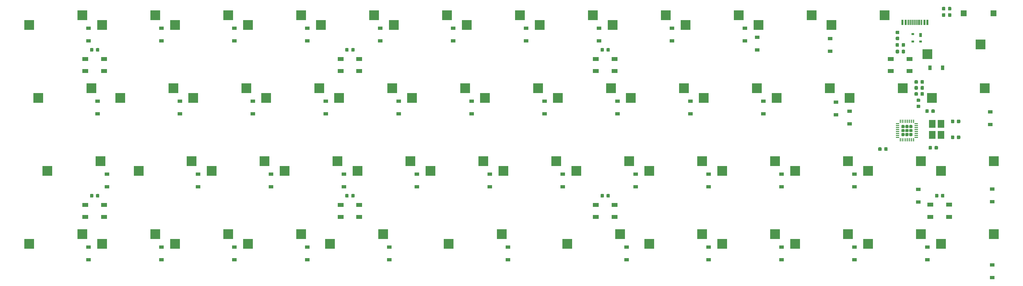
<source format=gbp>
%TF.GenerationSoftware,KiCad,Pcbnew,(5.1.5)-3*%
%TF.CreationDate,2020-03-30T21:53:17+02:00*%
%TF.ProjectId,UT51,55543531-2e6b-4696-9361-645f70636258,rev?*%
%TF.SameCoordinates,Original*%
%TF.FileFunction,Paste,Bot*%
%TF.FilePolarity,Positive*%
%FSLAX46Y46*%
G04 Gerber Fmt 4.6, Leading zero omitted, Abs format (unit mm)*
G04 Created by KiCad (PCBNEW (5.1.5)-3) date 2020-03-30 21:53:17*
%MOMM*%
%LPD*%
G04 APERTURE LIST*
%ADD10C,0.100000*%
%ADD11R,1.800000X2.100000*%
%ADD12R,0.700000X0.600000*%
%ADD13R,0.700000X1.000000*%
%ADD14R,1.500000X1.500000*%
%ADD15R,0.900000X1.200000*%
%ADD16R,2.550000X2.500000*%
%ADD17R,1.200000X0.900000*%
%ADD18R,0.600000X1.450000*%
%ADD19R,0.300000X1.450000*%
%ADD20R,1.500000X1.000000*%
G04 APERTURE END LIST*
D10*
G36*
X270865192Y-70326053D02*
G01*
X270886427Y-70329203D01*
X270907251Y-70334419D01*
X270927463Y-70341651D01*
X270946869Y-70350830D01*
X270965282Y-70361866D01*
X270982525Y-70374654D01*
X270998431Y-70389070D01*
X271012847Y-70404976D01*
X271025635Y-70422219D01*
X271036671Y-70440632D01*
X271045850Y-70460038D01*
X271053082Y-70480250D01*
X271058298Y-70501074D01*
X271061448Y-70522309D01*
X271062501Y-70543750D01*
X271062501Y-71056250D01*
X271061448Y-71077691D01*
X271058298Y-71098926D01*
X271053082Y-71119750D01*
X271045850Y-71139962D01*
X271036671Y-71159368D01*
X271025635Y-71177781D01*
X271012847Y-71195024D01*
X270998431Y-71210930D01*
X270982525Y-71225346D01*
X270965282Y-71238134D01*
X270946869Y-71249170D01*
X270927463Y-71258349D01*
X270907251Y-71265581D01*
X270886427Y-71270797D01*
X270865192Y-71273947D01*
X270843751Y-71275000D01*
X270406251Y-71275000D01*
X270384810Y-71273947D01*
X270363575Y-71270797D01*
X270342751Y-71265581D01*
X270322539Y-71258349D01*
X270303133Y-71249170D01*
X270284720Y-71238134D01*
X270267477Y-71225346D01*
X270251571Y-71210930D01*
X270237155Y-71195024D01*
X270224367Y-71177781D01*
X270213331Y-71159368D01*
X270204152Y-71139962D01*
X270196920Y-71119750D01*
X270191704Y-71098926D01*
X270188554Y-71077691D01*
X270187501Y-71056250D01*
X270187501Y-70543750D01*
X270188554Y-70522309D01*
X270191704Y-70501074D01*
X270196920Y-70480250D01*
X270204152Y-70460038D01*
X270213331Y-70440632D01*
X270224367Y-70422219D01*
X270237155Y-70404976D01*
X270251571Y-70389070D01*
X270267477Y-70374654D01*
X270284720Y-70361866D01*
X270303133Y-70350830D01*
X270322539Y-70341651D01*
X270342751Y-70334419D01*
X270363575Y-70329203D01*
X270384810Y-70326053D01*
X270406251Y-70325000D01*
X270843751Y-70325000D01*
X270865192Y-70326053D01*
G37*
G36*
X269290192Y-70326053D02*
G01*
X269311427Y-70329203D01*
X269332251Y-70334419D01*
X269352463Y-70341651D01*
X269371869Y-70350830D01*
X269390282Y-70361866D01*
X269407525Y-70374654D01*
X269423431Y-70389070D01*
X269437847Y-70404976D01*
X269450635Y-70422219D01*
X269461671Y-70440632D01*
X269470850Y-70460038D01*
X269478082Y-70480250D01*
X269483298Y-70501074D01*
X269486448Y-70522309D01*
X269487501Y-70543750D01*
X269487501Y-71056250D01*
X269486448Y-71077691D01*
X269483298Y-71098926D01*
X269478082Y-71119750D01*
X269470850Y-71139962D01*
X269461671Y-71159368D01*
X269450635Y-71177781D01*
X269437847Y-71195024D01*
X269423431Y-71210930D01*
X269407525Y-71225346D01*
X269390282Y-71238134D01*
X269371869Y-71249170D01*
X269352463Y-71258349D01*
X269332251Y-71265581D01*
X269311427Y-71270797D01*
X269290192Y-71273947D01*
X269268751Y-71275000D01*
X268831251Y-71275000D01*
X268809810Y-71273947D01*
X268788575Y-71270797D01*
X268767751Y-71265581D01*
X268747539Y-71258349D01*
X268728133Y-71249170D01*
X268709720Y-71238134D01*
X268692477Y-71225346D01*
X268676571Y-71210930D01*
X268662155Y-71195024D01*
X268649367Y-71177781D01*
X268638331Y-71159368D01*
X268629152Y-71139962D01*
X268621920Y-71119750D01*
X268616704Y-71098926D01*
X268613554Y-71077691D01*
X268612501Y-71056250D01*
X268612501Y-70543750D01*
X268613554Y-70522309D01*
X268616704Y-70501074D01*
X268621920Y-70480250D01*
X268629152Y-70460038D01*
X268638331Y-70440632D01*
X268649367Y-70422219D01*
X268662155Y-70404976D01*
X268676571Y-70389070D01*
X268692477Y-70374654D01*
X268709720Y-70361866D01*
X268728133Y-70350830D01*
X268747539Y-70341651D01*
X268767751Y-70334419D01*
X268788575Y-70329203D01*
X268809810Y-70326053D01*
X268831251Y-70325000D01*
X269268751Y-70325000D01*
X269290192Y-70326053D01*
G37*
D11*
X269540000Y-64540000D03*
X269540000Y-67440000D03*
X271840000Y-67440000D03*
X271840000Y-64540000D03*
D12*
X264513399Y-41149101D03*
X264513399Y-43049101D03*
X266513399Y-43049101D03*
D13*
X266513399Y-41349101D03*
D10*
G36*
X264780227Y-63435301D02*
G01*
X264786294Y-63436201D01*
X264792244Y-63437691D01*
X264798019Y-63439758D01*
X264803563Y-63442380D01*
X264808824Y-63445533D01*
X264813751Y-63449187D01*
X264818295Y-63453306D01*
X264822414Y-63457850D01*
X264826068Y-63462777D01*
X264829221Y-63468038D01*
X264831843Y-63473582D01*
X264833910Y-63479357D01*
X264835400Y-63485307D01*
X264836300Y-63491374D01*
X264836601Y-63497500D01*
X264836601Y-64247500D01*
X264836300Y-64253626D01*
X264835400Y-64259693D01*
X264833910Y-64265643D01*
X264831843Y-64271418D01*
X264829221Y-64276962D01*
X264826068Y-64282223D01*
X264822414Y-64287150D01*
X264818295Y-64291694D01*
X264813751Y-64295813D01*
X264808824Y-64299467D01*
X264803563Y-64302620D01*
X264798019Y-64305242D01*
X264792244Y-64307309D01*
X264786294Y-64308799D01*
X264780227Y-64309699D01*
X264774101Y-64310000D01*
X264649101Y-64310000D01*
X264642975Y-64309699D01*
X264636908Y-64308799D01*
X264630958Y-64307309D01*
X264625183Y-64305242D01*
X264619639Y-64302620D01*
X264614378Y-64299467D01*
X264609451Y-64295813D01*
X264604907Y-64291694D01*
X264600788Y-64287150D01*
X264597134Y-64282223D01*
X264593981Y-64276962D01*
X264591359Y-64271418D01*
X264589292Y-64265643D01*
X264587802Y-64259693D01*
X264586902Y-64253626D01*
X264586601Y-64247500D01*
X264586601Y-63497500D01*
X264586902Y-63491374D01*
X264587802Y-63485307D01*
X264589292Y-63479357D01*
X264591359Y-63473582D01*
X264593981Y-63468038D01*
X264597134Y-63462777D01*
X264600788Y-63457850D01*
X264604907Y-63453306D01*
X264609451Y-63449187D01*
X264614378Y-63445533D01*
X264619639Y-63442380D01*
X264625183Y-63439758D01*
X264630958Y-63437691D01*
X264636908Y-63436201D01*
X264642975Y-63435301D01*
X264649101Y-63435000D01*
X264774101Y-63435000D01*
X264780227Y-63435301D01*
G37*
G36*
X264280227Y-63435301D02*
G01*
X264286294Y-63436201D01*
X264292244Y-63437691D01*
X264298019Y-63439758D01*
X264303563Y-63442380D01*
X264308824Y-63445533D01*
X264313751Y-63449187D01*
X264318295Y-63453306D01*
X264322414Y-63457850D01*
X264326068Y-63462777D01*
X264329221Y-63468038D01*
X264331843Y-63473582D01*
X264333910Y-63479357D01*
X264335400Y-63485307D01*
X264336300Y-63491374D01*
X264336601Y-63497500D01*
X264336601Y-64247500D01*
X264336300Y-64253626D01*
X264335400Y-64259693D01*
X264333910Y-64265643D01*
X264331843Y-64271418D01*
X264329221Y-64276962D01*
X264326068Y-64282223D01*
X264322414Y-64287150D01*
X264318295Y-64291694D01*
X264313751Y-64295813D01*
X264308824Y-64299467D01*
X264303563Y-64302620D01*
X264298019Y-64305242D01*
X264292244Y-64307309D01*
X264286294Y-64308799D01*
X264280227Y-64309699D01*
X264274101Y-64310000D01*
X264149101Y-64310000D01*
X264142975Y-64309699D01*
X264136908Y-64308799D01*
X264130958Y-64307309D01*
X264125183Y-64305242D01*
X264119639Y-64302620D01*
X264114378Y-64299467D01*
X264109451Y-64295813D01*
X264104907Y-64291694D01*
X264100788Y-64287150D01*
X264097134Y-64282223D01*
X264093981Y-64276962D01*
X264091359Y-64271418D01*
X264089292Y-64265643D01*
X264087802Y-64259693D01*
X264086902Y-64253626D01*
X264086601Y-64247500D01*
X264086601Y-63497500D01*
X264086902Y-63491374D01*
X264087802Y-63485307D01*
X264089292Y-63479357D01*
X264091359Y-63473582D01*
X264093981Y-63468038D01*
X264097134Y-63462777D01*
X264100788Y-63457850D01*
X264104907Y-63453306D01*
X264109451Y-63449187D01*
X264114378Y-63445533D01*
X264119639Y-63442380D01*
X264125183Y-63439758D01*
X264130958Y-63437691D01*
X264136908Y-63436201D01*
X264142975Y-63435301D01*
X264149101Y-63435000D01*
X264274101Y-63435000D01*
X264280227Y-63435301D01*
G37*
G36*
X263780227Y-63435301D02*
G01*
X263786294Y-63436201D01*
X263792244Y-63437691D01*
X263798019Y-63439758D01*
X263803563Y-63442380D01*
X263808824Y-63445533D01*
X263813751Y-63449187D01*
X263818295Y-63453306D01*
X263822414Y-63457850D01*
X263826068Y-63462777D01*
X263829221Y-63468038D01*
X263831843Y-63473582D01*
X263833910Y-63479357D01*
X263835400Y-63485307D01*
X263836300Y-63491374D01*
X263836601Y-63497500D01*
X263836601Y-64247500D01*
X263836300Y-64253626D01*
X263835400Y-64259693D01*
X263833910Y-64265643D01*
X263831843Y-64271418D01*
X263829221Y-64276962D01*
X263826068Y-64282223D01*
X263822414Y-64287150D01*
X263818295Y-64291694D01*
X263813751Y-64295813D01*
X263808824Y-64299467D01*
X263803563Y-64302620D01*
X263798019Y-64305242D01*
X263792244Y-64307309D01*
X263786294Y-64308799D01*
X263780227Y-64309699D01*
X263774101Y-64310000D01*
X263649101Y-64310000D01*
X263642975Y-64309699D01*
X263636908Y-64308799D01*
X263630958Y-64307309D01*
X263625183Y-64305242D01*
X263619639Y-64302620D01*
X263614378Y-64299467D01*
X263609451Y-64295813D01*
X263604907Y-64291694D01*
X263600788Y-64287150D01*
X263597134Y-64282223D01*
X263593981Y-64276962D01*
X263591359Y-64271418D01*
X263589292Y-64265643D01*
X263587802Y-64259693D01*
X263586902Y-64253626D01*
X263586601Y-64247500D01*
X263586601Y-63497500D01*
X263586902Y-63491374D01*
X263587802Y-63485307D01*
X263589292Y-63479357D01*
X263591359Y-63473582D01*
X263593981Y-63468038D01*
X263597134Y-63462777D01*
X263600788Y-63457850D01*
X263604907Y-63453306D01*
X263609451Y-63449187D01*
X263614378Y-63445533D01*
X263619639Y-63442380D01*
X263625183Y-63439758D01*
X263630958Y-63437691D01*
X263636908Y-63436201D01*
X263642975Y-63435301D01*
X263649101Y-63435000D01*
X263774101Y-63435000D01*
X263780227Y-63435301D01*
G37*
G36*
X263280227Y-63435301D02*
G01*
X263286294Y-63436201D01*
X263292244Y-63437691D01*
X263298019Y-63439758D01*
X263303563Y-63442380D01*
X263308824Y-63445533D01*
X263313751Y-63449187D01*
X263318295Y-63453306D01*
X263322414Y-63457850D01*
X263326068Y-63462777D01*
X263329221Y-63468038D01*
X263331843Y-63473582D01*
X263333910Y-63479357D01*
X263335400Y-63485307D01*
X263336300Y-63491374D01*
X263336601Y-63497500D01*
X263336601Y-64247500D01*
X263336300Y-64253626D01*
X263335400Y-64259693D01*
X263333910Y-64265643D01*
X263331843Y-64271418D01*
X263329221Y-64276962D01*
X263326068Y-64282223D01*
X263322414Y-64287150D01*
X263318295Y-64291694D01*
X263313751Y-64295813D01*
X263308824Y-64299467D01*
X263303563Y-64302620D01*
X263298019Y-64305242D01*
X263292244Y-64307309D01*
X263286294Y-64308799D01*
X263280227Y-64309699D01*
X263274101Y-64310000D01*
X263149101Y-64310000D01*
X263142975Y-64309699D01*
X263136908Y-64308799D01*
X263130958Y-64307309D01*
X263125183Y-64305242D01*
X263119639Y-64302620D01*
X263114378Y-64299467D01*
X263109451Y-64295813D01*
X263104907Y-64291694D01*
X263100788Y-64287150D01*
X263097134Y-64282223D01*
X263093981Y-64276962D01*
X263091359Y-64271418D01*
X263089292Y-64265643D01*
X263087802Y-64259693D01*
X263086902Y-64253626D01*
X263086601Y-64247500D01*
X263086601Y-63497500D01*
X263086902Y-63491374D01*
X263087802Y-63485307D01*
X263089292Y-63479357D01*
X263091359Y-63473582D01*
X263093981Y-63468038D01*
X263097134Y-63462777D01*
X263100788Y-63457850D01*
X263104907Y-63453306D01*
X263109451Y-63449187D01*
X263114378Y-63445533D01*
X263119639Y-63442380D01*
X263125183Y-63439758D01*
X263130958Y-63437691D01*
X263136908Y-63436201D01*
X263142975Y-63435301D01*
X263149101Y-63435000D01*
X263274101Y-63435000D01*
X263280227Y-63435301D01*
G37*
G36*
X262780227Y-63435301D02*
G01*
X262786294Y-63436201D01*
X262792244Y-63437691D01*
X262798019Y-63439758D01*
X262803563Y-63442380D01*
X262808824Y-63445533D01*
X262813751Y-63449187D01*
X262818295Y-63453306D01*
X262822414Y-63457850D01*
X262826068Y-63462777D01*
X262829221Y-63468038D01*
X262831843Y-63473582D01*
X262833910Y-63479357D01*
X262835400Y-63485307D01*
X262836300Y-63491374D01*
X262836601Y-63497500D01*
X262836601Y-64247500D01*
X262836300Y-64253626D01*
X262835400Y-64259693D01*
X262833910Y-64265643D01*
X262831843Y-64271418D01*
X262829221Y-64276962D01*
X262826068Y-64282223D01*
X262822414Y-64287150D01*
X262818295Y-64291694D01*
X262813751Y-64295813D01*
X262808824Y-64299467D01*
X262803563Y-64302620D01*
X262798019Y-64305242D01*
X262792244Y-64307309D01*
X262786294Y-64308799D01*
X262780227Y-64309699D01*
X262774101Y-64310000D01*
X262649101Y-64310000D01*
X262642975Y-64309699D01*
X262636908Y-64308799D01*
X262630958Y-64307309D01*
X262625183Y-64305242D01*
X262619639Y-64302620D01*
X262614378Y-64299467D01*
X262609451Y-64295813D01*
X262604907Y-64291694D01*
X262600788Y-64287150D01*
X262597134Y-64282223D01*
X262593981Y-64276962D01*
X262591359Y-64271418D01*
X262589292Y-64265643D01*
X262587802Y-64259693D01*
X262586902Y-64253626D01*
X262586601Y-64247500D01*
X262586601Y-63497500D01*
X262586902Y-63491374D01*
X262587802Y-63485307D01*
X262589292Y-63479357D01*
X262591359Y-63473582D01*
X262593981Y-63468038D01*
X262597134Y-63462777D01*
X262600788Y-63457850D01*
X262604907Y-63453306D01*
X262609451Y-63449187D01*
X262614378Y-63445533D01*
X262619639Y-63442380D01*
X262625183Y-63439758D01*
X262630958Y-63437691D01*
X262636908Y-63436201D01*
X262642975Y-63435301D01*
X262649101Y-63435000D01*
X262774101Y-63435000D01*
X262780227Y-63435301D01*
G37*
G36*
X262280227Y-63435301D02*
G01*
X262286294Y-63436201D01*
X262292244Y-63437691D01*
X262298019Y-63439758D01*
X262303563Y-63442380D01*
X262308824Y-63445533D01*
X262313751Y-63449187D01*
X262318295Y-63453306D01*
X262322414Y-63457850D01*
X262326068Y-63462777D01*
X262329221Y-63468038D01*
X262331843Y-63473582D01*
X262333910Y-63479357D01*
X262335400Y-63485307D01*
X262336300Y-63491374D01*
X262336601Y-63497500D01*
X262336601Y-64247500D01*
X262336300Y-64253626D01*
X262335400Y-64259693D01*
X262333910Y-64265643D01*
X262331843Y-64271418D01*
X262329221Y-64276962D01*
X262326068Y-64282223D01*
X262322414Y-64287150D01*
X262318295Y-64291694D01*
X262313751Y-64295813D01*
X262308824Y-64299467D01*
X262303563Y-64302620D01*
X262298019Y-64305242D01*
X262292244Y-64307309D01*
X262286294Y-64308799D01*
X262280227Y-64309699D01*
X262274101Y-64310000D01*
X262149101Y-64310000D01*
X262142975Y-64309699D01*
X262136908Y-64308799D01*
X262130958Y-64307309D01*
X262125183Y-64305242D01*
X262119639Y-64302620D01*
X262114378Y-64299467D01*
X262109451Y-64295813D01*
X262104907Y-64291694D01*
X262100788Y-64287150D01*
X262097134Y-64282223D01*
X262093981Y-64276962D01*
X262091359Y-64271418D01*
X262089292Y-64265643D01*
X262087802Y-64259693D01*
X262086902Y-64253626D01*
X262086601Y-64247500D01*
X262086601Y-63497500D01*
X262086902Y-63491374D01*
X262087802Y-63485307D01*
X262089292Y-63479357D01*
X262091359Y-63473582D01*
X262093981Y-63468038D01*
X262097134Y-63462777D01*
X262100788Y-63457850D01*
X262104907Y-63453306D01*
X262109451Y-63449187D01*
X262114378Y-63445533D01*
X262119639Y-63442380D01*
X262125183Y-63439758D01*
X262130958Y-63437691D01*
X262136908Y-63436201D01*
X262142975Y-63435301D01*
X262149101Y-63435000D01*
X262274101Y-63435000D01*
X262280227Y-63435301D01*
G37*
G36*
X261780227Y-63435301D02*
G01*
X261786294Y-63436201D01*
X261792244Y-63437691D01*
X261798019Y-63439758D01*
X261803563Y-63442380D01*
X261808824Y-63445533D01*
X261813751Y-63449187D01*
X261818295Y-63453306D01*
X261822414Y-63457850D01*
X261826068Y-63462777D01*
X261829221Y-63468038D01*
X261831843Y-63473582D01*
X261833910Y-63479357D01*
X261835400Y-63485307D01*
X261836300Y-63491374D01*
X261836601Y-63497500D01*
X261836601Y-64247500D01*
X261836300Y-64253626D01*
X261835400Y-64259693D01*
X261833910Y-64265643D01*
X261831843Y-64271418D01*
X261829221Y-64276962D01*
X261826068Y-64282223D01*
X261822414Y-64287150D01*
X261818295Y-64291694D01*
X261813751Y-64295813D01*
X261808824Y-64299467D01*
X261803563Y-64302620D01*
X261798019Y-64305242D01*
X261792244Y-64307309D01*
X261786294Y-64308799D01*
X261780227Y-64309699D01*
X261774101Y-64310000D01*
X261649101Y-64310000D01*
X261642975Y-64309699D01*
X261636908Y-64308799D01*
X261630958Y-64307309D01*
X261625183Y-64305242D01*
X261619639Y-64302620D01*
X261614378Y-64299467D01*
X261609451Y-64295813D01*
X261604907Y-64291694D01*
X261600788Y-64287150D01*
X261597134Y-64282223D01*
X261593981Y-64276962D01*
X261591359Y-64271418D01*
X261589292Y-64265643D01*
X261587802Y-64259693D01*
X261586902Y-64253626D01*
X261586601Y-64247500D01*
X261586601Y-63497500D01*
X261586902Y-63491374D01*
X261587802Y-63485307D01*
X261589292Y-63479357D01*
X261591359Y-63473582D01*
X261593981Y-63468038D01*
X261597134Y-63462777D01*
X261600788Y-63457850D01*
X261604907Y-63453306D01*
X261609451Y-63449187D01*
X261614378Y-63445533D01*
X261619639Y-63442380D01*
X261625183Y-63439758D01*
X261630958Y-63437691D01*
X261636908Y-63436201D01*
X261642975Y-63435301D01*
X261649101Y-63435000D01*
X261774101Y-63435000D01*
X261780227Y-63435301D01*
G37*
G36*
X261280227Y-63435301D02*
G01*
X261286294Y-63436201D01*
X261292244Y-63437691D01*
X261298019Y-63439758D01*
X261303563Y-63442380D01*
X261308824Y-63445533D01*
X261313751Y-63449187D01*
X261318295Y-63453306D01*
X261322414Y-63457850D01*
X261326068Y-63462777D01*
X261329221Y-63468038D01*
X261331843Y-63473582D01*
X261333910Y-63479357D01*
X261335400Y-63485307D01*
X261336300Y-63491374D01*
X261336601Y-63497500D01*
X261336601Y-64247500D01*
X261336300Y-64253626D01*
X261335400Y-64259693D01*
X261333910Y-64265643D01*
X261331843Y-64271418D01*
X261329221Y-64276962D01*
X261326068Y-64282223D01*
X261322414Y-64287150D01*
X261318295Y-64291694D01*
X261313751Y-64295813D01*
X261308824Y-64299467D01*
X261303563Y-64302620D01*
X261298019Y-64305242D01*
X261292244Y-64307309D01*
X261286294Y-64308799D01*
X261280227Y-64309699D01*
X261274101Y-64310000D01*
X261149101Y-64310000D01*
X261142975Y-64309699D01*
X261136908Y-64308799D01*
X261130958Y-64307309D01*
X261125183Y-64305242D01*
X261119639Y-64302620D01*
X261114378Y-64299467D01*
X261109451Y-64295813D01*
X261104907Y-64291694D01*
X261100788Y-64287150D01*
X261097134Y-64282223D01*
X261093981Y-64276962D01*
X261091359Y-64271418D01*
X261089292Y-64265643D01*
X261087802Y-64259693D01*
X261086902Y-64253626D01*
X261086601Y-64247500D01*
X261086601Y-63497500D01*
X261086902Y-63491374D01*
X261087802Y-63485307D01*
X261089292Y-63479357D01*
X261091359Y-63473582D01*
X261093981Y-63468038D01*
X261097134Y-63462777D01*
X261100788Y-63457850D01*
X261104907Y-63453306D01*
X261109451Y-63449187D01*
X261114378Y-63445533D01*
X261119639Y-63442380D01*
X261125183Y-63439758D01*
X261130958Y-63437691D01*
X261136908Y-63436201D01*
X261142975Y-63435301D01*
X261149101Y-63435000D01*
X261274101Y-63435000D01*
X261280227Y-63435301D01*
G37*
G36*
X260905227Y-64435301D02*
G01*
X260911294Y-64436201D01*
X260917244Y-64437691D01*
X260923019Y-64439758D01*
X260928563Y-64442380D01*
X260933824Y-64445533D01*
X260938751Y-64449187D01*
X260943295Y-64453306D01*
X260947414Y-64457850D01*
X260951068Y-64462777D01*
X260954221Y-64468038D01*
X260956843Y-64473582D01*
X260958910Y-64479357D01*
X260960400Y-64485307D01*
X260961300Y-64491374D01*
X260961601Y-64497500D01*
X260961601Y-64622500D01*
X260961300Y-64628626D01*
X260960400Y-64634693D01*
X260958910Y-64640643D01*
X260956843Y-64646418D01*
X260954221Y-64651962D01*
X260951068Y-64657223D01*
X260947414Y-64662150D01*
X260943295Y-64666694D01*
X260938751Y-64670813D01*
X260933824Y-64674467D01*
X260928563Y-64677620D01*
X260923019Y-64680242D01*
X260917244Y-64682309D01*
X260911294Y-64683799D01*
X260905227Y-64684699D01*
X260899101Y-64685000D01*
X260149101Y-64685000D01*
X260142975Y-64684699D01*
X260136908Y-64683799D01*
X260130958Y-64682309D01*
X260125183Y-64680242D01*
X260119639Y-64677620D01*
X260114378Y-64674467D01*
X260109451Y-64670813D01*
X260104907Y-64666694D01*
X260100788Y-64662150D01*
X260097134Y-64657223D01*
X260093981Y-64651962D01*
X260091359Y-64646418D01*
X260089292Y-64640643D01*
X260087802Y-64634693D01*
X260086902Y-64628626D01*
X260086601Y-64622500D01*
X260086601Y-64497500D01*
X260086902Y-64491374D01*
X260087802Y-64485307D01*
X260089292Y-64479357D01*
X260091359Y-64473582D01*
X260093981Y-64468038D01*
X260097134Y-64462777D01*
X260100788Y-64457850D01*
X260104907Y-64453306D01*
X260109451Y-64449187D01*
X260114378Y-64445533D01*
X260119639Y-64442380D01*
X260125183Y-64439758D01*
X260130958Y-64437691D01*
X260136908Y-64436201D01*
X260142975Y-64435301D01*
X260149101Y-64435000D01*
X260899101Y-64435000D01*
X260905227Y-64435301D01*
G37*
G36*
X260905227Y-64935301D02*
G01*
X260911294Y-64936201D01*
X260917244Y-64937691D01*
X260923019Y-64939758D01*
X260928563Y-64942380D01*
X260933824Y-64945533D01*
X260938751Y-64949187D01*
X260943295Y-64953306D01*
X260947414Y-64957850D01*
X260951068Y-64962777D01*
X260954221Y-64968038D01*
X260956843Y-64973582D01*
X260958910Y-64979357D01*
X260960400Y-64985307D01*
X260961300Y-64991374D01*
X260961601Y-64997500D01*
X260961601Y-65122500D01*
X260961300Y-65128626D01*
X260960400Y-65134693D01*
X260958910Y-65140643D01*
X260956843Y-65146418D01*
X260954221Y-65151962D01*
X260951068Y-65157223D01*
X260947414Y-65162150D01*
X260943295Y-65166694D01*
X260938751Y-65170813D01*
X260933824Y-65174467D01*
X260928563Y-65177620D01*
X260923019Y-65180242D01*
X260917244Y-65182309D01*
X260911294Y-65183799D01*
X260905227Y-65184699D01*
X260899101Y-65185000D01*
X260149101Y-65185000D01*
X260142975Y-65184699D01*
X260136908Y-65183799D01*
X260130958Y-65182309D01*
X260125183Y-65180242D01*
X260119639Y-65177620D01*
X260114378Y-65174467D01*
X260109451Y-65170813D01*
X260104907Y-65166694D01*
X260100788Y-65162150D01*
X260097134Y-65157223D01*
X260093981Y-65151962D01*
X260091359Y-65146418D01*
X260089292Y-65140643D01*
X260087802Y-65134693D01*
X260086902Y-65128626D01*
X260086601Y-65122500D01*
X260086601Y-64997500D01*
X260086902Y-64991374D01*
X260087802Y-64985307D01*
X260089292Y-64979357D01*
X260091359Y-64973582D01*
X260093981Y-64968038D01*
X260097134Y-64962777D01*
X260100788Y-64957850D01*
X260104907Y-64953306D01*
X260109451Y-64949187D01*
X260114378Y-64945533D01*
X260119639Y-64942380D01*
X260125183Y-64939758D01*
X260130958Y-64937691D01*
X260136908Y-64936201D01*
X260142975Y-64935301D01*
X260149101Y-64935000D01*
X260899101Y-64935000D01*
X260905227Y-64935301D01*
G37*
G36*
X260905227Y-65435301D02*
G01*
X260911294Y-65436201D01*
X260917244Y-65437691D01*
X260923019Y-65439758D01*
X260928563Y-65442380D01*
X260933824Y-65445533D01*
X260938751Y-65449187D01*
X260943295Y-65453306D01*
X260947414Y-65457850D01*
X260951068Y-65462777D01*
X260954221Y-65468038D01*
X260956843Y-65473582D01*
X260958910Y-65479357D01*
X260960400Y-65485307D01*
X260961300Y-65491374D01*
X260961601Y-65497500D01*
X260961601Y-65622500D01*
X260961300Y-65628626D01*
X260960400Y-65634693D01*
X260958910Y-65640643D01*
X260956843Y-65646418D01*
X260954221Y-65651962D01*
X260951068Y-65657223D01*
X260947414Y-65662150D01*
X260943295Y-65666694D01*
X260938751Y-65670813D01*
X260933824Y-65674467D01*
X260928563Y-65677620D01*
X260923019Y-65680242D01*
X260917244Y-65682309D01*
X260911294Y-65683799D01*
X260905227Y-65684699D01*
X260899101Y-65685000D01*
X260149101Y-65685000D01*
X260142975Y-65684699D01*
X260136908Y-65683799D01*
X260130958Y-65682309D01*
X260125183Y-65680242D01*
X260119639Y-65677620D01*
X260114378Y-65674467D01*
X260109451Y-65670813D01*
X260104907Y-65666694D01*
X260100788Y-65662150D01*
X260097134Y-65657223D01*
X260093981Y-65651962D01*
X260091359Y-65646418D01*
X260089292Y-65640643D01*
X260087802Y-65634693D01*
X260086902Y-65628626D01*
X260086601Y-65622500D01*
X260086601Y-65497500D01*
X260086902Y-65491374D01*
X260087802Y-65485307D01*
X260089292Y-65479357D01*
X260091359Y-65473582D01*
X260093981Y-65468038D01*
X260097134Y-65462777D01*
X260100788Y-65457850D01*
X260104907Y-65453306D01*
X260109451Y-65449187D01*
X260114378Y-65445533D01*
X260119639Y-65442380D01*
X260125183Y-65439758D01*
X260130958Y-65437691D01*
X260136908Y-65436201D01*
X260142975Y-65435301D01*
X260149101Y-65435000D01*
X260899101Y-65435000D01*
X260905227Y-65435301D01*
G37*
G36*
X260905227Y-65935301D02*
G01*
X260911294Y-65936201D01*
X260917244Y-65937691D01*
X260923019Y-65939758D01*
X260928563Y-65942380D01*
X260933824Y-65945533D01*
X260938751Y-65949187D01*
X260943295Y-65953306D01*
X260947414Y-65957850D01*
X260951068Y-65962777D01*
X260954221Y-65968038D01*
X260956843Y-65973582D01*
X260958910Y-65979357D01*
X260960400Y-65985307D01*
X260961300Y-65991374D01*
X260961601Y-65997500D01*
X260961601Y-66122500D01*
X260961300Y-66128626D01*
X260960400Y-66134693D01*
X260958910Y-66140643D01*
X260956843Y-66146418D01*
X260954221Y-66151962D01*
X260951068Y-66157223D01*
X260947414Y-66162150D01*
X260943295Y-66166694D01*
X260938751Y-66170813D01*
X260933824Y-66174467D01*
X260928563Y-66177620D01*
X260923019Y-66180242D01*
X260917244Y-66182309D01*
X260911294Y-66183799D01*
X260905227Y-66184699D01*
X260899101Y-66185000D01*
X260149101Y-66185000D01*
X260142975Y-66184699D01*
X260136908Y-66183799D01*
X260130958Y-66182309D01*
X260125183Y-66180242D01*
X260119639Y-66177620D01*
X260114378Y-66174467D01*
X260109451Y-66170813D01*
X260104907Y-66166694D01*
X260100788Y-66162150D01*
X260097134Y-66157223D01*
X260093981Y-66151962D01*
X260091359Y-66146418D01*
X260089292Y-66140643D01*
X260087802Y-66134693D01*
X260086902Y-66128626D01*
X260086601Y-66122500D01*
X260086601Y-65997500D01*
X260086902Y-65991374D01*
X260087802Y-65985307D01*
X260089292Y-65979357D01*
X260091359Y-65973582D01*
X260093981Y-65968038D01*
X260097134Y-65962777D01*
X260100788Y-65957850D01*
X260104907Y-65953306D01*
X260109451Y-65949187D01*
X260114378Y-65945533D01*
X260119639Y-65942380D01*
X260125183Y-65939758D01*
X260130958Y-65937691D01*
X260136908Y-65936201D01*
X260142975Y-65935301D01*
X260149101Y-65935000D01*
X260899101Y-65935000D01*
X260905227Y-65935301D01*
G37*
G36*
X260905227Y-66435301D02*
G01*
X260911294Y-66436201D01*
X260917244Y-66437691D01*
X260923019Y-66439758D01*
X260928563Y-66442380D01*
X260933824Y-66445533D01*
X260938751Y-66449187D01*
X260943295Y-66453306D01*
X260947414Y-66457850D01*
X260951068Y-66462777D01*
X260954221Y-66468038D01*
X260956843Y-66473582D01*
X260958910Y-66479357D01*
X260960400Y-66485307D01*
X260961300Y-66491374D01*
X260961601Y-66497500D01*
X260961601Y-66622500D01*
X260961300Y-66628626D01*
X260960400Y-66634693D01*
X260958910Y-66640643D01*
X260956843Y-66646418D01*
X260954221Y-66651962D01*
X260951068Y-66657223D01*
X260947414Y-66662150D01*
X260943295Y-66666694D01*
X260938751Y-66670813D01*
X260933824Y-66674467D01*
X260928563Y-66677620D01*
X260923019Y-66680242D01*
X260917244Y-66682309D01*
X260911294Y-66683799D01*
X260905227Y-66684699D01*
X260899101Y-66685000D01*
X260149101Y-66685000D01*
X260142975Y-66684699D01*
X260136908Y-66683799D01*
X260130958Y-66682309D01*
X260125183Y-66680242D01*
X260119639Y-66677620D01*
X260114378Y-66674467D01*
X260109451Y-66670813D01*
X260104907Y-66666694D01*
X260100788Y-66662150D01*
X260097134Y-66657223D01*
X260093981Y-66651962D01*
X260091359Y-66646418D01*
X260089292Y-66640643D01*
X260087802Y-66634693D01*
X260086902Y-66628626D01*
X260086601Y-66622500D01*
X260086601Y-66497500D01*
X260086902Y-66491374D01*
X260087802Y-66485307D01*
X260089292Y-66479357D01*
X260091359Y-66473582D01*
X260093981Y-66468038D01*
X260097134Y-66462777D01*
X260100788Y-66457850D01*
X260104907Y-66453306D01*
X260109451Y-66449187D01*
X260114378Y-66445533D01*
X260119639Y-66442380D01*
X260125183Y-66439758D01*
X260130958Y-66437691D01*
X260136908Y-66436201D01*
X260142975Y-66435301D01*
X260149101Y-66435000D01*
X260899101Y-66435000D01*
X260905227Y-66435301D01*
G37*
G36*
X260905227Y-66935301D02*
G01*
X260911294Y-66936201D01*
X260917244Y-66937691D01*
X260923019Y-66939758D01*
X260928563Y-66942380D01*
X260933824Y-66945533D01*
X260938751Y-66949187D01*
X260943295Y-66953306D01*
X260947414Y-66957850D01*
X260951068Y-66962777D01*
X260954221Y-66968038D01*
X260956843Y-66973582D01*
X260958910Y-66979357D01*
X260960400Y-66985307D01*
X260961300Y-66991374D01*
X260961601Y-66997500D01*
X260961601Y-67122500D01*
X260961300Y-67128626D01*
X260960400Y-67134693D01*
X260958910Y-67140643D01*
X260956843Y-67146418D01*
X260954221Y-67151962D01*
X260951068Y-67157223D01*
X260947414Y-67162150D01*
X260943295Y-67166694D01*
X260938751Y-67170813D01*
X260933824Y-67174467D01*
X260928563Y-67177620D01*
X260923019Y-67180242D01*
X260917244Y-67182309D01*
X260911294Y-67183799D01*
X260905227Y-67184699D01*
X260899101Y-67185000D01*
X260149101Y-67185000D01*
X260142975Y-67184699D01*
X260136908Y-67183799D01*
X260130958Y-67182309D01*
X260125183Y-67180242D01*
X260119639Y-67177620D01*
X260114378Y-67174467D01*
X260109451Y-67170813D01*
X260104907Y-67166694D01*
X260100788Y-67162150D01*
X260097134Y-67157223D01*
X260093981Y-67151962D01*
X260091359Y-67146418D01*
X260089292Y-67140643D01*
X260087802Y-67134693D01*
X260086902Y-67128626D01*
X260086601Y-67122500D01*
X260086601Y-66997500D01*
X260086902Y-66991374D01*
X260087802Y-66985307D01*
X260089292Y-66979357D01*
X260091359Y-66973582D01*
X260093981Y-66968038D01*
X260097134Y-66962777D01*
X260100788Y-66957850D01*
X260104907Y-66953306D01*
X260109451Y-66949187D01*
X260114378Y-66945533D01*
X260119639Y-66942380D01*
X260125183Y-66939758D01*
X260130958Y-66937691D01*
X260136908Y-66936201D01*
X260142975Y-66935301D01*
X260149101Y-66935000D01*
X260899101Y-66935000D01*
X260905227Y-66935301D01*
G37*
G36*
X260905227Y-67435301D02*
G01*
X260911294Y-67436201D01*
X260917244Y-67437691D01*
X260923019Y-67439758D01*
X260928563Y-67442380D01*
X260933824Y-67445533D01*
X260938751Y-67449187D01*
X260943295Y-67453306D01*
X260947414Y-67457850D01*
X260951068Y-67462777D01*
X260954221Y-67468038D01*
X260956843Y-67473582D01*
X260958910Y-67479357D01*
X260960400Y-67485307D01*
X260961300Y-67491374D01*
X260961601Y-67497500D01*
X260961601Y-67622500D01*
X260961300Y-67628626D01*
X260960400Y-67634693D01*
X260958910Y-67640643D01*
X260956843Y-67646418D01*
X260954221Y-67651962D01*
X260951068Y-67657223D01*
X260947414Y-67662150D01*
X260943295Y-67666694D01*
X260938751Y-67670813D01*
X260933824Y-67674467D01*
X260928563Y-67677620D01*
X260923019Y-67680242D01*
X260917244Y-67682309D01*
X260911294Y-67683799D01*
X260905227Y-67684699D01*
X260899101Y-67685000D01*
X260149101Y-67685000D01*
X260142975Y-67684699D01*
X260136908Y-67683799D01*
X260130958Y-67682309D01*
X260125183Y-67680242D01*
X260119639Y-67677620D01*
X260114378Y-67674467D01*
X260109451Y-67670813D01*
X260104907Y-67666694D01*
X260100788Y-67662150D01*
X260097134Y-67657223D01*
X260093981Y-67651962D01*
X260091359Y-67646418D01*
X260089292Y-67640643D01*
X260087802Y-67634693D01*
X260086902Y-67628626D01*
X260086601Y-67622500D01*
X260086601Y-67497500D01*
X260086902Y-67491374D01*
X260087802Y-67485307D01*
X260089292Y-67479357D01*
X260091359Y-67473582D01*
X260093981Y-67468038D01*
X260097134Y-67462777D01*
X260100788Y-67457850D01*
X260104907Y-67453306D01*
X260109451Y-67449187D01*
X260114378Y-67445533D01*
X260119639Y-67442380D01*
X260125183Y-67439758D01*
X260130958Y-67437691D01*
X260136908Y-67436201D01*
X260142975Y-67435301D01*
X260149101Y-67435000D01*
X260899101Y-67435000D01*
X260905227Y-67435301D01*
G37*
G36*
X260905227Y-67935301D02*
G01*
X260911294Y-67936201D01*
X260917244Y-67937691D01*
X260923019Y-67939758D01*
X260928563Y-67942380D01*
X260933824Y-67945533D01*
X260938751Y-67949187D01*
X260943295Y-67953306D01*
X260947414Y-67957850D01*
X260951068Y-67962777D01*
X260954221Y-67968038D01*
X260956843Y-67973582D01*
X260958910Y-67979357D01*
X260960400Y-67985307D01*
X260961300Y-67991374D01*
X260961601Y-67997500D01*
X260961601Y-68122500D01*
X260961300Y-68128626D01*
X260960400Y-68134693D01*
X260958910Y-68140643D01*
X260956843Y-68146418D01*
X260954221Y-68151962D01*
X260951068Y-68157223D01*
X260947414Y-68162150D01*
X260943295Y-68166694D01*
X260938751Y-68170813D01*
X260933824Y-68174467D01*
X260928563Y-68177620D01*
X260923019Y-68180242D01*
X260917244Y-68182309D01*
X260911294Y-68183799D01*
X260905227Y-68184699D01*
X260899101Y-68185000D01*
X260149101Y-68185000D01*
X260142975Y-68184699D01*
X260136908Y-68183799D01*
X260130958Y-68182309D01*
X260125183Y-68180242D01*
X260119639Y-68177620D01*
X260114378Y-68174467D01*
X260109451Y-68170813D01*
X260104907Y-68166694D01*
X260100788Y-68162150D01*
X260097134Y-68157223D01*
X260093981Y-68151962D01*
X260091359Y-68146418D01*
X260089292Y-68140643D01*
X260087802Y-68134693D01*
X260086902Y-68128626D01*
X260086601Y-68122500D01*
X260086601Y-67997500D01*
X260086902Y-67991374D01*
X260087802Y-67985307D01*
X260089292Y-67979357D01*
X260091359Y-67973582D01*
X260093981Y-67968038D01*
X260097134Y-67962777D01*
X260100788Y-67957850D01*
X260104907Y-67953306D01*
X260109451Y-67949187D01*
X260114378Y-67945533D01*
X260119639Y-67942380D01*
X260125183Y-67939758D01*
X260130958Y-67937691D01*
X260136908Y-67936201D01*
X260142975Y-67935301D01*
X260149101Y-67935000D01*
X260899101Y-67935000D01*
X260905227Y-67935301D01*
G37*
G36*
X261280227Y-68310301D02*
G01*
X261286294Y-68311201D01*
X261292244Y-68312691D01*
X261298019Y-68314758D01*
X261303563Y-68317380D01*
X261308824Y-68320533D01*
X261313751Y-68324187D01*
X261318295Y-68328306D01*
X261322414Y-68332850D01*
X261326068Y-68337777D01*
X261329221Y-68343038D01*
X261331843Y-68348582D01*
X261333910Y-68354357D01*
X261335400Y-68360307D01*
X261336300Y-68366374D01*
X261336601Y-68372500D01*
X261336601Y-69122500D01*
X261336300Y-69128626D01*
X261335400Y-69134693D01*
X261333910Y-69140643D01*
X261331843Y-69146418D01*
X261329221Y-69151962D01*
X261326068Y-69157223D01*
X261322414Y-69162150D01*
X261318295Y-69166694D01*
X261313751Y-69170813D01*
X261308824Y-69174467D01*
X261303563Y-69177620D01*
X261298019Y-69180242D01*
X261292244Y-69182309D01*
X261286294Y-69183799D01*
X261280227Y-69184699D01*
X261274101Y-69185000D01*
X261149101Y-69185000D01*
X261142975Y-69184699D01*
X261136908Y-69183799D01*
X261130958Y-69182309D01*
X261125183Y-69180242D01*
X261119639Y-69177620D01*
X261114378Y-69174467D01*
X261109451Y-69170813D01*
X261104907Y-69166694D01*
X261100788Y-69162150D01*
X261097134Y-69157223D01*
X261093981Y-69151962D01*
X261091359Y-69146418D01*
X261089292Y-69140643D01*
X261087802Y-69134693D01*
X261086902Y-69128626D01*
X261086601Y-69122500D01*
X261086601Y-68372500D01*
X261086902Y-68366374D01*
X261087802Y-68360307D01*
X261089292Y-68354357D01*
X261091359Y-68348582D01*
X261093981Y-68343038D01*
X261097134Y-68337777D01*
X261100788Y-68332850D01*
X261104907Y-68328306D01*
X261109451Y-68324187D01*
X261114378Y-68320533D01*
X261119639Y-68317380D01*
X261125183Y-68314758D01*
X261130958Y-68312691D01*
X261136908Y-68311201D01*
X261142975Y-68310301D01*
X261149101Y-68310000D01*
X261274101Y-68310000D01*
X261280227Y-68310301D01*
G37*
G36*
X261780227Y-68310301D02*
G01*
X261786294Y-68311201D01*
X261792244Y-68312691D01*
X261798019Y-68314758D01*
X261803563Y-68317380D01*
X261808824Y-68320533D01*
X261813751Y-68324187D01*
X261818295Y-68328306D01*
X261822414Y-68332850D01*
X261826068Y-68337777D01*
X261829221Y-68343038D01*
X261831843Y-68348582D01*
X261833910Y-68354357D01*
X261835400Y-68360307D01*
X261836300Y-68366374D01*
X261836601Y-68372500D01*
X261836601Y-69122500D01*
X261836300Y-69128626D01*
X261835400Y-69134693D01*
X261833910Y-69140643D01*
X261831843Y-69146418D01*
X261829221Y-69151962D01*
X261826068Y-69157223D01*
X261822414Y-69162150D01*
X261818295Y-69166694D01*
X261813751Y-69170813D01*
X261808824Y-69174467D01*
X261803563Y-69177620D01*
X261798019Y-69180242D01*
X261792244Y-69182309D01*
X261786294Y-69183799D01*
X261780227Y-69184699D01*
X261774101Y-69185000D01*
X261649101Y-69185000D01*
X261642975Y-69184699D01*
X261636908Y-69183799D01*
X261630958Y-69182309D01*
X261625183Y-69180242D01*
X261619639Y-69177620D01*
X261614378Y-69174467D01*
X261609451Y-69170813D01*
X261604907Y-69166694D01*
X261600788Y-69162150D01*
X261597134Y-69157223D01*
X261593981Y-69151962D01*
X261591359Y-69146418D01*
X261589292Y-69140643D01*
X261587802Y-69134693D01*
X261586902Y-69128626D01*
X261586601Y-69122500D01*
X261586601Y-68372500D01*
X261586902Y-68366374D01*
X261587802Y-68360307D01*
X261589292Y-68354357D01*
X261591359Y-68348582D01*
X261593981Y-68343038D01*
X261597134Y-68337777D01*
X261600788Y-68332850D01*
X261604907Y-68328306D01*
X261609451Y-68324187D01*
X261614378Y-68320533D01*
X261619639Y-68317380D01*
X261625183Y-68314758D01*
X261630958Y-68312691D01*
X261636908Y-68311201D01*
X261642975Y-68310301D01*
X261649101Y-68310000D01*
X261774101Y-68310000D01*
X261780227Y-68310301D01*
G37*
G36*
X262280227Y-68310301D02*
G01*
X262286294Y-68311201D01*
X262292244Y-68312691D01*
X262298019Y-68314758D01*
X262303563Y-68317380D01*
X262308824Y-68320533D01*
X262313751Y-68324187D01*
X262318295Y-68328306D01*
X262322414Y-68332850D01*
X262326068Y-68337777D01*
X262329221Y-68343038D01*
X262331843Y-68348582D01*
X262333910Y-68354357D01*
X262335400Y-68360307D01*
X262336300Y-68366374D01*
X262336601Y-68372500D01*
X262336601Y-69122500D01*
X262336300Y-69128626D01*
X262335400Y-69134693D01*
X262333910Y-69140643D01*
X262331843Y-69146418D01*
X262329221Y-69151962D01*
X262326068Y-69157223D01*
X262322414Y-69162150D01*
X262318295Y-69166694D01*
X262313751Y-69170813D01*
X262308824Y-69174467D01*
X262303563Y-69177620D01*
X262298019Y-69180242D01*
X262292244Y-69182309D01*
X262286294Y-69183799D01*
X262280227Y-69184699D01*
X262274101Y-69185000D01*
X262149101Y-69185000D01*
X262142975Y-69184699D01*
X262136908Y-69183799D01*
X262130958Y-69182309D01*
X262125183Y-69180242D01*
X262119639Y-69177620D01*
X262114378Y-69174467D01*
X262109451Y-69170813D01*
X262104907Y-69166694D01*
X262100788Y-69162150D01*
X262097134Y-69157223D01*
X262093981Y-69151962D01*
X262091359Y-69146418D01*
X262089292Y-69140643D01*
X262087802Y-69134693D01*
X262086902Y-69128626D01*
X262086601Y-69122500D01*
X262086601Y-68372500D01*
X262086902Y-68366374D01*
X262087802Y-68360307D01*
X262089292Y-68354357D01*
X262091359Y-68348582D01*
X262093981Y-68343038D01*
X262097134Y-68337777D01*
X262100788Y-68332850D01*
X262104907Y-68328306D01*
X262109451Y-68324187D01*
X262114378Y-68320533D01*
X262119639Y-68317380D01*
X262125183Y-68314758D01*
X262130958Y-68312691D01*
X262136908Y-68311201D01*
X262142975Y-68310301D01*
X262149101Y-68310000D01*
X262274101Y-68310000D01*
X262280227Y-68310301D01*
G37*
G36*
X262780227Y-68310301D02*
G01*
X262786294Y-68311201D01*
X262792244Y-68312691D01*
X262798019Y-68314758D01*
X262803563Y-68317380D01*
X262808824Y-68320533D01*
X262813751Y-68324187D01*
X262818295Y-68328306D01*
X262822414Y-68332850D01*
X262826068Y-68337777D01*
X262829221Y-68343038D01*
X262831843Y-68348582D01*
X262833910Y-68354357D01*
X262835400Y-68360307D01*
X262836300Y-68366374D01*
X262836601Y-68372500D01*
X262836601Y-69122500D01*
X262836300Y-69128626D01*
X262835400Y-69134693D01*
X262833910Y-69140643D01*
X262831843Y-69146418D01*
X262829221Y-69151962D01*
X262826068Y-69157223D01*
X262822414Y-69162150D01*
X262818295Y-69166694D01*
X262813751Y-69170813D01*
X262808824Y-69174467D01*
X262803563Y-69177620D01*
X262798019Y-69180242D01*
X262792244Y-69182309D01*
X262786294Y-69183799D01*
X262780227Y-69184699D01*
X262774101Y-69185000D01*
X262649101Y-69185000D01*
X262642975Y-69184699D01*
X262636908Y-69183799D01*
X262630958Y-69182309D01*
X262625183Y-69180242D01*
X262619639Y-69177620D01*
X262614378Y-69174467D01*
X262609451Y-69170813D01*
X262604907Y-69166694D01*
X262600788Y-69162150D01*
X262597134Y-69157223D01*
X262593981Y-69151962D01*
X262591359Y-69146418D01*
X262589292Y-69140643D01*
X262587802Y-69134693D01*
X262586902Y-69128626D01*
X262586601Y-69122500D01*
X262586601Y-68372500D01*
X262586902Y-68366374D01*
X262587802Y-68360307D01*
X262589292Y-68354357D01*
X262591359Y-68348582D01*
X262593981Y-68343038D01*
X262597134Y-68337777D01*
X262600788Y-68332850D01*
X262604907Y-68328306D01*
X262609451Y-68324187D01*
X262614378Y-68320533D01*
X262619639Y-68317380D01*
X262625183Y-68314758D01*
X262630958Y-68312691D01*
X262636908Y-68311201D01*
X262642975Y-68310301D01*
X262649101Y-68310000D01*
X262774101Y-68310000D01*
X262780227Y-68310301D01*
G37*
G36*
X263280227Y-68310301D02*
G01*
X263286294Y-68311201D01*
X263292244Y-68312691D01*
X263298019Y-68314758D01*
X263303563Y-68317380D01*
X263308824Y-68320533D01*
X263313751Y-68324187D01*
X263318295Y-68328306D01*
X263322414Y-68332850D01*
X263326068Y-68337777D01*
X263329221Y-68343038D01*
X263331843Y-68348582D01*
X263333910Y-68354357D01*
X263335400Y-68360307D01*
X263336300Y-68366374D01*
X263336601Y-68372500D01*
X263336601Y-69122500D01*
X263336300Y-69128626D01*
X263335400Y-69134693D01*
X263333910Y-69140643D01*
X263331843Y-69146418D01*
X263329221Y-69151962D01*
X263326068Y-69157223D01*
X263322414Y-69162150D01*
X263318295Y-69166694D01*
X263313751Y-69170813D01*
X263308824Y-69174467D01*
X263303563Y-69177620D01*
X263298019Y-69180242D01*
X263292244Y-69182309D01*
X263286294Y-69183799D01*
X263280227Y-69184699D01*
X263274101Y-69185000D01*
X263149101Y-69185000D01*
X263142975Y-69184699D01*
X263136908Y-69183799D01*
X263130958Y-69182309D01*
X263125183Y-69180242D01*
X263119639Y-69177620D01*
X263114378Y-69174467D01*
X263109451Y-69170813D01*
X263104907Y-69166694D01*
X263100788Y-69162150D01*
X263097134Y-69157223D01*
X263093981Y-69151962D01*
X263091359Y-69146418D01*
X263089292Y-69140643D01*
X263087802Y-69134693D01*
X263086902Y-69128626D01*
X263086601Y-69122500D01*
X263086601Y-68372500D01*
X263086902Y-68366374D01*
X263087802Y-68360307D01*
X263089292Y-68354357D01*
X263091359Y-68348582D01*
X263093981Y-68343038D01*
X263097134Y-68337777D01*
X263100788Y-68332850D01*
X263104907Y-68328306D01*
X263109451Y-68324187D01*
X263114378Y-68320533D01*
X263119639Y-68317380D01*
X263125183Y-68314758D01*
X263130958Y-68312691D01*
X263136908Y-68311201D01*
X263142975Y-68310301D01*
X263149101Y-68310000D01*
X263274101Y-68310000D01*
X263280227Y-68310301D01*
G37*
G36*
X263780227Y-68310301D02*
G01*
X263786294Y-68311201D01*
X263792244Y-68312691D01*
X263798019Y-68314758D01*
X263803563Y-68317380D01*
X263808824Y-68320533D01*
X263813751Y-68324187D01*
X263818295Y-68328306D01*
X263822414Y-68332850D01*
X263826068Y-68337777D01*
X263829221Y-68343038D01*
X263831843Y-68348582D01*
X263833910Y-68354357D01*
X263835400Y-68360307D01*
X263836300Y-68366374D01*
X263836601Y-68372500D01*
X263836601Y-69122500D01*
X263836300Y-69128626D01*
X263835400Y-69134693D01*
X263833910Y-69140643D01*
X263831843Y-69146418D01*
X263829221Y-69151962D01*
X263826068Y-69157223D01*
X263822414Y-69162150D01*
X263818295Y-69166694D01*
X263813751Y-69170813D01*
X263808824Y-69174467D01*
X263803563Y-69177620D01*
X263798019Y-69180242D01*
X263792244Y-69182309D01*
X263786294Y-69183799D01*
X263780227Y-69184699D01*
X263774101Y-69185000D01*
X263649101Y-69185000D01*
X263642975Y-69184699D01*
X263636908Y-69183799D01*
X263630958Y-69182309D01*
X263625183Y-69180242D01*
X263619639Y-69177620D01*
X263614378Y-69174467D01*
X263609451Y-69170813D01*
X263604907Y-69166694D01*
X263600788Y-69162150D01*
X263597134Y-69157223D01*
X263593981Y-69151962D01*
X263591359Y-69146418D01*
X263589292Y-69140643D01*
X263587802Y-69134693D01*
X263586902Y-69128626D01*
X263586601Y-69122500D01*
X263586601Y-68372500D01*
X263586902Y-68366374D01*
X263587802Y-68360307D01*
X263589292Y-68354357D01*
X263591359Y-68348582D01*
X263593981Y-68343038D01*
X263597134Y-68337777D01*
X263600788Y-68332850D01*
X263604907Y-68328306D01*
X263609451Y-68324187D01*
X263614378Y-68320533D01*
X263619639Y-68317380D01*
X263625183Y-68314758D01*
X263630958Y-68312691D01*
X263636908Y-68311201D01*
X263642975Y-68310301D01*
X263649101Y-68310000D01*
X263774101Y-68310000D01*
X263780227Y-68310301D01*
G37*
G36*
X264280227Y-68310301D02*
G01*
X264286294Y-68311201D01*
X264292244Y-68312691D01*
X264298019Y-68314758D01*
X264303563Y-68317380D01*
X264308824Y-68320533D01*
X264313751Y-68324187D01*
X264318295Y-68328306D01*
X264322414Y-68332850D01*
X264326068Y-68337777D01*
X264329221Y-68343038D01*
X264331843Y-68348582D01*
X264333910Y-68354357D01*
X264335400Y-68360307D01*
X264336300Y-68366374D01*
X264336601Y-68372500D01*
X264336601Y-69122500D01*
X264336300Y-69128626D01*
X264335400Y-69134693D01*
X264333910Y-69140643D01*
X264331843Y-69146418D01*
X264329221Y-69151962D01*
X264326068Y-69157223D01*
X264322414Y-69162150D01*
X264318295Y-69166694D01*
X264313751Y-69170813D01*
X264308824Y-69174467D01*
X264303563Y-69177620D01*
X264298019Y-69180242D01*
X264292244Y-69182309D01*
X264286294Y-69183799D01*
X264280227Y-69184699D01*
X264274101Y-69185000D01*
X264149101Y-69185000D01*
X264142975Y-69184699D01*
X264136908Y-69183799D01*
X264130958Y-69182309D01*
X264125183Y-69180242D01*
X264119639Y-69177620D01*
X264114378Y-69174467D01*
X264109451Y-69170813D01*
X264104907Y-69166694D01*
X264100788Y-69162150D01*
X264097134Y-69157223D01*
X264093981Y-69151962D01*
X264091359Y-69146418D01*
X264089292Y-69140643D01*
X264087802Y-69134693D01*
X264086902Y-69128626D01*
X264086601Y-69122500D01*
X264086601Y-68372500D01*
X264086902Y-68366374D01*
X264087802Y-68360307D01*
X264089292Y-68354357D01*
X264091359Y-68348582D01*
X264093981Y-68343038D01*
X264097134Y-68337777D01*
X264100788Y-68332850D01*
X264104907Y-68328306D01*
X264109451Y-68324187D01*
X264114378Y-68320533D01*
X264119639Y-68317380D01*
X264125183Y-68314758D01*
X264130958Y-68312691D01*
X264136908Y-68311201D01*
X264142975Y-68310301D01*
X264149101Y-68310000D01*
X264274101Y-68310000D01*
X264280227Y-68310301D01*
G37*
G36*
X264780227Y-68310301D02*
G01*
X264786294Y-68311201D01*
X264792244Y-68312691D01*
X264798019Y-68314758D01*
X264803563Y-68317380D01*
X264808824Y-68320533D01*
X264813751Y-68324187D01*
X264818295Y-68328306D01*
X264822414Y-68332850D01*
X264826068Y-68337777D01*
X264829221Y-68343038D01*
X264831843Y-68348582D01*
X264833910Y-68354357D01*
X264835400Y-68360307D01*
X264836300Y-68366374D01*
X264836601Y-68372500D01*
X264836601Y-69122500D01*
X264836300Y-69128626D01*
X264835400Y-69134693D01*
X264833910Y-69140643D01*
X264831843Y-69146418D01*
X264829221Y-69151962D01*
X264826068Y-69157223D01*
X264822414Y-69162150D01*
X264818295Y-69166694D01*
X264813751Y-69170813D01*
X264808824Y-69174467D01*
X264803563Y-69177620D01*
X264798019Y-69180242D01*
X264792244Y-69182309D01*
X264786294Y-69183799D01*
X264780227Y-69184699D01*
X264774101Y-69185000D01*
X264649101Y-69185000D01*
X264642975Y-69184699D01*
X264636908Y-69183799D01*
X264630958Y-69182309D01*
X264625183Y-69180242D01*
X264619639Y-69177620D01*
X264614378Y-69174467D01*
X264609451Y-69170813D01*
X264604907Y-69166694D01*
X264600788Y-69162150D01*
X264597134Y-69157223D01*
X264593981Y-69151962D01*
X264591359Y-69146418D01*
X264589292Y-69140643D01*
X264587802Y-69134693D01*
X264586902Y-69128626D01*
X264586601Y-69122500D01*
X264586601Y-68372500D01*
X264586902Y-68366374D01*
X264587802Y-68360307D01*
X264589292Y-68354357D01*
X264591359Y-68348582D01*
X264593981Y-68343038D01*
X264597134Y-68337777D01*
X264600788Y-68332850D01*
X264604907Y-68328306D01*
X264609451Y-68324187D01*
X264614378Y-68320533D01*
X264619639Y-68317380D01*
X264625183Y-68314758D01*
X264630958Y-68312691D01*
X264636908Y-68311201D01*
X264642975Y-68310301D01*
X264649101Y-68310000D01*
X264774101Y-68310000D01*
X264780227Y-68310301D01*
G37*
G36*
X265780227Y-67935301D02*
G01*
X265786294Y-67936201D01*
X265792244Y-67937691D01*
X265798019Y-67939758D01*
X265803563Y-67942380D01*
X265808824Y-67945533D01*
X265813751Y-67949187D01*
X265818295Y-67953306D01*
X265822414Y-67957850D01*
X265826068Y-67962777D01*
X265829221Y-67968038D01*
X265831843Y-67973582D01*
X265833910Y-67979357D01*
X265835400Y-67985307D01*
X265836300Y-67991374D01*
X265836601Y-67997500D01*
X265836601Y-68122500D01*
X265836300Y-68128626D01*
X265835400Y-68134693D01*
X265833910Y-68140643D01*
X265831843Y-68146418D01*
X265829221Y-68151962D01*
X265826068Y-68157223D01*
X265822414Y-68162150D01*
X265818295Y-68166694D01*
X265813751Y-68170813D01*
X265808824Y-68174467D01*
X265803563Y-68177620D01*
X265798019Y-68180242D01*
X265792244Y-68182309D01*
X265786294Y-68183799D01*
X265780227Y-68184699D01*
X265774101Y-68185000D01*
X265024101Y-68185000D01*
X265017975Y-68184699D01*
X265011908Y-68183799D01*
X265005958Y-68182309D01*
X265000183Y-68180242D01*
X264994639Y-68177620D01*
X264989378Y-68174467D01*
X264984451Y-68170813D01*
X264979907Y-68166694D01*
X264975788Y-68162150D01*
X264972134Y-68157223D01*
X264968981Y-68151962D01*
X264966359Y-68146418D01*
X264964292Y-68140643D01*
X264962802Y-68134693D01*
X264961902Y-68128626D01*
X264961601Y-68122500D01*
X264961601Y-67997500D01*
X264961902Y-67991374D01*
X264962802Y-67985307D01*
X264964292Y-67979357D01*
X264966359Y-67973582D01*
X264968981Y-67968038D01*
X264972134Y-67962777D01*
X264975788Y-67957850D01*
X264979907Y-67953306D01*
X264984451Y-67949187D01*
X264989378Y-67945533D01*
X264994639Y-67942380D01*
X265000183Y-67939758D01*
X265005958Y-67937691D01*
X265011908Y-67936201D01*
X265017975Y-67935301D01*
X265024101Y-67935000D01*
X265774101Y-67935000D01*
X265780227Y-67935301D01*
G37*
G36*
X265780227Y-67435301D02*
G01*
X265786294Y-67436201D01*
X265792244Y-67437691D01*
X265798019Y-67439758D01*
X265803563Y-67442380D01*
X265808824Y-67445533D01*
X265813751Y-67449187D01*
X265818295Y-67453306D01*
X265822414Y-67457850D01*
X265826068Y-67462777D01*
X265829221Y-67468038D01*
X265831843Y-67473582D01*
X265833910Y-67479357D01*
X265835400Y-67485307D01*
X265836300Y-67491374D01*
X265836601Y-67497500D01*
X265836601Y-67622500D01*
X265836300Y-67628626D01*
X265835400Y-67634693D01*
X265833910Y-67640643D01*
X265831843Y-67646418D01*
X265829221Y-67651962D01*
X265826068Y-67657223D01*
X265822414Y-67662150D01*
X265818295Y-67666694D01*
X265813751Y-67670813D01*
X265808824Y-67674467D01*
X265803563Y-67677620D01*
X265798019Y-67680242D01*
X265792244Y-67682309D01*
X265786294Y-67683799D01*
X265780227Y-67684699D01*
X265774101Y-67685000D01*
X265024101Y-67685000D01*
X265017975Y-67684699D01*
X265011908Y-67683799D01*
X265005958Y-67682309D01*
X265000183Y-67680242D01*
X264994639Y-67677620D01*
X264989378Y-67674467D01*
X264984451Y-67670813D01*
X264979907Y-67666694D01*
X264975788Y-67662150D01*
X264972134Y-67657223D01*
X264968981Y-67651962D01*
X264966359Y-67646418D01*
X264964292Y-67640643D01*
X264962802Y-67634693D01*
X264961902Y-67628626D01*
X264961601Y-67622500D01*
X264961601Y-67497500D01*
X264961902Y-67491374D01*
X264962802Y-67485307D01*
X264964292Y-67479357D01*
X264966359Y-67473582D01*
X264968981Y-67468038D01*
X264972134Y-67462777D01*
X264975788Y-67457850D01*
X264979907Y-67453306D01*
X264984451Y-67449187D01*
X264989378Y-67445533D01*
X264994639Y-67442380D01*
X265000183Y-67439758D01*
X265005958Y-67437691D01*
X265011908Y-67436201D01*
X265017975Y-67435301D01*
X265024101Y-67435000D01*
X265774101Y-67435000D01*
X265780227Y-67435301D01*
G37*
G36*
X265780227Y-66935301D02*
G01*
X265786294Y-66936201D01*
X265792244Y-66937691D01*
X265798019Y-66939758D01*
X265803563Y-66942380D01*
X265808824Y-66945533D01*
X265813751Y-66949187D01*
X265818295Y-66953306D01*
X265822414Y-66957850D01*
X265826068Y-66962777D01*
X265829221Y-66968038D01*
X265831843Y-66973582D01*
X265833910Y-66979357D01*
X265835400Y-66985307D01*
X265836300Y-66991374D01*
X265836601Y-66997500D01*
X265836601Y-67122500D01*
X265836300Y-67128626D01*
X265835400Y-67134693D01*
X265833910Y-67140643D01*
X265831843Y-67146418D01*
X265829221Y-67151962D01*
X265826068Y-67157223D01*
X265822414Y-67162150D01*
X265818295Y-67166694D01*
X265813751Y-67170813D01*
X265808824Y-67174467D01*
X265803563Y-67177620D01*
X265798019Y-67180242D01*
X265792244Y-67182309D01*
X265786294Y-67183799D01*
X265780227Y-67184699D01*
X265774101Y-67185000D01*
X265024101Y-67185000D01*
X265017975Y-67184699D01*
X265011908Y-67183799D01*
X265005958Y-67182309D01*
X265000183Y-67180242D01*
X264994639Y-67177620D01*
X264989378Y-67174467D01*
X264984451Y-67170813D01*
X264979907Y-67166694D01*
X264975788Y-67162150D01*
X264972134Y-67157223D01*
X264968981Y-67151962D01*
X264966359Y-67146418D01*
X264964292Y-67140643D01*
X264962802Y-67134693D01*
X264961902Y-67128626D01*
X264961601Y-67122500D01*
X264961601Y-66997500D01*
X264961902Y-66991374D01*
X264962802Y-66985307D01*
X264964292Y-66979357D01*
X264966359Y-66973582D01*
X264968981Y-66968038D01*
X264972134Y-66962777D01*
X264975788Y-66957850D01*
X264979907Y-66953306D01*
X264984451Y-66949187D01*
X264989378Y-66945533D01*
X264994639Y-66942380D01*
X265000183Y-66939758D01*
X265005958Y-66937691D01*
X265011908Y-66936201D01*
X265017975Y-66935301D01*
X265024101Y-66935000D01*
X265774101Y-66935000D01*
X265780227Y-66935301D01*
G37*
G36*
X265780227Y-66435301D02*
G01*
X265786294Y-66436201D01*
X265792244Y-66437691D01*
X265798019Y-66439758D01*
X265803563Y-66442380D01*
X265808824Y-66445533D01*
X265813751Y-66449187D01*
X265818295Y-66453306D01*
X265822414Y-66457850D01*
X265826068Y-66462777D01*
X265829221Y-66468038D01*
X265831843Y-66473582D01*
X265833910Y-66479357D01*
X265835400Y-66485307D01*
X265836300Y-66491374D01*
X265836601Y-66497500D01*
X265836601Y-66622500D01*
X265836300Y-66628626D01*
X265835400Y-66634693D01*
X265833910Y-66640643D01*
X265831843Y-66646418D01*
X265829221Y-66651962D01*
X265826068Y-66657223D01*
X265822414Y-66662150D01*
X265818295Y-66666694D01*
X265813751Y-66670813D01*
X265808824Y-66674467D01*
X265803563Y-66677620D01*
X265798019Y-66680242D01*
X265792244Y-66682309D01*
X265786294Y-66683799D01*
X265780227Y-66684699D01*
X265774101Y-66685000D01*
X265024101Y-66685000D01*
X265017975Y-66684699D01*
X265011908Y-66683799D01*
X265005958Y-66682309D01*
X265000183Y-66680242D01*
X264994639Y-66677620D01*
X264989378Y-66674467D01*
X264984451Y-66670813D01*
X264979907Y-66666694D01*
X264975788Y-66662150D01*
X264972134Y-66657223D01*
X264968981Y-66651962D01*
X264966359Y-66646418D01*
X264964292Y-66640643D01*
X264962802Y-66634693D01*
X264961902Y-66628626D01*
X264961601Y-66622500D01*
X264961601Y-66497500D01*
X264961902Y-66491374D01*
X264962802Y-66485307D01*
X264964292Y-66479357D01*
X264966359Y-66473582D01*
X264968981Y-66468038D01*
X264972134Y-66462777D01*
X264975788Y-66457850D01*
X264979907Y-66453306D01*
X264984451Y-66449187D01*
X264989378Y-66445533D01*
X264994639Y-66442380D01*
X265000183Y-66439758D01*
X265005958Y-66437691D01*
X265011908Y-66436201D01*
X265017975Y-66435301D01*
X265024101Y-66435000D01*
X265774101Y-66435000D01*
X265780227Y-66435301D01*
G37*
G36*
X265780227Y-65935301D02*
G01*
X265786294Y-65936201D01*
X265792244Y-65937691D01*
X265798019Y-65939758D01*
X265803563Y-65942380D01*
X265808824Y-65945533D01*
X265813751Y-65949187D01*
X265818295Y-65953306D01*
X265822414Y-65957850D01*
X265826068Y-65962777D01*
X265829221Y-65968038D01*
X265831843Y-65973582D01*
X265833910Y-65979357D01*
X265835400Y-65985307D01*
X265836300Y-65991374D01*
X265836601Y-65997500D01*
X265836601Y-66122500D01*
X265836300Y-66128626D01*
X265835400Y-66134693D01*
X265833910Y-66140643D01*
X265831843Y-66146418D01*
X265829221Y-66151962D01*
X265826068Y-66157223D01*
X265822414Y-66162150D01*
X265818295Y-66166694D01*
X265813751Y-66170813D01*
X265808824Y-66174467D01*
X265803563Y-66177620D01*
X265798019Y-66180242D01*
X265792244Y-66182309D01*
X265786294Y-66183799D01*
X265780227Y-66184699D01*
X265774101Y-66185000D01*
X265024101Y-66185000D01*
X265017975Y-66184699D01*
X265011908Y-66183799D01*
X265005958Y-66182309D01*
X265000183Y-66180242D01*
X264994639Y-66177620D01*
X264989378Y-66174467D01*
X264984451Y-66170813D01*
X264979907Y-66166694D01*
X264975788Y-66162150D01*
X264972134Y-66157223D01*
X264968981Y-66151962D01*
X264966359Y-66146418D01*
X264964292Y-66140643D01*
X264962802Y-66134693D01*
X264961902Y-66128626D01*
X264961601Y-66122500D01*
X264961601Y-65997500D01*
X264961902Y-65991374D01*
X264962802Y-65985307D01*
X264964292Y-65979357D01*
X264966359Y-65973582D01*
X264968981Y-65968038D01*
X264972134Y-65962777D01*
X264975788Y-65957850D01*
X264979907Y-65953306D01*
X264984451Y-65949187D01*
X264989378Y-65945533D01*
X264994639Y-65942380D01*
X265000183Y-65939758D01*
X265005958Y-65937691D01*
X265011908Y-65936201D01*
X265017975Y-65935301D01*
X265024101Y-65935000D01*
X265774101Y-65935000D01*
X265780227Y-65935301D01*
G37*
G36*
X265780227Y-65435301D02*
G01*
X265786294Y-65436201D01*
X265792244Y-65437691D01*
X265798019Y-65439758D01*
X265803563Y-65442380D01*
X265808824Y-65445533D01*
X265813751Y-65449187D01*
X265818295Y-65453306D01*
X265822414Y-65457850D01*
X265826068Y-65462777D01*
X265829221Y-65468038D01*
X265831843Y-65473582D01*
X265833910Y-65479357D01*
X265835400Y-65485307D01*
X265836300Y-65491374D01*
X265836601Y-65497500D01*
X265836601Y-65622500D01*
X265836300Y-65628626D01*
X265835400Y-65634693D01*
X265833910Y-65640643D01*
X265831843Y-65646418D01*
X265829221Y-65651962D01*
X265826068Y-65657223D01*
X265822414Y-65662150D01*
X265818295Y-65666694D01*
X265813751Y-65670813D01*
X265808824Y-65674467D01*
X265803563Y-65677620D01*
X265798019Y-65680242D01*
X265792244Y-65682309D01*
X265786294Y-65683799D01*
X265780227Y-65684699D01*
X265774101Y-65685000D01*
X265024101Y-65685000D01*
X265017975Y-65684699D01*
X265011908Y-65683799D01*
X265005958Y-65682309D01*
X265000183Y-65680242D01*
X264994639Y-65677620D01*
X264989378Y-65674467D01*
X264984451Y-65670813D01*
X264979907Y-65666694D01*
X264975788Y-65662150D01*
X264972134Y-65657223D01*
X264968981Y-65651962D01*
X264966359Y-65646418D01*
X264964292Y-65640643D01*
X264962802Y-65634693D01*
X264961902Y-65628626D01*
X264961601Y-65622500D01*
X264961601Y-65497500D01*
X264961902Y-65491374D01*
X264962802Y-65485307D01*
X264964292Y-65479357D01*
X264966359Y-65473582D01*
X264968981Y-65468038D01*
X264972134Y-65462777D01*
X264975788Y-65457850D01*
X264979907Y-65453306D01*
X264984451Y-65449187D01*
X264989378Y-65445533D01*
X264994639Y-65442380D01*
X265000183Y-65439758D01*
X265005958Y-65437691D01*
X265011908Y-65436201D01*
X265017975Y-65435301D01*
X265024101Y-65435000D01*
X265774101Y-65435000D01*
X265780227Y-65435301D01*
G37*
G36*
X265780227Y-64935301D02*
G01*
X265786294Y-64936201D01*
X265792244Y-64937691D01*
X265798019Y-64939758D01*
X265803563Y-64942380D01*
X265808824Y-64945533D01*
X265813751Y-64949187D01*
X265818295Y-64953306D01*
X265822414Y-64957850D01*
X265826068Y-64962777D01*
X265829221Y-64968038D01*
X265831843Y-64973582D01*
X265833910Y-64979357D01*
X265835400Y-64985307D01*
X265836300Y-64991374D01*
X265836601Y-64997500D01*
X265836601Y-65122500D01*
X265836300Y-65128626D01*
X265835400Y-65134693D01*
X265833910Y-65140643D01*
X265831843Y-65146418D01*
X265829221Y-65151962D01*
X265826068Y-65157223D01*
X265822414Y-65162150D01*
X265818295Y-65166694D01*
X265813751Y-65170813D01*
X265808824Y-65174467D01*
X265803563Y-65177620D01*
X265798019Y-65180242D01*
X265792244Y-65182309D01*
X265786294Y-65183799D01*
X265780227Y-65184699D01*
X265774101Y-65185000D01*
X265024101Y-65185000D01*
X265017975Y-65184699D01*
X265011908Y-65183799D01*
X265005958Y-65182309D01*
X265000183Y-65180242D01*
X264994639Y-65177620D01*
X264989378Y-65174467D01*
X264984451Y-65170813D01*
X264979907Y-65166694D01*
X264975788Y-65162150D01*
X264972134Y-65157223D01*
X264968981Y-65151962D01*
X264966359Y-65146418D01*
X264964292Y-65140643D01*
X264962802Y-65134693D01*
X264961902Y-65128626D01*
X264961601Y-65122500D01*
X264961601Y-64997500D01*
X264961902Y-64991374D01*
X264962802Y-64985307D01*
X264964292Y-64979357D01*
X264966359Y-64973582D01*
X264968981Y-64968038D01*
X264972134Y-64962777D01*
X264975788Y-64957850D01*
X264979907Y-64953306D01*
X264984451Y-64949187D01*
X264989378Y-64945533D01*
X264994639Y-64942380D01*
X265000183Y-64939758D01*
X265005958Y-64937691D01*
X265011908Y-64936201D01*
X265017975Y-64935301D01*
X265024101Y-64935000D01*
X265774101Y-64935000D01*
X265780227Y-64935301D01*
G37*
G36*
X265780227Y-64435301D02*
G01*
X265786294Y-64436201D01*
X265792244Y-64437691D01*
X265798019Y-64439758D01*
X265803563Y-64442380D01*
X265808824Y-64445533D01*
X265813751Y-64449187D01*
X265818295Y-64453306D01*
X265822414Y-64457850D01*
X265826068Y-64462777D01*
X265829221Y-64468038D01*
X265831843Y-64473582D01*
X265833910Y-64479357D01*
X265835400Y-64485307D01*
X265836300Y-64491374D01*
X265836601Y-64497500D01*
X265836601Y-64622500D01*
X265836300Y-64628626D01*
X265835400Y-64634693D01*
X265833910Y-64640643D01*
X265831843Y-64646418D01*
X265829221Y-64651962D01*
X265826068Y-64657223D01*
X265822414Y-64662150D01*
X265818295Y-64666694D01*
X265813751Y-64670813D01*
X265808824Y-64674467D01*
X265803563Y-64677620D01*
X265798019Y-64680242D01*
X265792244Y-64682309D01*
X265786294Y-64683799D01*
X265780227Y-64684699D01*
X265774101Y-64685000D01*
X265024101Y-64685000D01*
X265017975Y-64684699D01*
X265011908Y-64683799D01*
X265005958Y-64682309D01*
X265000183Y-64680242D01*
X264994639Y-64677620D01*
X264989378Y-64674467D01*
X264984451Y-64670813D01*
X264979907Y-64666694D01*
X264975788Y-64662150D01*
X264972134Y-64657223D01*
X264968981Y-64651962D01*
X264966359Y-64646418D01*
X264964292Y-64640643D01*
X264962802Y-64634693D01*
X264961902Y-64628626D01*
X264961601Y-64622500D01*
X264961601Y-64497500D01*
X264961902Y-64491374D01*
X264962802Y-64485307D01*
X264964292Y-64479357D01*
X264966359Y-64473582D01*
X264968981Y-64468038D01*
X264972134Y-64462777D01*
X264975788Y-64457850D01*
X264979907Y-64453306D01*
X264984451Y-64449187D01*
X264989378Y-64445533D01*
X264994639Y-64442380D01*
X265000183Y-64439758D01*
X265005958Y-64437691D01*
X265011908Y-64436201D01*
X265017975Y-64435301D01*
X265024101Y-64435000D01*
X265774101Y-64435000D01*
X265780227Y-64435301D01*
G37*
G36*
X262159440Y-66925999D02*
G01*
X262179582Y-66928987D01*
X262199335Y-66933935D01*
X262218508Y-66940795D01*
X262236916Y-66949501D01*
X262254382Y-66959970D01*
X262270738Y-66972100D01*
X262285826Y-66985775D01*
X262299501Y-67000863D01*
X262311631Y-67017219D01*
X262322100Y-67034685D01*
X262330806Y-67053093D01*
X262337666Y-67072266D01*
X262342614Y-67092019D01*
X262345602Y-67112161D01*
X262346601Y-67132500D01*
X262346601Y-67547500D01*
X262345602Y-67567839D01*
X262342614Y-67587981D01*
X262337666Y-67607734D01*
X262330806Y-67626907D01*
X262322100Y-67645315D01*
X262311631Y-67662781D01*
X262299501Y-67679137D01*
X262285826Y-67694225D01*
X262270738Y-67707900D01*
X262254382Y-67720030D01*
X262236916Y-67730499D01*
X262218508Y-67739205D01*
X262199335Y-67746065D01*
X262179582Y-67751013D01*
X262159440Y-67754001D01*
X262139101Y-67755000D01*
X261724101Y-67755000D01*
X261703762Y-67754001D01*
X261683620Y-67751013D01*
X261663867Y-67746065D01*
X261644694Y-67739205D01*
X261626286Y-67730499D01*
X261608820Y-67720030D01*
X261592464Y-67707900D01*
X261577376Y-67694225D01*
X261563701Y-67679137D01*
X261551571Y-67662781D01*
X261541102Y-67645315D01*
X261532396Y-67626907D01*
X261525536Y-67607734D01*
X261520588Y-67587981D01*
X261517600Y-67567839D01*
X261516601Y-67547500D01*
X261516601Y-67132500D01*
X261517600Y-67112161D01*
X261520588Y-67092019D01*
X261525536Y-67072266D01*
X261532396Y-67053093D01*
X261541102Y-67034685D01*
X261551571Y-67017219D01*
X261563701Y-67000863D01*
X261577376Y-66985775D01*
X261592464Y-66972100D01*
X261608820Y-66959970D01*
X261626286Y-66949501D01*
X261644694Y-66940795D01*
X261663867Y-66933935D01*
X261683620Y-66928987D01*
X261703762Y-66925999D01*
X261724101Y-66925000D01*
X262139101Y-66925000D01*
X262159440Y-66925999D01*
G37*
G36*
X262159440Y-65895999D02*
G01*
X262179582Y-65898987D01*
X262199335Y-65903935D01*
X262218508Y-65910795D01*
X262236916Y-65919501D01*
X262254382Y-65929970D01*
X262270738Y-65942100D01*
X262285826Y-65955775D01*
X262299501Y-65970863D01*
X262311631Y-65987219D01*
X262322100Y-66004685D01*
X262330806Y-66023093D01*
X262337666Y-66042266D01*
X262342614Y-66062019D01*
X262345602Y-66082161D01*
X262346601Y-66102500D01*
X262346601Y-66517500D01*
X262345602Y-66537839D01*
X262342614Y-66557981D01*
X262337666Y-66577734D01*
X262330806Y-66596907D01*
X262322100Y-66615315D01*
X262311631Y-66632781D01*
X262299501Y-66649137D01*
X262285826Y-66664225D01*
X262270738Y-66677900D01*
X262254382Y-66690030D01*
X262236916Y-66700499D01*
X262218508Y-66709205D01*
X262199335Y-66716065D01*
X262179582Y-66721013D01*
X262159440Y-66724001D01*
X262139101Y-66725000D01*
X261724101Y-66725000D01*
X261703762Y-66724001D01*
X261683620Y-66721013D01*
X261663867Y-66716065D01*
X261644694Y-66709205D01*
X261626286Y-66700499D01*
X261608820Y-66690030D01*
X261592464Y-66677900D01*
X261577376Y-66664225D01*
X261563701Y-66649137D01*
X261551571Y-66632781D01*
X261541102Y-66615315D01*
X261532396Y-66596907D01*
X261525536Y-66577734D01*
X261520588Y-66557981D01*
X261517600Y-66537839D01*
X261516601Y-66517500D01*
X261516601Y-66102500D01*
X261517600Y-66082161D01*
X261520588Y-66062019D01*
X261525536Y-66042266D01*
X261532396Y-66023093D01*
X261541102Y-66004685D01*
X261551571Y-65987219D01*
X261563701Y-65970863D01*
X261577376Y-65955775D01*
X261592464Y-65942100D01*
X261608820Y-65929970D01*
X261626286Y-65919501D01*
X261644694Y-65910795D01*
X261663867Y-65903935D01*
X261683620Y-65898987D01*
X261703762Y-65895999D01*
X261724101Y-65895000D01*
X262139101Y-65895000D01*
X262159440Y-65895999D01*
G37*
G36*
X262159440Y-64865999D02*
G01*
X262179582Y-64868987D01*
X262199335Y-64873935D01*
X262218508Y-64880795D01*
X262236916Y-64889501D01*
X262254382Y-64899970D01*
X262270738Y-64912100D01*
X262285826Y-64925775D01*
X262299501Y-64940863D01*
X262311631Y-64957219D01*
X262322100Y-64974685D01*
X262330806Y-64993093D01*
X262337666Y-65012266D01*
X262342614Y-65032019D01*
X262345602Y-65052161D01*
X262346601Y-65072500D01*
X262346601Y-65487500D01*
X262345602Y-65507839D01*
X262342614Y-65527981D01*
X262337666Y-65547734D01*
X262330806Y-65566907D01*
X262322100Y-65585315D01*
X262311631Y-65602781D01*
X262299501Y-65619137D01*
X262285826Y-65634225D01*
X262270738Y-65647900D01*
X262254382Y-65660030D01*
X262236916Y-65670499D01*
X262218508Y-65679205D01*
X262199335Y-65686065D01*
X262179582Y-65691013D01*
X262159440Y-65694001D01*
X262139101Y-65695000D01*
X261724101Y-65695000D01*
X261703762Y-65694001D01*
X261683620Y-65691013D01*
X261663867Y-65686065D01*
X261644694Y-65679205D01*
X261626286Y-65670499D01*
X261608820Y-65660030D01*
X261592464Y-65647900D01*
X261577376Y-65634225D01*
X261563701Y-65619137D01*
X261551571Y-65602781D01*
X261541102Y-65585315D01*
X261532396Y-65566907D01*
X261525536Y-65547734D01*
X261520588Y-65527981D01*
X261517600Y-65507839D01*
X261516601Y-65487500D01*
X261516601Y-65072500D01*
X261517600Y-65052161D01*
X261520588Y-65032019D01*
X261525536Y-65012266D01*
X261532396Y-64993093D01*
X261541102Y-64974685D01*
X261551571Y-64957219D01*
X261563701Y-64940863D01*
X261577376Y-64925775D01*
X261592464Y-64912100D01*
X261608820Y-64899970D01*
X261626286Y-64889501D01*
X261644694Y-64880795D01*
X261663867Y-64873935D01*
X261683620Y-64868987D01*
X261703762Y-64865999D01*
X261724101Y-64865000D01*
X262139101Y-64865000D01*
X262159440Y-64865999D01*
G37*
G36*
X263189440Y-66925999D02*
G01*
X263209582Y-66928987D01*
X263229335Y-66933935D01*
X263248508Y-66940795D01*
X263266916Y-66949501D01*
X263284382Y-66959970D01*
X263300738Y-66972100D01*
X263315826Y-66985775D01*
X263329501Y-67000863D01*
X263341631Y-67017219D01*
X263352100Y-67034685D01*
X263360806Y-67053093D01*
X263367666Y-67072266D01*
X263372614Y-67092019D01*
X263375602Y-67112161D01*
X263376601Y-67132500D01*
X263376601Y-67547500D01*
X263375602Y-67567839D01*
X263372614Y-67587981D01*
X263367666Y-67607734D01*
X263360806Y-67626907D01*
X263352100Y-67645315D01*
X263341631Y-67662781D01*
X263329501Y-67679137D01*
X263315826Y-67694225D01*
X263300738Y-67707900D01*
X263284382Y-67720030D01*
X263266916Y-67730499D01*
X263248508Y-67739205D01*
X263229335Y-67746065D01*
X263209582Y-67751013D01*
X263189440Y-67754001D01*
X263169101Y-67755000D01*
X262754101Y-67755000D01*
X262733762Y-67754001D01*
X262713620Y-67751013D01*
X262693867Y-67746065D01*
X262674694Y-67739205D01*
X262656286Y-67730499D01*
X262638820Y-67720030D01*
X262622464Y-67707900D01*
X262607376Y-67694225D01*
X262593701Y-67679137D01*
X262581571Y-67662781D01*
X262571102Y-67645315D01*
X262562396Y-67626907D01*
X262555536Y-67607734D01*
X262550588Y-67587981D01*
X262547600Y-67567839D01*
X262546601Y-67547500D01*
X262546601Y-67132500D01*
X262547600Y-67112161D01*
X262550588Y-67092019D01*
X262555536Y-67072266D01*
X262562396Y-67053093D01*
X262571102Y-67034685D01*
X262581571Y-67017219D01*
X262593701Y-67000863D01*
X262607376Y-66985775D01*
X262622464Y-66972100D01*
X262638820Y-66959970D01*
X262656286Y-66949501D01*
X262674694Y-66940795D01*
X262693867Y-66933935D01*
X262713620Y-66928987D01*
X262733762Y-66925999D01*
X262754101Y-66925000D01*
X263169101Y-66925000D01*
X263189440Y-66925999D01*
G37*
G36*
X263189440Y-65895999D02*
G01*
X263209582Y-65898987D01*
X263229335Y-65903935D01*
X263248508Y-65910795D01*
X263266916Y-65919501D01*
X263284382Y-65929970D01*
X263300738Y-65942100D01*
X263315826Y-65955775D01*
X263329501Y-65970863D01*
X263341631Y-65987219D01*
X263352100Y-66004685D01*
X263360806Y-66023093D01*
X263367666Y-66042266D01*
X263372614Y-66062019D01*
X263375602Y-66082161D01*
X263376601Y-66102500D01*
X263376601Y-66517500D01*
X263375602Y-66537839D01*
X263372614Y-66557981D01*
X263367666Y-66577734D01*
X263360806Y-66596907D01*
X263352100Y-66615315D01*
X263341631Y-66632781D01*
X263329501Y-66649137D01*
X263315826Y-66664225D01*
X263300738Y-66677900D01*
X263284382Y-66690030D01*
X263266916Y-66700499D01*
X263248508Y-66709205D01*
X263229335Y-66716065D01*
X263209582Y-66721013D01*
X263189440Y-66724001D01*
X263169101Y-66725000D01*
X262754101Y-66725000D01*
X262733762Y-66724001D01*
X262713620Y-66721013D01*
X262693867Y-66716065D01*
X262674694Y-66709205D01*
X262656286Y-66700499D01*
X262638820Y-66690030D01*
X262622464Y-66677900D01*
X262607376Y-66664225D01*
X262593701Y-66649137D01*
X262581571Y-66632781D01*
X262571102Y-66615315D01*
X262562396Y-66596907D01*
X262555536Y-66577734D01*
X262550588Y-66557981D01*
X262547600Y-66537839D01*
X262546601Y-66517500D01*
X262546601Y-66102500D01*
X262547600Y-66082161D01*
X262550588Y-66062019D01*
X262555536Y-66042266D01*
X262562396Y-66023093D01*
X262571102Y-66004685D01*
X262581571Y-65987219D01*
X262593701Y-65970863D01*
X262607376Y-65955775D01*
X262622464Y-65942100D01*
X262638820Y-65929970D01*
X262656286Y-65919501D01*
X262674694Y-65910795D01*
X262693867Y-65903935D01*
X262713620Y-65898987D01*
X262733762Y-65895999D01*
X262754101Y-65895000D01*
X263169101Y-65895000D01*
X263189440Y-65895999D01*
G37*
G36*
X263189440Y-64865999D02*
G01*
X263209582Y-64868987D01*
X263229335Y-64873935D01*
X263248508Y-64880795D01*
X263266916Y-64889501D01*
X263284382Y-64899970D01*
X263300738Y-64912100D01*
X263315826Y-64925775D01*
X263329501Y-64940863D01*
X263341631Y-64957219D01*
X263352100Y-64974685D01*
X263360806Y-64993093D01*
X263367666Y-65012266D01*
X263372614Y-65032019D01*
X263375602Y-65052161D01*
X263376601Y-65072500D01*
X263376601Y-65487500D01*
X263375602Y-65507839D01*
X263372614Y-65527981D01*
X263367666Y-65547734D01*
X263360806Y-65566907D01*
X263352100Y-65585315D01*
X263341631Y-65602781D01*
X263329501Y-65619137D01*
X263315826Y-65634225D01*
X263300738Y-65647900D01*
X263284382Y-65660030D01*
X263266916Y-65670499D01*
X263248508Y-65679205D01*
X263229335Y-65686065D01*
X263209582Y-65691013D01*
X263189440Y-65694001D01*
X263169101Y-65695000D01*
X262754101Y-65695000D01*
X262733762Y-65694001D01*
X262713620Y-65691013D01*
X262693867Y-65686065D01*
X262674694Y-65679205D01*
X262656286Y-65670499D01*
X262638820Y-65660030D01*
X262622464Y-65647900D01*
X262607376Y-65634225D01*
X262593701Y-65619137D01*
X262581571Y-65602781D01*
X262571102Y-65585315D01*
X262562396Y-65566907D01*
X262555536Y-65547734D01*
X262550588Y-65527981D01*
X262547600Y-65507839D01*
X262546601Y-65487500D01*
X262546601Y-65072500D01*
X262547600Y-65052161D01*
X262550588Y-65032019D01*
X262555536Y-65012266D01*
X262562396Y-64993093D01*
X262571102Y-64974685D01*
X262581571Y-64957219D01*
X262593701Y-64940863D01*
X262607376Y-64925775D01*
X262622464Y-64912100D01*
X262638820Y-64899970D01*
X262656286Y-64889501D01*
X262674694Y-64880795D01*
X262693867Y-64873935D01*
X262713620Y-64868987D01*
X262733762Y-64865999D01*
X262754101Y-64865000D01*
X263169101Y-64865000D01*
X263189440Y-64865999D01*
G37*
G36*
X264219440Y-66925999D02*
G01*
X264239582Y-66928987D01*
X264259335Y-66933935D01*
X264278508Y-66940795D01*
X264296916Y-66949501D01*
X264314382Y-66959970D01*
X264330738Y-66972100D01*
X264345826Y-66985775D01*
X264359501Y-67000863D01*
X264371631Y-67017219D01*
X264382100Y-67034685D01*
X264390806Y-67053093D01*
X264397666Y-67072266D01*
X264402614Y-67092019D01*
X264405602Y-67112161D01*
X264406601Y-67132500D01*
X264406601Y-67547500D01*
X264405602Y-67567839D01*
X264402614Y-67587981D01*
X264397666Y-67607734D01*
X264390806Y-67626907D01*
X264382100Y-67645315D01*
X264371631Y-67662781D01*
X264359501Y-67679137D01*
X264345826Y-67694225D01*
X264330738Y-67707900D01*
X264314382Y-67720030D01*
X264296916Y-67730499D01*
X264278508Y-67739205D01*
X264259335Y-67746065D01*
X264239582Y-67751013D01*
X264219440Y-67754001D01*
X264199101Y-67755000D01*
X263784101Y-67755000D01*
X263763762Y-67754001D01*
X263743620Y-67751013D01*
X263723867Y-67746065D01*
X263704694Y-67739205D01*
X263686286Y-67730499D01*
X263668820Y-67720030D01*
X263652464Y-67707900D01*
X263637376Y-67694225D01*
X263623701Y-67679137D01*
X263611571Y-67662781D01*
X263601102Y-67645315D01*
X263592396Y-67626907D01*
X263585536Y-67607734D01*
X263580588Y-67587981D01*
X263577600Y-67567839D01*
X263576601Y-67547500D01*
X263576601Y-67132500D01*
X263577600Y-67112161D01*
X263580588Y-67092019D01*
X263585536Y-67072266D01*
X263592396Y-67053093D01*
X263601102Y-67034685D01*
X263611571Y-67017219D01*
X263623701Y-67000863D01*
X263637376Y-66985775D01*
X263652464Y-66972100D01*
X263668820Y-66959970D01*
X263686286Y-66949501D01*
X263704694Y-66940795D01*
X263723867Y-66933935D01*
X263743620Y-66928987D01*
X263763762Y-66925999D01*
X263784101Y-66925000D01*
X264199101Y-66925000D01*
X264219440Y-66925999D01*
G37*
G36*
X264219440Y-65895999D02*
G01*
X264239582Y-65898987D01*
X264259335Y-65903935D01*
X264278508Y-65910795D01*
X264296916Y-65919501D01*
X264314382Y-65929970D01*
X264330738Y-65942100D01*
X264345826Y-65955775D01*
X264359501Y-65970863D01*
X264371631Y-65987219D01*
X264382100Y-66004685D01*
X264390806Y-66023093D01*
X264397666Y-66042266D01*
X264402614Y-66062019D01*
X264405602Y-66082161D01*
X264406601Y-66102500D01*
X264406601Y-66517500D01*
X264405602Y-66537839D01*
X264402614Y-66557981D01*
X264397666Y-66577734D01*
X264390806Y-66596907D01*
X264382100Y-66615315D01*
X264371631Y-66632781D01*
X264359501Y-66649137D01*
X264345826Y-66664225D01*
X264330738Y-66677900D01*
X264314382Y-66690030D01*
X264296916Y-66700499D01*
X264278508Y-66709205D01*
X264259335Y-66716065D01*
X264239582Y-66721013D01*
X264219440Y-66724001D01*
X264199101Y-66725000D01*
X263784101Y-66725000D01*
X263763762Y-66724001D01*
X263743620Y-66721013D01*
X263723867Y-66716065D01*
X263704694Y-66709205D01*
X263686286Y-66700499D01*
X263668820Y-66690030D01*
X263652464Y-66677900D01*
X263637376Y-66664225D01*
X263623701Y-66649137D01*
X263611571Y-66632781D01*
X263601102Y-66615315D01*
X263592396Y-66596907D01*
X263585536Y-66577734D01*
X263580588Y-66557981D01*
X263577600Y-66537839D01*
X263576601Y-66517500D01*
X263576601Y-66102500D01*
X263577600Y-66082161D01*
X263580588Y-66062019D01*
X263585536Y-66042266D01*
X263592396Y-66023093D01*
X263601102Y-66004685D01*
X263611571Y-65987219D01*
X263623701Y-65970863D01*
X263637376Y-65955775D01*
X263652464Y-65942100D01*
X263668820Y-65929970D01*
X263686286Y-65919501D01*
X263704694Y-65910795D01*
X263723867Y-65903935D01*
X263743620Y-65898987D01*
X263763762Y-65895999D01*
X263784101Y-65895000D01*
X264199101Y-65895000D01*
X264219440Y-65895999D01*
G37*
G36*
X264219440Y-64865999D02*
G01*
X264239582Y-64868987D01*
X264259335Y-64873935D01*
X264278508Y-64880795D01*
X264296916Y-64889501D01*
X264314382Y-64899970D01*
X264330738Y-64912100D01*
X264345826Y-64925775D01*
X264359501Y-64940863D01*
X264371631Y-64957219D01*
X264382100Y-64974685D01*
X264390806Y-64993093D01*
X264397666Y-65012266D01*
X264402614Y-65032019D01*
X264405602Y-65052161D01*
X264406601Y-65072500D01*
X264406601Y-65487500D01*
X264405602Y-65507839D01*
X264402614Y-65527981D01*
X264397666Y-65547734D01*
X264390806Y-65566907D01*
X264382100Y-65585315D01*
X264371631Y-65602781D01*
X264359501Y-65619137D01*
X264345826Y-65634225D01*
X264330738Y-65647900D01*
X264314382Y-65660030D01*
X264296916Y-65670499D01*
X264278508Y-65679205D01*
X264259335Y-65686065D01*
X264239582Y-65691013D01*
X264219440Y-65694001D01*
X264199101Y-65695000D01*
X263784101Y-65695000D01*
X263763762Y-65694001D01*
X263743620Y-65691013D01*
X263723867Y-65686065D01*
X263704694Y-65679205D01*
X263686286Y-65670499D01*
X263668820Y-65660030D01*
X263652464Y-65647900D01*
X263637376Y-65634225D01*
X263623701Y-65619137D01*
X263611571Y-65602781D01*
X263601102Y-65585315D01*
X263592396Y-65566907D01*
X263585536Y-65547734D01*
X263580588Y-65527981D01*
X263577600Y-65507839D01*
X263576601Y-65487500D01*
X263576601Y-65072500D01*
X263577600Y-65052161D01*
X263580588Y-65032019D01*
X263585536Y-65012266D01*
X263592396Y-64993093D01*
X263601102Y-64974685D01*
X263611571Y-64957219D01*
X263623701Y-64940863D01*
X263637376Y-64925775D01*
X263652464Y-64912100D01*
X263668820Y-64899970D01*
X263686286Y-64889501D01*
X263704694Y-64880795D01*
X263723867Y-64873935D01*
X263743620Y-64868987D01*
X263763762Y-64865999D01*
X263784101Y-64865000D01*
X264199101Y-64865000D01*
X264219440Y-64865999D01*
G37*
D14*
X277812500Y-35718750D03*
X285612500Y-35718750D03*
D10*
G36*
X265632691Y-54696053D02*
G01*
X265653926Y-54699203D01*
X265674750Y-54704419D01*
X265694962Y-54711651D01*
X265714368Y-54720830D01*
X265732781Y-54731866D01*
X265750024Y-54744654D01*
X265765930Y-54759070D01*
X265780346Y-54774976D01*
X265793134Y-54792219D01*
X265804170Y-54810632D01*
X265813349Y-54830038D01*
X265820581Y-54850250D01*
X265825797Y-54871074D01*
X265828947Y-54892309D01*
X265830000Y-54913750D01*
X265830000Y-55426250D01*
X265828947Y-55447691D01*
X265825797Y-55468926D01*
X265820581Y-55489750D01*
X265813349Y-55509962D01*
X265804170Y-55529368D01*
X265793134Y-55547781D01*
X265780346Y-55565024D01*
X265765930Y-55580930D01*
X265750024Y-55595346D01*
X265732781Y-55608134D01*
X265714368Y-55619170D01*
X265694962Y-55628349D01*
X265674750Y-55635581D01*
X265653926Y-55640797D01*
X265632691Y-55643947D01*
X265611250Y-55645000D01*
X265173750Y-55645000D01*
X265152309Y-55643947D01*
X265131074Y-55640797D01*
X265110250Y-55635581D01*
X265090038Y-55628349D01*
X265070632Y-55619170D01*
X265052219Y-55608134D01*
X265034976Y-55595346D01*
X265019070Y-55580930D01*
X265004654Y-55565024D01*
X264991866Y-55547781D01*
X264980830Y-55529368D01*
X264971651Y-55509962D01*
X264964419Y-55489750D01*
X264959203Y-55468926D01*
X264956053Y-55447691D01*
X264955000Y-55426250D01*
X264955000Y-54913750D01*
X264956053Y-54892309D01*
X264959203Y-54871074D01*
X264964419Y-54850250D01*
X264971651Y-54830038D01*
X264980830Y-54810632D01*
X264991866Y-54792219D01*
X265004654Y-54774976D01*
X265019070Y-54759070D01*
X265034976Y-54744654D01*
X265052219Y-54731866D01*
X265070632Y-54720830D01*
X265090038Y-54711651D01*
X265110250Y-54704419D01*
X265131074Y-54699203D01*
X265152309Y-54696053D01*
X265173750Y-54695000D01*
X265611250Y-54695000D01*
X265632691Y-54696053D01*
G37*
G36*
X267207691Y-54696053D02*
G01*
X267228926Y-54699203D01*
X267249750Y-54704419D01*
X267269962Y-54711651D01*
X267289368Y-54720830D01*
X267307781Y-54731866D01*
X267325024Y-54744654D01*
X267340930Y-54759070D01*
X267355346Y-54774976D01*
X267368134Y-54792219D01*
X267379170Y-54810632D01*
X267388349Y-54830038D01*
X267395581Y-54850250D01*
X267400797Y-54871074D01*
X267403947Y-54892309D01*
X267405000Y-54913750D01*
X267405000Y-55426250D01*
X267403947Y-55447691D01*
X267400797Y-55468926D01*
X267395581Y-55489750D01*
X267388349Y-55509962D01*
X267379170Y-55529368D01*
X267368134Y-55547781D01*
X267355346Y-55565024D01*
X267340930Y-55580930D01*
X267325024Y-55595346D01*
X267307781Y-55608134D01*
X267289368Y-55619170D01*
X267269962Y-55628349D01*
X267249750Y-55635581D01*
X267228926Y-55640797D01*
X267207691Y-55643947D01*
X267186250Y-55645000D01*
X266748750Y-55645000D01*
X266727309Y-55643947D01*
X266706074Y-55640797D01*
X266685250Y-55635581D01*
X266665038Y-55628349D01*
X266645632Y-55619170D01*
X266627219Y-55608134D01*
X266609976Y-55595346D01*
X266594070Y-55580930D01*
X266579654Y-55565024D01*
X266566866Y-55547781D01*
X266555830Y-55529368D01*
X266546651Y-55509962D01*
X266539419Y-55489750D01*
X266534203Y-55468926D01*
X266531053Y-55447691D01*
X266530000Y-55426250D01*
X266530000Y-54913750D01*
X266531053Y-54892309D01*
X266534203Y-54871074D01*
X266539419Y-54850250D01*
X266546651Y-54830038D01*
X266555830Y-54810632D01*
X266566866Y-54792219D01*
X266579654Y-54774976D01*
X266594070Y-54759070D01*
X266609976Y-54744654D01*
X266627219Y-54731866D01*
X266645632Y-54720830D01*
X266665038Y-54711651D01*
X266685250Y-54704419D01*
X266706074Y-54699203D01*
X266727309Y-54696053D01*
X266748750Y-54695000D01*
X267186250Y-54695000D01*
X267207691Y-54696053D01*
G37*
G36*
X267207691Y-53156053D02*
G01*
X267228926Y-53159203D01*
X267249750Y-53164419D01*
X267269962Y-53171651D01*
X267289368Y-53180830D01*
X267307781Y-53191866D01*
X267325024Y-53204654D01*
X267340930Y-53219070D01*
X267355346Y-53234976D01*
X267368134Y-53252219D01*
X267379170Y-53270632D01*
X267388349Y-53290038D01*
X267395581Y-53310250D01*
X267400797Y-53331074D01*
X267403947Y-53352309D01*
X267405000Y-53373750D01*
X267405000Y-53886250D01*
X267403947Y-53907691D01*
X267400797Y-53928926D01*
X267395581Y-53949750D01*
X267388349Y-53969962D01*
X267379170Y-53989368D01*
X267368134Y-54007781D01*
X267355346Y-54025024D01*
X267340930Y-54040930D01*
X267325024Y-54055346D01*
X267307781Y-54068134D01*
X267289368Y-54079170D01*
X267269962Y-54088349D01*
X267249750Y-54095581D01*
X267228926Y-54100797D01*
X267207691Y-54103947D01*
X267186250Y-54105000D01*
X266748750Y-54105000D01*
X266727309Y-54103947D01*
X266706074Y-54100797D01*
X266685250Y-54095581D01*
X266665038Y-54088349D01*
X266645632Y-54079170D01*
X266627219Y-54068134D01*
X266609976Y-54055346D01*
X266594070Y-54040930D01*
X266579654Y-54025024D01*
X266566866Y-54007781D01*
X266555830Y-53989368D01*
X266546651Y-53969962D01*
X266539419Y-53949750D01*
X266534203Y-53928926D01*
X266531053Y-53907691D01*
X266530000Y-53886250D01*
X266530000Y-53373750D01*
X266531053Y-53352309D01*
X266534203Y-53331074D01*
X266539419Y-53310250D01*
X266546651Y-53290038D01*
X266555830Y-53270632D01*
X266566866Y-53252219D01*
X266579654Y-53234976D01*
X266594070Y-53219070D01*
X266609976Y-53204654D01*
X266627219Y-53191866D01*
X266645632Y-53180830D01*
X266665038Y-53171651D01*
X266685250Y-53164419D01*
X266706074Y-53159203D01*
X266727309Y-53156053D01*
X266748750Y-53155000D01*
X267186250Y-53155000D01*
X267207691Y-53156053D01*
G37*
G36*
X265632691Y-53156053D02*
G01*
X265653926Y-53159203D01*
X265674750Y-53164419D01*
X265694962Y-53171651D01*
X265714368Y-53180830D01*
X265732781Y-53191866D01*
X265750024Y-53204654D01*
X265765930Y-53219070D01*
X265780346Y-53234976D01*
X265793134Y-53252219D01*
X265804170Y-53270632D01*
X265813349Y-53290038D01*
X265820581Y-53310250D01*
X265825797Y-53331074D01*
X265828947Y-53352309D01*
X265830000Y-53373750D01*
X265830000Y-53886250D01*
X265828947Y-53907691D01*
X265825797Y-53928926D01*
X265820581Y-53949750D01*
X265813349Y-53969962D01*
X265804170Y-53989368D01*
X265793134Y-54007781D01*
X265780346Y-54025024D01*
X265765930Y-54040930D01*
X265750024Y-54055346D01*
X265732781Y-54068134D01*
X265714368Y-54079170D01*
X265694962Y-54088349D01*
X265674750Y-54095581D01*
X265653926Y-54100797D01*
X265632691Y-54103947D01*
X265611250Y-54105000D01*
X265173750Y-54105000D01*
X265152309Y-54103947D01*
X265131074Y-54100797D01*
X265110250Y-54095581D01*
X265090038Y-54088349D01*
X265070632Y-54079170D01*
X265052219Y-54068134D01*
X265034976Y-54055346D01*
X265019070Y-54040930D01*
X265004654Y-54025024D01*
X264991866Y-54007781D01*
X264980830Y-53989368D01*
X264971651Y-53969962D01*
X264964419Y-53949750D01*
X264959203Y-53928926D01*
X264956053Y-53907691D01*
X264955000Y-53886250D01*
X264955000Y-53373750D01*
X264956053Y-53352309D01*
X264959203Y-53331074D01*
X264964419Y-53310250D01*
X264971651Y-53290038D01*
X264980830Y-53270632D01*
X264991866Y-53252219D01*
X265004654Y-53234976D01*
X265019070Y-53219070D01*
X265034976Y-53204654D01*
X265052219Y-53191866D01*
X265070632Y-53180830D01*
X265090038Y-53171651D01*
X265110250Y-53164419D01*
X265131074Y-53159203D01*
X265152309Y-53156053D01*
X265173750Y-53155000D01*
X265611250Y-53155000D01*
X265632691Y-53156053D01*
G37*
G36*
X274365191Y-35676053D02*
G01*
X274386426Y-35679203D01*
X274407250Y-35684419D01*
X274427462Y-35691651D01*
X274446868Y-35700830D01*
X274465281Y-35711866D01*
X274482524Y-35724654D01*
X274498430Y-35739070D01*
X274512846Y-35754976D01*
X274525634Y-35772219D01*
X274536670Y-35790632D01*
X274545849Y-35810038D01*
X274553081Y-35830250D01*
X274558297Y-35851074D01*
X274561447Y-35872309D01*
X274562500Y-35893750D01*
X274562500Y-36406250D01*
X274561447Y-36427691D01*
X274558297Y-36448926D01*
X274553081Y-36469750D01*
X274545849Y-36489962D01*
X274536670Y-36509368D01*
X274525634Y-36527781D01*
X274512846Y-36545024D01*
X274498430Y-36560930D01*
X274482524Y-36575346D01*
X274465281Y-36588134D01*
X274446868Y-36599170D01*
X274427462Y-36608349D01*
X274407250Y-36615581D01*
X274386426Y-36620797D01*
X274365191Y-36623947D01*
X274343750Y-36625000D01*
X273906250Y-36625000D01*
X273884809Y-36623947D01*
X273863574Y-36620797D01*
X273842750Y-36615581D01*
X273822538Y-36608349D01*
X273803132Y-36599170D01*
X273784719Y-36588134D01*
X273767476Y-36575346D01*
X273751570Y-36560930D01*
X273737154Y-36545024D01*
X273724366Y-36527781D01*
X273713330Y-36509368D01*
X273704151Y-36489962D01*
X273696919Y-36469750D01*
X273691703Y-36448926D01*
X273688553Y-36427691D01*
X273687500Y-36406250D01*
X273687500Y-35893750D01*
X273688553Y-35872309D01*
X273691703Y-35851074D01*
X273696919Y-35830250D01*
X273704151Y-35810038D01*
X273713330Y-35790632D01*
X273724366Y-35772219D01*
X273737154Y-35754976D01*
X273751570Y-35739070D01*
X273767476Y-35724654D01*
X273784719Y-35711866D01*
X273803132Y-35700830D01*
X273822538Y-35691651D01*
X273842750Y-35684419D01*
X273863574Y-35679203D01*
X273884809Y-35676053D01*
X273906250Y-35675000D01*
X274343750Y-35675000D01*
X274365191Y-35676053D01*
G37*
G36*
X272790191Y-35676053D02*
G01*
X272811426Y-35679203D01*
X272832250Y-35684419D01*
X272852462Y-35691651D01*
X272871868Y-35700830D01*
X272890281Y-35711866D01*
X272907524Y-35724654D01*
X272923430Y-35739070D01*
X272937846Y-35754976D01*
X272950634Y-35772219D01*
X272961670Y-35790632D01*
X272970849Y-35810038D01*
X272978081Y-35830250D01*
X272983297Y-35851074D01*
X272986447Y-35872309D01*
X272987500Y-35893750D01*
X272987500Y-36406250D01*
X272986447Y-36427691D01*
X272983297Y-36448926D01*
X272978081Y-36469750D01*
X272970849Y-36489962D01*
X272961670Y-36509368D01*
X272950634Y-36527781D01*
X272937846Y-36545024D01*
X272923430Y-36560930D01*
X272907524Y-36575346D01*
X272890281Y-36588134D01*
X272871868Y-36599170D01*
X272852462Y-36608349D01*
X272832250Y-36615581D01*
X272811426Y-36620797D01*
X272790191Y-36623947D01*
X272768750Y-36625000D01*
X272331250Y-36625000D01*
X272309809Y-36623947D01*
X272288574Y-36620797D01*
X272267750Y-36615581D01*
X272247538Y-36608349D01*
X272228132Y-36599170D01*
X272209719Y-36588134D01*
X272192476Y-36575346D01*
X272176570Y-36560930D01*
X272162154Y-36545024D01*
X272149366Y-36527781D01*
X272138330Y-36509368D01*
X272129151Y-36489962D01*
X272121919Y-36469750D01*
X272116703Y-36448926D01*
X272113553Y-36427691D01*
X272112500Y-36406250D01*
X272112500Y-35893750D01*
X272113553Y-35872309D01*
X272116703Y-35851074D01*
X272121919Y-35830250D01*
X272129151Y-35810038D01*
X272138330Y-35790632D01*
X272149366Y-35772219D01*
X272162154Y-35754976D01*
X272176570Y-35739070D01*
X272192476Y-35724654D01*
X272209719Y-35711866D01*
X272228132Y-35700830D01*
X272247538Y-35691651D01*
X272267750Y-35684419D01*
X272288574Y-35679203D01*
X272309809Y-35676053D01*
X272331250Y-35675000D01*
X272768750Y-35675000D01*
X272790191Y-35676053D01*
G37*
G36*
X272790191Y-34026053D02*
G01*
X272811426Y-34029203D01*
X272832250Y-34034419D01*
X272852462Y-34041651D01*
X272871868Y-34050830D01*
X272890281Y-34061866D01*
X272907524Y-34074654D01*
X272923430Y-34089070D01*
X272937846Y-34104976D01*
X272950634Y-34122219D01*
X272961670Y-34140632D01*
X272970849Y-34160038D01*
X272978081Y-34180250D01*
X272983297Y-34201074D01*
X272986447Y-34222309D01*
X272987500Y-34243750D01*
X272987500Y-34756250D01*
X272986447Y-34777691D01*
X272983297Y-34798926D01*
X272978081Y-34819750D01*
X272970849Y-34839962D01*
X272961670Y-34859368D01*
X272950634Y-34877781D01*
X272937846Y-34895024D01*
X272923430Y-34910930D01*
X272907524Y-34925346D01*
X272890281Y-34938134D01*
X272871868Y-34949170D01*
X272852462Y-34958349D01*
X272832250Y-34965581D01*
X272811426Y-34970797D01*
X272790191Y-34973947D01*
X272768750Y-34975000D01*
X272331250Y-34975000D01*
X272309809Y-34973947D01*
X272288574Y-34970797D01*
X272267750Y-34965581D01*
X272247538Y-34958349D01*
X272228132Y-34949170D01*
X272209719Y-34938134D01*
X272192476Y-34925346D01*
X272176570Y-34910930D01*
X272162154Y-34895024D01*
X272149366Y-34877781D01*
X272138330Y-34859368D01*
X272129151Y-34839962D01*
X272121919Y-34819750D01*
X272116703Y-34798926D01*
X272113553Y-34777691D01*
X272112500Y-34756250D01*
X272112500Y-34243750D01*
X272113553Y-34222309D01*
X272116703Y-34201074D01*
X272121919Y-34180250D01*
X272129151Y-34160038D01*
X272138330Y-34140632D01*
X272149366Y-34122219D01*
X272162154Y-34104976D01*
X272176570Y-34089070D01*
X272192476Y-34074654D01*
X272209719Y-34061866D01*
X272228132Y-34050830D01*
X272247538Y-34041651D01*
X272267750Y-34034419D01*
X272288574Y-34029203D01*
X272309809Y-34026053D01*
X272331250Y-34025000D01*
X272768750Y-34025000D01*
X272790191Y-34026053D01*
G37*
G36*
X274365191Y-34026053D02*
G01*
X274386426Y-34029203D01*
X274407250Y-34034419D01*
X274427462Y-34041651D01*
X274446868Y-34050830D01*
X274465281Y-34061866D01*
X274482524Y-34074654D01*
X274498430Y-34089070D01*
X274512846Y-34104976D01*
X274525634Y-34122219D01*
X274536670Y-34140632D01*
X274545849Y-34160038D01*
X274553081Y-34180250D01*
X274558297Y-34201074D01*
X274561447Y-34222309D01*
X274562500Y-34243750D01*
X274562500Y-34756250D01*
X274561447Y-34777691D01*
X274558297Y-34798926D01*
X274553081Y-34819750D01*
X274545849Y-34839962D01*
X274536670Y-34859368D01*
X274525634Y-34877781D01*
X274512846Y-34895024D01*
X274498430Y-34910930D01*
X274482524Y-34925346D01*
X274465281Y-34938134D01*
X274446868Y-34949170D01*
X274427462Y-34958349D01*
X274407250Y-34965581D01*
X274386426Y-34970797D01*
X274365191Y-34973947D01*
X274343750Y-34975000D01*
X273906250Y-34975000D01*
X273884809Y-34973947D01*
X273863574Y-34970797D01*
X273842750Y-34965581D01*
X273822538Y-34958349D01*
X273803132Y-34949170D01*
X273784719Y-34938134D01*
X273767476Y-34925346D01*
X273751570Y-34910930D01*
X273737154Y-34895024D01*
X273724366Y-34877781D01*
X273713330Y-34859368D01*
X273704151Y-34839962D01*
X273696919Y-34819750D01*
X273691703Y-34798926D01*
X273688553Y-34777691D01*
X273687500Y-34756250D01*
X273687500Y-34243750D01*
X273688553Y-34222309D01*
X273691703Y-34201074D01*
X273696919Y-34180250D01*
X273704151Y-34160038D01*
X273713330Y-34140632D01*
X273724366Y-34122219D01*
X273737154Y-34104976D01*
X273751570Y-34089070D01*
X273767476Y-34074654D01*
X273784719Y-34061866D01*
X273803132Y-34050830D01*
X273822538Y-34041651D01*
X273842750Y-34034419D01*
X273863574Y-34029203D01*
X273884809Y-34026053D01*
X273906250Y-34025000D01*
X274343750Y-34025000D01*
X274365191Y-34026053D01*
G37*
G36*
X257720191Y-70676053D02*
G01*
X257741426Y-70679203D01*
X257762250Y-70684419D01*
X257782462Y-70691651D01*
X257801868Y-70700830D01*
X257820281Y-70711866D01*
X257837524Y-70724654D01*
X257853430Y-70739070D01*
X257867846Y-70754976D01*
X257880634Y-70772219D01*
X257891670Y-70790632D01*
X257900849Y-70810038D01*
X257908081Y-70830250D01*
X257913297Y-70851074D01*
X257916447Y-70872309D01*
X257917500Y-70893750D01*
X257917500Y-71406250D01*
X257916447Y-71427691D01*
X257913297Y-71448926D01*
X257908081Y-71469750D01*
X257900849Y-71489962D01*
X257891670Y-71509368D01*
X257880634Y-71527781D01*
X257867846Y-71545024D01*
X257853430Y-71560930D01*
X257837524Y-71575346D01*
X257820281Y-71588134D01*
X257801868Y-71599170D01*
X257782462Y-71608349D01*
X257762250Y-71615581D01*
X257741426Y-71620797D01*
X257720191Y-71623947D01*
X257698750Y-71625000D01*
X257261250Y-71625000D01*
X257239809Y-71623947D01*
X257218574Y-71620797D01*
X257197750Y-71615581D01*
X257177538Y-71608349D01*
X257158132Y-71599170D01*
X257139719Y-71588134D01*
X257122476Y-71575346D01*
X257106570Y-71560930D01*
X257092154Y-71545024D01*
X257079366Y-71527781D01*
X257068330Y-71509368D01*
X257059151Y-71489962D01*
X257051919Y-71469750D01*
X257046703Y-71448926D01*
X257043553Y-71427691D01*
X257042500Y-71406250D01*
X257042500Y-70893750D01*
X257043553Y-70872309D01*
X257046703Y-70851074D01*
X257051919Y-70830250D01*
X257059151Y-70810038D01*
X257068330Y-70790632D01*
X257079366Y-70772219D01*
X257092154Y-70754976D01*
X257106570Y-70739070D01*
X257122476Y-70724654D01*
X257139719Y-70711866D01*
X257158132Y-70700830D01*
X257177538Y-70691651D01*
X257197750Y-70684419D01*
X257218574Y-70679203D01*
X257239809Y-70676053D01*
X257261250Y-70675000D01*
X257698750Y-70675000D01*
X257720191Y-70676053D01*
G37*
G36*
X256145191Y-70676053D02*
G01*
X256166426Y-70679203D01*
X256187250Y-70684419D01*
X256207462Y-70691651D01*
X256226868Y-70700830D01*
X256245281Y-70711866D01*
X256262524Y-70724654D01*
X256278430Y-70739070D01*
X256292846Y-70754976D01*
X256305634Y-70772219D01*
X256316670Y-70790632D01*
X256325849Y-70810038D01*
X256333081Y-70830250D01*
X256338297Y-70851074D01*
X256341447Y-70872309D01*
X256342500Y-70893750D01*
X256342500Y-71406250D01*
X256341447Y-71427691D01*
X256338297Y-71448926D01*
X256333081Y-71469750D01*
X256325849Y-71489962D01*
X256316670Y-71509368D01*
X256305634Y-71527781D01*
X256292846Y-71545024D01*
X256278430Y-71560930D01*
X256262524Y-71575346D01*
X256245281Y-71588134D01*
X256226868Y-71599170D01*
X256207462Y-71608349D01*
X256187250Y-71615581D01*
X256166426Y-71620797D01*
X256145191Y-71623947D01*
X256123750Y-71625000D01*
X255686250Y-71625000D01*
X255664809Y-71623947D01*
X255643574Y-71620797D01*
X255622750Y-71615581D01*
X255602538Y-71608349D01*
X255583132Y-71599170D01*
X255564719Y-71588134D01*
X255547476Y-71575346D01*
X255531570Y-71560930D01*
X255517154Y-71545024D01*
X255504366Y-71527781D01*
X255493330Y-71509368D01*
X255484151Y-71489962D01*
X255476919Y-71469750D01*
X255471703Y-71448926D01*
X255468553Y-71427691D01*
X255467500Y-71406250D01*
X255467500Y-70893750D01*
X255468553Y-70872309D01*
X255471703Y-70851074D01*
X255476919Y-70830250D01*
X255484151Y-70810038D01*
X255493330Y-70790632D01*
X255504366Y-70772219D01*
X255517154Y-70754976D01*
X255531570Y-70739070D01*
X255547476Y-70724654D01*
X255564719Y-70711866D01*
X255583132Y-70700830D01*
X255602538Y-70691651D01*
X255622750Y-70684419D01*
X255643574Y-70679203D01*
X255664809Y-70676053D01*
X255686250Y-70675000D01*
X256123750Y-70675000D01*
X256145191Y-70676053D01*
G37*
G36*
X262265191Y-43501053D02*
G01*
X262286426Y-43504203D01*
X262307250Y-43509419D01*
X262327462Y-43516651D01*
X262346868Y-43525830D01*
X262365281Y-43536866D01*
X262382524Y-43549654D01*
X262398430Y-43564070D01*
X262412846Y-43579976D01*
X262425634Y-43597219D01*
X262436670Y-43615632D01*
X262445849Y-43635038D01*
X262453081Y-43655250D01*
X262458297Y-43676074D01*
X262461447Y-43697309D01*
X262462500Y-43718750D01*
X262462500Y-44231250D01*
X262461447Y-44252691D01*
X262458297Y-44273926D01*
X262453081Y-44294750D01*
X262445849Y-44314962D01*
X262436670Y-44334368D01*
X262425634Y-44352781D01*
X262412846Y-44370024D01*
X262398430Y-44385930D01*
X262382524Y-44400346D01*
X262365281Y-44413134D01*
X262346868Y-44424170D01*
X262327462Y-44433349D01*
X262307250Y-44440581D01*
X262286426Y-44445797D01*
X262265191Y-44448947D01*
X262243750Y-44450000D01*
X261806250Y-44450000D01*
X261784809Y-44448947D01*
X261763574Y-44445797D01*
X261742750Y-44440581D01*
X261722538Y-44433349D01*
X261703132Y-44424170D01*
X261684719Y-44413134D01*
X261667476Y-44400346D01*
X261651570Y-44385930D01*
X261637154Y-44370024D01*
X261624366Y-44352781D01*
X261613330Y-44334368D01*
X261604151Y-44314962D01*
X261596919Y-44294750D01*
X261591703Y-44273926D01*
X261588553Y-44252691D01*
X261587500Y-44231250D01*
X261587500Y-43718750D01*
X261588553Y-43697309D01*
X261591703Y-43676074D01*
X261596919Y-43655250D01*
X261604151Y-43635038D01*
X261613330Y-43615632D01*
X261624366Y-43597219D01*
X261637154Y-43579976D01*
X261651570Y-43564070D01*
X261667476Y-43549654D01*
X261684719Y-43536866D01*
X261703132Y-43525830D01*
X261722538Y-43516651D01*
X261742750Y-43509419D01*
X261763574Y-43504203D01*
X261784809Y-43501053D01*
X261806250Y-43500000D01*
X262243750Y-43500000D01*
X262265191Y-43501053D01*
G37*
G36*
X260690191Y-43501053D02*
G01*
X260711426Y-43504203D01*
X260732250Y-43509419D01*
X260752462Y-43516651D01*
X260771868Y-43525830D01*
X260790281Y-43536866D01*
X260807524Y-43549654D01*
X260823430Y-43564070D01*
X260837846Y-43579976D01*
X260850634Y-43597219D01*
X260861670Y-43615632D01*
X260870849Y-43635038D01*
X260878081Y-43655250D01*
X260883297Y-43676074D01*
X260886447Y-43697309D01*
X260887500Y-43718750D01*
X260887500Y-44231250D01*
X260886447Y-44252691D01*
X260883297Y-44273926D01*
X260878081Y-44294750D01*
X260870849Y-44314962D01*
X260861670Y-44334368D01*
X260850634Y-44352781D01*
X260837846Y-44370024D01*
X260823430Y-44385930D01*
X260807524Y-44400346D01*
X260790281Y-44413134D01*
X260771868Y-44424170D01*
X260752462Y-44433349D01*
X260732250Y-44440581D01*
X260711426Y-44445797D01*
X260690191Y-44448947D01*
X260668750Y-44450000D01*
X260231250Y-44450000D01*
X260209809Y-44448947D01*
X260188574Y-44445797D01*
X260167750Y-44440581D01*
X260147538Y-44433349D01*
X260128132Y-44424170D01*
X260109719Y-44413134D01*
X260092476Y-44400346D01*
X260076570Y-44385930D01*
X260062154Y-44370024D01*
X260049366Y-44352781D01*
X260038330Y-44334368D01*
X260029151Y-44314962D01*
X260021919Y-44294750D01*
X260016703Y-44273926D01*
X260013553Y-44252691D01*
X260012500Y-44231250D01*
X260012500Y-43718750D01*
X260013553Y-43697309D01*
X260016703Y-43676074D01*
X260021919Y-43655250D01*
X260029151Y-43635038D01*
X260038330Y-43615632D01*
X260049366Y-43597219D01*
X260062154Y-43579976D01*
X260076570Y-43564070D01*
X260092476Y-43549654D01*
X260109719Y-43536866D01*
X260128132Y-43525830D01*
X260147538Y-43516651D01*
X260167750Y-43509419D01*
X260188574Y-43504203D01*
X260209809Y-43501053D01*
X260231250Y-43500000D01*
X260668750Y-43500000D01*
X260690191Y-43501053D01*
G37*
D15*
X269010000Y-49910000D03*
X272310000Y-49910000D03*
D10*
G36*
X260710192Y-45216053D02*
G01*
X260731427Y-45219203D01*
X260752251Y-45224419D01*
X260772463Y-45231651D01*
X260791869Y-45240830D01*
X260810282Y-45251866D01*
X260827525Y-45264654D01*
X260843431Y-45279070D01*
X260857847Y-45294976D01*
X260870635Y-45312219D01*
X260881671Y-45330632D01*
X260890850Y-45350038D01*
X260898082Y-45370250D01*
X260903298Y-45391074D01*
X260906448Y-45412309D01*
X260907501Y-45433750D01*
X260907501Y-45946250D01*
X260906448Y-45967691D01*
X260903298Y-45988926D01*
X260898082Y-46009750D01*
X260890850Y-46029962D01*
X260881671Y-46049368D01*
X260870635Y-46067781D01*
X260857847Y-46085024D01*
X260843431Y-46100930D01*
X260827525Y-46115346D01*
X260810282Y-46128134D01*
X260791869Y-46139170D01*
X260772463Y-46148349D01*
X260752251Y-46155581D01*
X260731427Y-46160797D01*
X260710192Y-46163947D01*
X260688751Y-46165000D01*
X260251251Y-46165000D01*
X260229810Y-46163947D01*
X260208575Y-46160797D01*
X260187751Y-46155581D01*
X260167539Y-46148349D01*
X260148133Y-46139170D01*
X260129720Y-46128134D01*
X260112477Y-46115346D01*
X260096571Y-46100930D01*
X260082155Y-46085024D01*
X260069367Y-46067781D01*
X260058331Y-46049368D01*
X260049152Y-46029962D01*
X260041920Y-46009750D01*
X260036704Y-45988926D01*
X260033554Y-45967691D01*
X260032501Y-45946250D01*
X260032501Y-45433750D01*
X260033554Y-45412309D01*
X260036704Y-45391074D01*
X260041920Y-45370250D01*
X260049152Y-45350038D01*
X260058331Y-45330632D01*
X260069367Y-45312219D01*
X260082155Y-45294976D01*
X260096571Y-45279070D01*
X260112477Y-45264654D01*
X260129720Y-45251866D01*
X260148133Y-45240830D01*
X260167539Y-45231651D01*
X260187751Y-45224419D01*
X260208575Y-45219203D01*
X260229810Y-45216053D01*
X260251251Y-45215000D01*
X260688751Y-45215000D01*
X260710192Y-45216053D01*
G37*
G36*
X262285192Y-45216053D02*
G01*
X262306427Y-45219203D01*
X262327251Y-45224419D01*
X262347463Y-45231651D01*
X262366869Y-45240830D01*
X262385282Y-45251866D01*
X262402525Y-45264654D01*
X262418431Y-45279070D01*
X262432847Y-45294976D01*
X262445635Y-45312219D01*
X262456671Y-45330632D01*
X262465850Y-45350038D01*
X262473082Y-45370250D01*
X262478298Y-45391074D01*
X262481448Y-45412309D01*
X262482501Y-45433750D01*
X262482501Y-45946250D01*
X262481448Y-45967691D01*
X262478298Y-45988926D01*
X262473082Y-46009750D01*
X262465850Y-46029962D01*
X262456671Y-46049368D01*
X262445635Y-46067781D01*
X262432847Y-46085024D01*
X262418431Y-46100930D01*
X262402525Y-46115346D01*
X262385282Y-46128134D01*
X262366869Y-46139170D01*
X262347463Y-46148349D01*
X262327251Y-46155581D01*
X262306427Y-46160797D01*
X262285192Y-46163947D01*
X262263751Y-46165000D01*
X261826251Y-46165000D01*
X261804810Y-46163947D01*
X261783575Y-46160797D01*
X261762751Y-46155581D01*
X261742539Y-46148349D01*
X261723133Y-46139170D01*
X261704720Y-46128134D01*
X261687477Y-46115346D01*
X261671571Y-46100930D01*
X261657155Y-46085024D01*
X261644367Y-46067781D01*
X261633331Y-46049368D01*
X261624152Y-46029962D01*
X261616920Y-46009750D01*
X261611704Y-45988926D01*
X261608554Y-45967691D01*
X261607501Y-45946250D01*
X261607501Y-45433750D01*
X261608554Y-45412309D01*
X261611704Y-45391074D01*
X261616920Y-45370250D01*
X261624152Y-45350038D01*
X261633331Y-45330632D01*
X261644367Y-45312219D01*
X261657155Y-45294976D01*
X261671571Y-45279070D01*
X261687477Y-45264654D01*
X261704720Y-45251866D01*
X261723133Y-45240830D01*
X261742539Y-45231651D01*
X261762751Y-45224419D01*
X261783575Y-45219203D01*
X261804810Y-45216053D01*
X261826251Y-45215000D01*
X262263751Y-45215000D01*
X262285192Y-45216053D01*
G37*
G36*
X267195191Y-56296053D02*
G01*
X267216426Y-56299203D01*
X267237250Y-56304419D01*
X267257462Y-56311651D01*
X267276868Y-56320830D01*
X267295281Y-56331866D01*
X267312524Y-56344654D01*
X267328430Y-56359070D01*
X267342846Y-56374976D01*
X267355634Y-56392219D01*
X267366670Y-56410632D01*
X267375849Y-56430038D01*
X267383081Y-56450250D01*
X267388297Y-56471074D01*
X267391447Y-56492309D01*
X267392500Y-56513750D01*
X267392500Y-57026250D01*
X267391447Y-57047691D01*
X267388297Y-57068926D01*
X267383081Y-57089750D01*
X267375849Y-57109962D01*
X267366670Y-57129368D01*
X267355634Y-57147781D01*
X267342846Y-57165024D01*
X267328430Y-57180930D01*
X267312524Y-57195346D01*
X267295281Y-57208134D01*
X267276868Y-57219170D01*
X267257462Y-57228349D01*
X267237250Y-57235581D01*
X267216426Y-57240797D01*
X267195191Y-57243947D01*
X267173750Y-57245000D01*
X266736250Y-57245000D01*
X266714809Y-57243947D01*
X266693574Y-57240797D01*
X266672750Y-57235581D01*
X266652538Y-57228349D01*
X266633132Y-57219170D01*
X266614719Y-57208134D01*
X266597476Y-57195346D01*
X266581570Y-57180930D01*
X266567154Y-57165024D01*
X266554366Y-57147781D01*
X266543330Y-57129368D01*
X266534151Y-57109962D01*
X266526919Y-57089750D01*
X266521703Y-57068926D01*
X266518553Y-57047691D01*
X266517500Y-57026250D01*
X266517500Y-56513750D01*
X266518553Y-56492309D01*
X266521703Y-56471074D01*
X266526919Y-56450250D01*
X266534151Y-56430038D01*
X266543330Y-56410632D01*
X266554366Y-56392219D01*
X266567154Y-56374976D01*
X266581570Y-56359070D01*
X266597476Y-56344654D01*
X266614719Y-56331866D01*
X266633132Y-56320830D01*
X266652538Y-56311651D01*
X266672750Y-56304419D01*
X266693574Y-56299203D01*
X266714809Y-56296053D01*
X266736250Y-56295000D01*
X267173750Y-56295000D01*
X267195191Y-56296053D01*
G37*
G36*
X265620191Y-56296053D02*
G01*
X265641426Y-56299203D01*
X265662250Y-56304419D01*
X265682462Y-56311651D01*
X265701868Y-56320830D01*
X265720281Y-56331866D01*
X265737524Y-56344654D01*
X265753430Y-56359070D01*
X265767846Y-56374976D01*
X265780634Y-56392219D01*
X265791670Y-56410632D01*
X265800849Y-56430038D01*
X265808081Y-56450250D01*
X265813297Y-56471074D01*
X265816447Y-56492309D01*
X265817500Y-56513750D01*
X265817500Y-57026250D01*
X265816447Y-57047691D01*
X265813297Y-57068926D01*
X265808081Y-57089750D01*
X265800849Y-57109962D01*
X265791670Y-57129368D01*
X265780634Y-57147781D01*
X265767846Y-57165024D01*
X265753430Y-57180930D01*
X265737524Y-57195346D01*
X265720281Y-57208134D01*
X265701868Y-57219170D01*
X265682462Y-57228349D01*
X265662250Y-57235581D01*
X265641426Y-57240797D01*
X265620191Y-57243947D01*
X265598750Y-57245000D01*
X265161250Y-57245000D01*
X265139809Y-57243947D01*
X265118574Y-57240797D01*
X265097750Y-57235581D01*
X265077538Y-57228349D01*
X265058132Y-57219170D01*
X265039719Y-57208134D01*
X265022476Y-57195346D01*
X265006570Y-57180930D01*
X264992154Y-57165024D01*
X264979366Y-57147781D01*
X264968330Y-57129368D01*
X264959151Y-57109962D01*
X264951919Y-57089750D01*
X264946703Y-57068926D01*
X264943553Y-57047691D01*
X264942500Y-57026250D01*
X264942500Y-56513750D01*
X264943553Y-56492309D01*
X264946703Y-56471074D01*
X264951919Y-56450250D01*
X264959151Y-56430038D01*
X264968330Y-56410632D01*
X264979366Y-56392219D01*
X264992154Y-56374976D01*
X265006570Y-56359070D01*
X265022476Y-56344654D01*
X265039719Y-56331866D01*
X265058132Y-56320830D01*
X265077538Y-56311651D01*
X265097750Y-56304419D01*
X265118574Y-56299203D01*
X265139809Y-56296053D01*
X265161250Y-56295000D01*
X265598750Y-56295000D01*
X265620191Y-56296053D01*
G37*
G36*
X276705191Y-67586053D02*
G01*
X276726426Y-67589203D01*
X276747250Y-67594419D01*
X276767462Y-67601651D01*
X276786868Y-67610830D01*
X276805281Y-67621866D01*
X276822524Y-67634654D01*
X276838430Y-67649070D01*
X276852846Y-67664976D01*
X276865634Y-67682219D01*
X276876670Y-67700632D01*
X276885849Y-67720038D01*
X276893081Y-67740250D01*
X276898297Y-67761074D01*
X276901447Y-67782309D01*
X276902500Y-67803750D01*
X276902500Y-68316250D01*
X276901447Y-68337691D01*
X276898297Y-68358926D01*
X276893081Y-68379750D01*
X276885849Y-68399962D01*
X276876670Y-68419368D01*
X276865634Y-68437781D01*
X276852846Y-68455024D01*
X276838430Y-68470930D01*
X276822524Y-68485346D01*
X276805281Y-68498134D01*
X276786868Y-68509170D01*
X276767462Y-68518349D01*
X276747250Y-68525581D01*
X276726426Y-68530797D01*
X276705191Y-68533947D01*
X276683750Y-68535000D01*
X276246250Y-68535000D01*
X276224809Y-68533947D01*
X276203574Y-68530797D01*
X276182750Y-68525581D01*
X276162538Y-68518349D01*
X276143132Y-68509170D01*
X276124719Y-68498134D01*
X276107476Y-68485346D01*
X276091570Y-68470930D01*
X276077154Y-68455024D01*
X276064366Y-68437781D01*
X276053330Y-68419368D01*
X276044151Y-68399962D01*
X276036919Y-68379750D01*
X276031703Y-68358926D01*
X276028553Y-68337691D01*
X276027500Y-68316250D01*
X276027500Y-67803750D01*
X276028553Y-67782309D01*
X276031703Y-67761074D01*
X276036919Y-67740250D01*
X276044151Y-67720038D01*
X276053330Y-67700632D01*
X276064366Y-67682219D01*
X276077154Y-67664976D01*
X276091570Y-67649070D01*
X276107476Y-67634654D01*
X276124719Y-67621866D01*
X276143132Y-67610830D01*
X276162538Y-67601651D01*
X276182750Y-67594419D01*
X276203574Y-67589203D01*
X276224809Y-67586053D01*
X276246250Y-67585000D01*
X276683750Y-67585000D01*
X276705191Y-67586053D01*
G37*
G36*
X275130191Y-67586053D02*
G01*
X275151426Y-67589203D01*
X275172250Y-67594419D01*
X275192462Y-67601651D01*
X275211868Y-67610830D01*
X275230281Y-67621866D01*
X275247524Y-67634654D01*
X275263430Y-67649070D01*
X275277846Y-67664976D01*
X275290634Y-67682219D01*
X275301670Y-67700632D01*
X275310849Y-67720038D01*
X275318081Y-67740250D01*
X275323297Y-67761074D01*
X275326447Y-67782309D01*
X275327500Y-67803750D01*
X275327500Y-68316250D01*
X275326447Y-68337691D01*
X275323297Y-68358926D01*
X275318081Y-68379750D01*
X275310849Y-68399962D01*
X275301670Y-68419368D01*
X275290634Y-68437781D01*
X275277846Y-68455024D01*
X275263430Y-68470930D01*
X275247524Y-68485346D01*
X275230281Y-68498134D01*
X275211868Y-68509170D01*
X275192462Y-68518349D01*
X275172250Y-68525581D01*
X275151426Y-68530797D01*
X275130191Y-68533947D01*
X275108750Y-68535000D01*
X274671250Y-68535000D01*
X274649809Y-68533947D01*
X274628574Y-68530797D01*
X274607750Y-68525581D01*
X274587538Y-68518349D01*
X274568132Y-68509170D01*
X274549719Y-68498134D01*
X274532476Y-68485346D01*
X274516570Y-68470930D01*
X274502154Y-68455024D01*
X274489366Y-68437781D01*
X274478330Y-68419368D01*
X274469151Y-68399962D01*
X274461919Y-68379750D01*
X274456703Y-68358926D01*
X274453553Y-68337691D01*
X274452500Y-68316250D01*
X274452500Y-67803750D01*
X274453553Y-67782309D01*
X274456703Y-67761074D01*
X274461919Y-67740250D01*
X274469151Y-67720038D01*
X274478330Y-67700632D01*
X274489366Y-67682219D01*
X274502154Y-67664976D01*
X274516570Y-67649070D01*
X274532476Y-67634654D01*
X274549719Y-67621866D01*
X274568132Y-67610830D01*
X274587538Y-67601651D01*
X274607750Y-67594419D01*
X274628574Y-67589203D01*
X274649809Y-67586053D01*
X274671250Y-67585000D01*
X275108750Y-67585000D01*
X275130191Y-67586053D01*
G37*
G36*
X276705191Y-63446053D02*
G01*
X276726426Y-63449203D01*
X276747250Y-63454419D01*
X276767462Y-63461651D01*
X276786868Y-63470830D01*
X276805281Y-63481866D01*
X276822524Y-63494654D01*
X276838430Y-63509070D01*
X276852846Y-63524976D01*
X276865634Y-63542219D01*
X276876670Y-63560632D01*
X276885849Y-63580038D01*
X276893081Y-63600250D01*
X276898297Y-63621074D01*
X276901447Y-63642309D01*
X276902500Y-63663750D01*
X276902500Y-64176250D01*
X276901447Y-64197691D01*
X276898297Y-64218926D01*
X276893081Y-64239750D01*
X276885849Y-64259962D01*
X276876670Y-64279368D01*
X276865634Y-64297781D01*
X276852846Y-64315024D01*
X276838430Y-64330930D01*
X276822524Y-64345346D01*
X276805281Y-64358134D01*
X276786868Y-64369170D01*
X276767462Y-64378349D01*
X276747250Y-64385581D01*
X276726426Y-64390797D01*
X276705191Y-64393947D01*
X276683750Y-64395000D01*
X276246250Y-64395000D01*
X276224809Y-64393947D01*
X276203574Y-64390797D01*
X276182750Y-64385581D01*
X276162538Y-64378349D01*
X276143132Y-64369170D01*
X276124719Y-64358134D01*
X276107476Y-64345346D01*
X276091570Y-64330930D01*
X276077154Y-64315024D01*
X276064366Y-64297781D01*
X276053330Y-64279368D01*
X276044151Y-64259962D01*
X276036919Y-64239750D01*
X276031703Y-64218926D01*
X276028553Y-64197691D01*
X276027500Y-64176250D01*
X276027500Y-63663750D01*
X276028553Y-63642309D01*
X276031703Y-63621074D01*
X276036919Y-63600250D01*
X276044151Y-63580038D01*
X276053330Y-63560632D01*
X276064366Y-63542219D01*
X276077154Y-63524976D01*
X276091570Y-63509070D01*
X276107476Y-63494654D01*
X276124719Y-63481866D01*
X276143132Y-63470830D01*
X276162538Y-63461651D01*
X276182750Y-63454419D01*
X276203574Y-63449203D01*
X276224809Y-63446053D01*
X276246250Y-63445000D01*
X276683750Y-63445000D01*
X276705191Y-63446053D01*
G37*
G36*
X275130191Y-63446053D02*
G01*
X275151426Y-63449203D01*
X275172250Y-63454419D01*
X275192462Y-63461651D01*
X275211868Y-63470830D01*
X275230281Y-63481866D01*
X275247524Y-63494654D01*
X275263430Y-63509070D01*
X275277846Y-63524976D01*
X275290634Y-63542219D01*
X275301670Y-63560632D01*
X275310849Y-63580038D01*
X275318081Y-63600250D01*
X275323297Y-63621074D01*
X275326447Y-63642309D01*
X275327500Y-63663750D01*
X275327500Y-64176250D01*
X275326447Y-64197691D01*
X275323297Y-64218926D01*
X275318081Y-64239750D01*
X275310849Y-64259962D01*
X275301670Y-64279368D01*
X275290634Y-64297781D01*
X275277846Y-64315024D01*
X275263430Y-64330930D01*
X275247524Y-64345346D01*
X275230281Y-64358134D01*
X275211868Y-64369170D01*
X275192462Y-64378349D01*
X275172250Y-64385581D01*
X275151426Y-64390797D01*
X275130191Y-64393947D01*
X275108750Y-64395000D01*
X274671250Y-64395000D01*
X274649809Y-64393947D01*
X274628574Y-64390797D01*
X274607750Y-64385581D01*
X274587538Y-64378349D01*
X274568132Y-64369170D01*
X274549719Y-64358134D01*
X274532476Y-64345346D01*
X274516570Y-64330930D01*
X274502154Y-64315024D01*
X274489366Y-64297781D01*
X274478330Y-64279368D01*
X274469151Y-64259962D01*
X274461919Y-64239750D01*
X274456703Y-64218926D01*
X274453553Y-64197691D01*
X274452500Y-64176250D01*
X274452500Y-63663750D01*
X274453553Y-63642309D01*
X274456703Y-63621074D01*
X274461919Y-63600250D01*
X274469151Y-63580038D01*
X274478330Y-63560632D01*
X274489366Y-63542219D01*
X274502154Y-63524976D01*
X274516570Y-63509070D01*
X274532476Y-63494654D01*
X274549719Y-63481866D01*
X274568132Y-63470830D01*
X274587538Y-63461651D01*
X274607750Y-63454419D01*
X274628574Y-63449203D01*
X274649809Y-63446053D01*
X274671250Y-63445000D01*
X275108750Y-63445000D01*
X275130191Y-63446053D01*
G37*
G36*
X270020190Y-60776053D02*
G01*
X270041425Y-60779203D01*
X270062249Y-60784419D01*
X270082461Y-60791651D01*
X270101867Y-60800830D01*
X270120280Y-60811866D01*
X270137523Y-60824654D01*
X270153429Y-60839070D01*
X270167845Y-60854976D01*
X270180633Y-60872219D01*
X270191669Y-60890632D01*
X270200848Y-60910038D01*
X270208080Y-60930250D01*
X270213296Y-60951074D01*
X270216446Y-60972309D01*
X270217499Y-60993750D01*
X270217499Y-61506250D01*
X270216446Y-61527691D01*
X270213296Y-61548926D01*
X270208080Y-61569750D01*
X270200848Y-61589962D01*
X270191669Y-61609368D01*
X270180633Y-61627781D01*
X270167845Y-61645024D01*
X270153429Y-61660930D01*
X270137523Y-61675346D01*
X270120280Y-61688134D01*
X270101867Y-61699170D01*
X270082461Y-61708349D01*
X270062249Y-61715581D01*
X270041425Y-61720797D01*
X270020190Y-61723947D01*
X269998749Y-61725000D01*
X269561249Y-61725000D01*
X269539808Y-61723947D01*
X269518573Y-61720797D01*
X269497749Y-61715581D01*
X269477537Y-61708349D01*
X269458131Y-61699170D01*
X269439718Y-61688134D01*
X269422475Y-61675346D01*
X269406569Y-61660930D01*
X269392153Y-61645024D01*
X269379365Y-61627781D01*
X269368329Y-61609368D01*
X269359150Y-61589962D01*
X269351918Y-61569750D01*
X269346702Y-61548926D01*
X269343552Y-61527691D01*
X269342499Y-61506250D01*
X269342499Y-60993750D01*
X269343552Y-60972309D01*
X269346702Y-60951074D01*
X269351918Y-60930250D01*
X269359150Y-60910038D01*
X269368329Y-60890632D01*
X269379365Y-60872219D01*
X269392153Y-60854976D01*
X269406569Y-60839070D01*
X269422475Y-60824654D01*
X269439718Y-60811866D01*
X269458131Y-60800830D01*
X269477537Y-60791651D01*
X269497749Y-60784419D01*
X269518573Y-60779203D01*
X269539808Y-60776053D01*
X269561249Y-60775000D01*
X269998749Y-60775000D01*
X270020190Y-60776053D01*
G37*
G36*
X268445190Y-60776053D02*
G01*
X268466425Y-60779203D01*
X268487249Y-60784419D01*
X268507461Y-60791651D01*
X268526867Y-60800830D01*
X268545280Y-60811866D01*
X268562523Y-60824654D01*
X268578429Y-60839070D01*
X268592845Y-60854976D01*
X268605633Y-60872219D01*
X268616669Y-60890632D01*
X268625848Y-60910038D01*
X268633080Y-60930250D01*
X268638296Y-60951074D01*
X268641446Y-60972309D01*
X268642499Y-60993750D01*
X268642499Y-61506250D01*
X268641446Y-61527691D01*
X268638296Y-61548926D01*
X268633080Y-61569750D01*
X268625848Y-61589962D01*
X268616669Y-61609368D01*
X268605633Y-61627781D01*
X268592845Y-61645024D01*
X268578429Y-61660930D01*
X268562523Y-61675346D01*
X268545280Y-61688134D01*
X268526867Y-61699170D01*
X268507461Y-61708349D01*
X268487249Y-61715581D01*
X268466425Y-61720797D01*
X268445190Y-61723947D01*
X268423749Y-61725000D01*
X267986249Y-61725000D01*
X267964808Y-61723947D01*
X267943573Y-61720797D01*
X267922749Y-61715581D01*
X267902537Y-61708349D01*
X267883131Y-61699170D01*
X267864718Y-61688134D01*
X267847475Y-61675346D01*
X267831569Y-61660930D01*
X267817153Y-61645024D01*
X267804365Y-61627781D01*
X267793329Y-61609368D01*
X267784150Y-61589962D01*
X267776918Y-61569750D01*
X267771702Y-61548926D01*
X267768552Y-61527691D01*
X267767499Y-61506250D01*
X267767499Y-60993750D01*
X267768552Y-60972309D01*
X267771702Y-60951074D01*
X267776918Y-60930250D01*
X267784150Y-60910038D01*
X267793329Y-60890632D01*
X267804365Y-60872219D01*
X267817153Y-60854976D01*
X267831569Y-60839070D01*
X267847475Y-60824654D01*
X267864718Y-60811866D01*
X267883131Y-60800830D01*
X267902537Y-60791651D01*
X267922749Y-60784419D01*
X267943573Y-60779203D01*
X267964808Y-60776053D01*
X267986249Y-60775000D01*
X268423749Y-60775000D01*
X268445190Y-60776053D01*
G37*
G36*
X266227691Y-57978553D02*
G01*
X266248926Y-57981703D01*
X266269750Y-57986919D01*
X266289962Y-57994151D01*
X266309368Y-58003330D01*
X266327781Y-58014366D01*
X266345024Y-58027154D01*
X266360930Y-58041570D01*
X266375346Y-58057476D01*
X266388134Y-58074719D01*
X266399170Y-58093132D01*
X266408349Y-58112538D01*
X266415581Y-58132750D01*
X266420797Y-58153574D01*
X266423947Y-58174809D01*
X266425000Y-58196250D01*
X266425000Y-58633750D01*
X266423947Y-58655191D01*
X266420797Y-58676426D01*
X266415581Y-58697250D01*
X266408349Y-58717462D01*
X266399170Y-58736868D01*
X266388134Y-58755281D01*
X266375346Y-58772524D01*
X266360930Y-58788430D01*
X266345024Y-58802846D01*
X266327781Y-58815634D01*
X266309368Y-58826670D01*
X266289962Y-58835849D01*
X266269750Y-58843081D01*
X266248926Y-58848297D01*
X266227691Y-58851447D01*
X266206250Y-58852500D01*
X265693750Y-58852500D01*
X265672309Y-58851447D01*
X265651074Y-58848297D01*
X265630250Y-58843081D01*
X265610038Y-58835849D01*
X265590632Y-58826670D01*
X265572219Y-58815634D01*
X265554976Y-58802846D01*
X265539070Y-58788430D01*
X265524654Y-58772524D01*
X265511866Y-58755281D01*
X265500830Y-58736868D01*
X265491651Y-58717462D01*
X265484419Y-58697250D01*
X265479203Y-58676426D01*
X265476053Y-58655191D01*
X265475000Y-58633750D01*
X265475000Y-58196250D01*
X265476053Y-58174809D01*
X265479203Y-58153574D01*
X265484419Y-58132750D01*
X265491651Y-58112538D01*
X265500830Y-58093132D01*
X265511866Y-58074719D01*
X265524654Y-58057476D01*
X265539070Y-58041570D01*
X265554976Y-58027154D01*
X265572219Y-58014366D01*
X265590632Y-58003330D01*
X265610038Y-57994151D01*
X265630250Y-57986919D01*
X265651074Y-57981703D01*
X265672309Y-57978553D01*
X265693750Y-57977500D01*
X266206250Y-57977500D01*
X266227691Y-57978553D01*
G37*
G36*
X266227691Y-59553553D02*
G01*
X266248926Y-59556703D01*
X266269750Y-59561919D01*
X266289962Y-59569151D01*
X266309368Y-59578330D01*
X266327781Y-59589366D01*
X266345024Y-59602154D01*
X266360930Y-59616570D01*
X266375346Y-59632476D01*
X266388134Y-59649719D01*
X266399170Y-59668132D01*
X266408349Y-59687538D01*
X266415581Y-59707750D01*
X266420797Y-59728574D01*
X266423947Y-59749809D01*
X266425000Y-59771250D01*
X266425000Y-60208750D01*
X266423947Y-60230191D01*
X266420797Y-60251426D01*
X266415581Y-60272250D01*
X266408349Y-60292462D01*
X266399170Y-60311868D01*
X266388134Y-60330281D01*
X266375346Y-60347524D01*
X266360930Y-60363430D01*
X266345024Y-60377846D01*
X266327781Y-60390634D01*
X266309368Y-60401670D01*
X266289962Y-60410849D01*
X266269750Y-60418081D01*
X266248926Y-60423297D01*
X266227691Y-60426447D01*
X266206250Y-60427500D01*
X265693750Y-60427500D01*
X265672309Y-60426447D01*
X265651074Y-60423297D01*
X265630250Y-60418081D01*
X265610038Y-60410849D01*
X265590632Y-60401670D01*
X265572219Y-60390634D01*
X265554976Y-60377846D01*
X265539070Y-60363430D01*
X265524654Y-60347524D01*
X265511866Y-60330281D01*
X265500830Y-60311868D01*
X265491651Y-60292462D01*
X265484419Y-60272250D01*
X265479203Y-60251426D01*
X265476053Y-60230191D01*
X265475000Y-60208750D01*
X265475000Y-59771250D01*
X265476053Y-59749809D01*
X265479203Y-59728574D01*
X265484419Y-59707750D01*
X265491651Y-59687538D01*
X265500830Y-59668132D01*
X265511866Y-59649719D01*
X265524654Y-59632476D01*
X265539070Y-59616570D01*
X265554976Y-59602154D01*
X265572219Y-59589366D01*
X265590632Y-59578330D01*
X265610038Y-59569151D01*
X265630250Y-59561919D01*
X265651074Y-59556703D01*
X265672309Y-59553553D01*
X265693750Y-59552500D01*
X266206250Y-59552500D01*
X266227691Y-59553553D01*
G37*
D16*
X243265000Y-38735000D03*
X257115000Y-36195000D03*
X228977500Y-57785000D03*
X242827500Y-55245000D03*
X282197500Y-43815000D03*
X268347500Y-46355000D03*
X36096250Y-57785000D03*
X49946250Y-55245000D03*
X57527500Y-57785000D03*
X71377500Y-55245000D03*
X52765000Y-38735000D03*
X66615000Y-36195000D03*
X33715000Y-38735000D03*
X47565000Y-36195000D03*
D10*
G36*
X260785192Y-40243554D02*
G01*
X260806427Y-40246704D01*
X260827251Y-40251920D01*
X260847463Y-40259152D01*
X260866869Y-40268331D01*
X260885282Y-40279367D01*
X260902525Y-40292155D01*
X260918431Y-40306571D01*
X260932847Y-40322477D01*
X260945635Y-40339720D01*
X260956671Y-40358133D01*
X260965850Y-40377539D01*
X260973082Y-40397751D01*
X260978298Y-40418575D01*
X260981448Y-40439810D01*
X260982501Y-40461251D01*
X260982501Y-40898751D01*
X260981448Y-40920192D01*
X260978298Y-40941427D01*
X260973082Y-40962251D01*
X260965850Y-40982463D01*
X260956671Y-41001869D01*
X260945635Y-41020282D01*
X260932847Y-41037525D01*
X260918431Y-41053431D01*
X260902525Y-41067847D01*
X260885282Y-41080635D01*
X260866869Y-41091671D01*
X260847463Y-41100850D01*
X260827251Y-41108082D01*
X260806427Y-41113298D01*
X260785192Y-41116448D01*
X260763751Y-41117501D01*
X260251251Y-41117501D01*
X260229810Y-41116448D01*
X260208575Y-41113298D01*
X260187751Y-41108082D01*
X260167539Y-41100850D01*
X260148133Y-41091671D01*
X260129720Y-41080635D01*
X260112477Y-41067847D01*
X260096571Y-41053431D01*
X260082155Y-41037525D01*
X260069367Y-41020282D01*
X260058331Y-41001869D01*
X260049152Y-40982463D01*
X260041920Y-40962251D01*
X260036704Y-40941427D01*
X260033554Y-40920192D01*
X260032501Y-40898751D01*
X260032501Y-40461251D01*
X260033554Y-40439810D01*
X260036704Y-40418575D01*
X260041920Y-40397751D01*
X260049152Y-40377539D01*
X260058331Y-40358133D01*
X260069367Y-40339720D01*
X260082155Y-40322477D01*
X260096571Y-40306571D01*
X260112477Y-40292155D01*
X260129720Y-40279367D01*
X260148133Y-40268331D01*
X260167539Y-40259152D01*
X260187751Y-40251920D01*
X260208575Y-40246704D01*
X260229810Y-40243554D01*
X260251251Y-40242501D01*
X260763751Y-40242501D01*
X260785192Y-40243554D01*
G37*
G36*
X260785192Y-41818554D02*
G01*
X260806427Y-41821704D01*
X260827251Y-41826920D01*
X260847463Y-41834152D01*
X260866869Y-41843331D01*
X260885282Y-41854367D01*
X260902525Y-41867155D01*
X260918431Y-41881571D01*
X260932847Y-41897477D01*
X260945635Y-41914720D01*
X260956671Y-41933133D01*
X260965850Y-41952539D01*
X260973082Y-41972751D01*
X260978298Y-41993575D01*
X260981448Y-42014810D01*
X260982501Y-42036251D01*
X260982501Y-42473751D01*
X260981448Y-42495192D01*
X260978298Y-42516427D01*
X260973082Y-42537251D01*
X260965850Y-42557463D01*
X260956671Y-42576869D01*
X260945635Y-42595282D01*
X260932847Y-42612525D01*
X260918431Y-42628431D01*
X260902525Y-42642847D01*
X260885282Y-42655635D01*
X260866869Y-42666671D01*
X260847463Y-42675850D01*
X260827251Y-42683082D01*
X260806427Y-42688298D01*
X260785192Y-42691448D01*
X260763751Y-42692501D01*
X260251251Y-42692501D01*
X260229810Y-42691448D01*
X260208575Y-42688298D01*
X260187751Y-42683082D01*
X260167539Y-42675850D01*
X260148133Y-42666671D01*
X260129720Y-42655635D01*
X260112477Y-42642847D01*
X260096571Y-42628431D01*
X260082155Y-42612525D01*
X260069367Y-42595282D01*
X260058331Y-42576869D01*
X260049152Y-42557463D01*
X260041920Y-42537251D01*
X260036704Y-42516427D01*
X260033554Y-42495192D01*
X260032501Y-42473751D01*
X260032501Y-42036251D01*
X260033554Y-42014810D01*
X260036704Y-41993575D01*
X260041920Y-41972751D01*
X260049152Y-41952539D01*
X260058331Y-41933133D01*
X260069367Y-41914720D01*
X260082155Y-41897477D01*
X260096571Y-41881571D01*
X260112477Y-41867155D01*
X260129720Y-41854367D01*
X260148133Y-41843331D01*
X260167539Y-41834152D01*
X260187751Y-41826920D01*
X260208575Y-41821704D01*
X260229810Y-41818554D01*
X260251251Y-41817501D01*
X260763751Y-41817501D01*
X260785192Y-41818554D01*
G37*
D17*
X285200000Y-101375000D03*
X285200000Y-104675000D03*
X285200000Y-81575000D03*
X285200000Y-84875000D03*
X284730000Y-61400000D03*
X284730000Y-64700000D03*
X268300000Y-96775000D03*
X268300000Y-100075000D03*
X249237500Y-96775000D03*
X249237500Y-100075000D03*
X230187500Y-96775000D03*
X230187500Y-100075000D03*
X211137500Y-96775000D03*
X211137500Y-100075000D03*
X189706250Y-96775000D03*
X189706250Y-100075000D03*
X158750000Y-96775000D03*
X158750000Y-100075000D03*
X127793750Y-96775000D03*
X127793750Y-100075000D03*
X106362500Y-96775000D03*
X106362500Y-100075000D03*
X87312500Y-96775000D03*
X87312500Y-100075000D03*
X68262500Y-96775000D03*
X68262500Y-100075000D03*
X49212500Y-96775000D03*
X49212500Y-100075000D03*
X265906250Y-81693750D03*
X265906250Y-84993750D03*
X249237500Y-77725000D03*
X249237500Y-81025000D03*
X230187500Y-77725000D03*
X230187500Y-81025000D03*
X211137500Y-77725000D03*
X211137500Y-81025000D03*
X192087500Y-77725000D03*
X192087500Y-81025000D03*
X173037500Y-77725000D03*
X173037500Y-81025000D03*
X153987500Y-77725000D03*
X153987500Y-81025000D03*
X134937500Y-77725000D03*
X134937500Y-81025000D03*
X115887500Y-77725000D03*
X115887500Y-81025000D03*
X96837500Y-77725000D03*
X96837500Y-81025000D03*
X77787500Y-77725000D03*
X77787500Y-81025000D03*
X53975000Y-77725000D03*
X53975000Y-81025000D03*
X247950000Y-61290000D03*
X247950000Y-64590000D03*
X244470000Y-58940000D03*
X244470000Y-62240000D03*
X225425000Y-58675000D03*
X225425000Y-61975000D03*
X206375000Y-58675000D03*
X206375000Y-61975000D03*
X187325000Y-58675000D03*
X187325000Y-61975000D03*
X168275000Y-58675000D03*
X168275000Y-61975000D03*
X149225000Y-58675000D03*
X149225000Y-61975000D03*
X130175000Y-58675000D03*
X130175000Y-61975000D03*
X111125000Y-58675000D03*
X111125000Y-61975000D03*
X92075000Y-58675000D03*
X92075000Y-61975000D03*
X73025000Y-58675000D03*
X73025000Y-61975000D03*
X51593750Y-58675000D03*
X51593750Y-61975000D03*
X242920000Y-42270000D03*
X242920000Y-45570000D03*
X223837500Y-42006250D03*
X223837500Y-45306250D03*
X220662500Y-39625000D03*
X220662500Y-42925000D03*
X201612500Y-39625000D03*
X201612500Y-42925000D03*
X182562500Y-39625000D03*
X182562500Y-42925000D03*
X163512500Y-39625000D03*
X163512500Y-42925000D03*
X144462500Y-39625000D03*
X144462500Y-42925000D03*
X125412500Y-39625000D03*
X125412500Y-42925000D03*
X106362500Y-39625000D03*
X106362500Y-42925000D03*
X87312500Y-39625000D03*
X87312500Y-42925000D03*
X68262500Y-39625000D03*
X68262500Y-42925000D03*
X49212500Y-39625000D03*
X49212500Y-42925000D03*
D10*
G36*
X270977691Y-82849803D02*
G01*
X270998926Y-82852953D01*
X271019750Y-82858169D01*
X271039962Y-82865401D01*
X271059368Y-82874580D01*
X271077781Y-82885616D01*
X271095024Y-82898404D01*
X271110930Y-82912820D01*
X271125346Y-82928726D01*
X271138134Y-82945969D01*
X271149170Y-82964382D01*
X271158349Y-82983788D01*
X271165581Y-83004000D01*
X271170797Y-83024824D01*
X271173947Y-83046059D01*
X271175000Y-83067500D01*
X271175000Y-83580000D01*
X271173947Y-83601441D01*
X271170797Y-83622676D01*
X271165581Y-83643500D01*
X271158349Y-83663712D01*
X271149170Y-83683118D01*
X271138134Y-83701531D01*
X271125346Y-83718774D01*
X271110930Y-83734680D01*
X271095024Y-83749096D01*
X271077781Y-83761884D01*
X271059368Y-83772920D01*
X271039962Y-83782099D01*
X271019750Y-83789331D01*
X270998926Y-83794547D01*
X270977691Y-83797697D01*
X270956250Y-83798750D01*
X270518750Y-83798750D01*
X270497309Y-83797697D01*
X270476074Y-83794547D01*
X270455250Y-83789331D01*
X270435038Y-83782099D01*
X270415632Y-83772920D01*
X270397219Y-83761884D01*
X270379976Y-83749096D01*
X270364070Y-83734680D01*
X270349654Y-83718774D01*
X270336866Y-83701531D01*
X270325830Y-83683118D01*
X270316651Y-83663712D01*
X270309419Y-83643500D01*
X270304203Y-83622676D01*
X270301053Y-83601441D01*
X270300000Y-83580000D01*
X270300000Y-83067500D01*
X270301053Y-83046059D01*
X270304203Y-83024824D01*
X270309419Y-83004000D01*
X270316651Y-82983788D01*
X270325830Y-82964382D01*
X270336866Y-82945969D01*
X270349654Y-82928726D01*
X270364070Y-82912820D01*
X270379976Y-82898404D01*
X270397219Y-82885616D01*
X270415632Y-82874580D01*
X270435038Y-82865401D01*
X270455250Y-82858169D01*
X270476074Y-82852953D01*
X270497309Y-82849803D01*
X270518750Y-82848750D01*
X270956250Y-82848750D01*
X270977691Y-82849803D01*
G37*
G36*
X272552691Y-82849803D02*
G01*
X272573926Y-82852953D01*
X272594750Y-82858169D01*
X272614962Y-82865401D01*
X272634368Y-82874580D01*
X272652781Y-82885616D01*
X272670024Y-82898404D01*
X272685930Y-82912820D01*
X272700346Y-82928726D01*
X272713134Y-82945969D01*
X272724170Y-82964382D01*
X272733349Y-82983788D01*
X272740581Y-83004000D01*
X272745797Y-83024824D01*
X272748947Y-83046059D01*
X272750000Y-83067500D01*
X272750000Y-83580000D01*
X272748947Y-83601441D01*
X272745797Y-83622676D01*
X272740581Y-83643500D01*
X272733349Y-83663712D01*
X272724170Y-83683118D01*
X272713134Y-83701531D01*
X272700346Y-83718774D01*
X272685930Y-83734680D01*
X272670024Y-83749096D01*
X272652781Y-83761884D01*
X272634368Y-83772920D01*
X272614962Y-83782099D01*
X272594750Y-83789331D01*
X272573926Y-83794547D01*
X272552691Y-83797697D01*
X272531250Y-83798750D01*
X272093750Y-83798750D01*
X272072309Y-83797697D01*
X272051074Y-83794547D01*
X272030250Y-83789331D01*
X272010038Y-83782099D01*
X271990632Y-83772920D01*
X271972219Y-83761884D01*
X271954976Y-83749096D01*
X271939070Y-83734680D01*
X271924654Y-83718774D01*
X271911866Y-83701531D01*
X271900830Y-83683118D01*
X271891651Y-83663712D01*
X271884419Y-83643500D01*
X271879203Y-83622676D01*
X271876053Y-83601441D01*
X271875000Y-83580000D01*
X271875000Y-83067500D01*
X271876053Y-83046059D01*
X271879203Y-83024824D01*
X271884419Y-83004000D01*
X271891651Y-82983788D01*
X271900830Y-82964382D01*
X271911866Y-82945969D01*
X271924654Y-82928726D01*
X271939070Y-82912820D01*
X271954976Y-82898404D01*
X271972219Y-82885616D01*
X271990632Y-82874580D01*
X272010038Y-82865401D01*
X272030250Y-82858169D01*
X272051074Y-82852953D01*
X272072309Y-82849803D01*
X272093750Y-82848750D01*
X272531250Y-82848750D01*
X272552691Y-82849803D01*
G37*
G36*
X183602691Y-82869803D02*
G01*
X183623926Y-82872953D01*
X183644750Y-82878169D01*
X183664962Y-82885401D01*
X183684368Y-82894580D01*
X183702781Y-82905616D01*
X183720024Y-82918404D01*
X183735930Y-82932820D01*
X183750346Y-82948726D01*
X183763134Y-82965969D01*
X183774170Y-82984382D01*
X183783349Y-83003788D01*
X183790581Y-83024000D01*
X183795797Y-83044824D01*
X183798947Y-83066059D01*
X183800000Y-83087500D01*
X183800000Y-83600000D01*
X183798947Y-83621441D01*
X183795797Y-83642676D01*
X183790581Y-83663500D01*
X183783349Y-83683712D01*
X183774170Y-83703118D01*
X183763134Y-83721531D01*
X183750346Y-83738774D01*
X183735930Y-83754680D01*
X183720024Y-83769096D01*
X183702781Y-83781884D01*
X183684368Y-83792920D01*
X183664962Y-83802099D01*
X183644750Y-83809331D01*
X183623926Y-83814547D01*
X183602691Y-83817697D01*
X183581250Y-83818750D01*
X183143750Y-83818750D01*
X183122309Y-83817697D01*
X183101074Y-83814547D01*
X183080250Y-83809331D01*
X183060038Y-83802099D01*
X183040632Y-83792920D01*
X183022219Y-83781884D01*
X183004976Y-83769096D01*
X182989070Y-83754680D01*
X182974654Y-83738774D01*
X182961866Y-83721531D01*
X182950830Y-83703118D01*
X182941651Y-83683712D01*
X182934419Y-83663500D01*
X182929203Y-83642676D01*
X182926053Y-83621441D01*
X182925000Y-83600000D01*
X182925000Y-83087500D01*
X182926053Y-83066059D01*
X182929203Y-83044824D01*
X182934419Y-83024000D01*
X182941651Y-83003788D01*
X182950830Y-82984382D01*
X182961866Y-82965969D01*
X182974654Y-82948726D01*
X182989070Y-82932820D01*
X183004976Y-82918404D01*
X183022219Y-82905616D01*
X183040632Y-82894580D01*
X183060038Y-82885401D01*
X183080250Y-82878169D01*
X183101074Y-82872953D01*
X183122309Y-82869803D01*
X183143750Y-82868750D01*
X183581250Y-82868750D01*
X183602691Y-82869803D01*
G37*
G36*
X185177691Y-82869803D02*
G01*
X185198926Y-82872953D01*
X185219750Y-82878169D01*
X185239962Y-82885401D01*
X185259368Y-82894580D01*
X185277781Y-82905616D01*
X185295024Y-82918404D01*
X185310930Y-82932820D01*
X185325346Y-82948726D01*
X185338134Y-82965969D01*
X185349170Y-82984382D01*
X185358349Y-83003788D01*
X185365581Y-83024000D01*
X185370797Y-83044824D01*
X185373947Y-83066059D01*
X185375000Y-83087500D01*
X185375000Y-83600000D01*
X185373947Y-83621441D01*
X185370797Y-83642676D01*
X185365581Y-83663500D01*
X185358349Y-83683712D01*
X185349170Y-83703118D01*
X185338134Y-83721531D01*
X185325346Y-83738774D01*
X185310930Y-83754680D01*
X185295024Y-83769096D01*
X185277781Y-83781884D01*
X185259368Y-83792920D01*
X185239962Y-83802099D01*
X185219750Y-83809331D01*
X185198926Y-83814547D01*
X185177691Y-83817697D01*
X185156250Y-83818750D01*
X184718750Y-83818750D01*
X184697309Y-83817697D01*
X184676074Y-83814547D01*
X184655250Y-83809331D01*
X184635038Y-83802099D01*
X184615632Y-83792920D01*
X184597219Y-83781884D01*
X184579976Y-83769096D01*
X184564070Y-83754680D01*
X184549654Y-83738774D01*
X184536866Y-83721531D01*
X184525830Y-83703118D01*
X184516651Y-83683712D01*
X184509419Y-83663500D01*
X184504203Y-83642676D01*
X184501053Y-83621441D01*
X184500000Y-83600000D01*
X184500000Y-83087500D01*
X184501053Y-83066059D01*
X184504203Y-83044824D01*
X184509419Y-83024000D01*
X184516651Y-83003788D01*
X184525830Y-82984382D01*
X184536866Y-82965969D01*
X184549654Y-82948726D01*
X184564070Y-82932820D01*
X184579976Y-82918404D01*
X184597219Y-82905616D01*
X184615632Y-82894580D01*
X184635038Y-82885401D01*
X184655250Y-82878169D01*
X184676074Y-82872953D01*
X184697309Y-82869803D01*
X184718750Y-82868750D01*
X185156250Y-82868750D01*
X185177691Y-82869803D01*
G37*
G36*
X116927691Y-82869803D02*
G01*
X116948926Y-82872953D01*
X116969750Y-82878169D01*
X116989962Y-82885401D01*
X117009368Y-82894580D01*
X117027781Y-82905616D01*
X117045024Y-82918404D01*
X117060930Y-82932820D01*
X117075346Y-82948726D01*
X117088134Y-82965969D01*
X117099170Y-82984382D01*
X117108349Y-83003788D01*
X117115581Y-83024000D01*
X117120797Y-83044824D01*
X117123947Y-83066059D01*
X117125000Y-83087500D01*
X117125000Y-83600000D01*
X117123947Y-83621441D01*
X117120797Y-83642676D01*
X117115581Y-83663500D01*
X117108349Y-83683712D01*
X117099170Y-83703118D01*
X117088134Y-83721531D01*
X117075346Y-83738774D01*
X117060930Y-83754680D01*
X117045024Y-83769096D01*
X117027781Y-83781884D01*
X117009368Y-83792920D01*
X116989962Y-83802099D01*
X116969750Y-83809331D01*
X116948926Y-83814547D01*
X116927691Y-83817697D01*
X116906250Y-83818750D01*
X116468750Y-83818750D01*
X116447309Y-83817697D01*
X116426074Y-83814547D01*
X116405250Y-83809331D01*
X116385038Y-83802099D01*
X116365632Y-83792920D01*
X116347219Y-83781884D01*
X116329976Y-83769096D01*
X116314070Y-83754680D01*
X116299654Y-83738774D01*
X116286866Y-83721531D01*
X116275830Y-83703118D01*
X116266651Y-83683712D01*
X116259419Y-83663500D01*
X116254203Y-83642676D01*
X116251053Y-83621441D01*
X116250000Y-83600000D01*
X116250000Y-83087500D01*
X116251053Y-83066059D01*
X116254203Y-83044824D01*
X116259419Y-83024000D01*
X116266651Y-83003788D01*
X116275830Y-82984382D01*
X116286866Y-82965969D01*
X116299654Y-82948726D01*
X116314070Y-82932820D01*
X116329976Y-82918404D01*
X116347219Y-82905616D01*
X116365632Y-82894580D01*
X116385038Y-82885401D01*
X116405250Y-82878169D01*
X116426074Y-82872953D01*
X116447309Y-82869803D01*
X116468750Y-82868750D01*
X116906250Y-82868750D01*
X116927691Y-82869803D01*
G37*
G36*
X118502691Y-82869803D02*
G01*
X118523926Y-82872953D01*
X118544750Y-82878169D01*
X118564962Y-82885401D01*
X118584368Y-82894580D01*
X118602781Y-82905616D01*
X118620024Y-82918404D01*
X118635930Y-82932820D01*
X118650346Y-82948726D01*
X118663134Y-82965969D01*
X118674170Y-82984382D01*
X118683349Y-83003788D01*
X118690581Y-83024000D01*
X118695797Y-83044824D01*
X118698947Y-83066059D01*
X118700000Y-83087500D01*
X118700000Y-83600000D01*
X118698947Y-83621441D01*
X118695797Y-83642676D01*
X118690581Y-83663500D01*
X118683349Y-83683712D01*
X118674170Y-83703118D01*
X118663134Y-83721531D01*
X118650346Y-83738774D01*
X118635930Y-83754680D01*
X118620024Y-83769096D01*
X118602781Y-83781884D01*
X118584368Y-83792920D01*
X118564962Y-83802099D01*
X118544750Y-83809331D01*
X118523926Y-83814547D01*
X118502691Y-83817697D01*
X118481250Y-83818750D01*
X118043750Y-83818750D01*
X118022309Y-83817697D01*
X118001074Y-83814547D01*
X117980250Y-83809331D01*
X117960038Y-83802099D01*
X117940632Y-83792920D01*
X117922219Y-83781884D01*
X117904976Y-83769096D01*
X117889070Y-83754680D01*
X117874654Y-83738774D01*
X117861866Y-83721531D01*
X117850830Y-83703118D01*
X117841651Y-83683712D01*
X117834419Y-83663500D01*
X117829203Y-83642676D01*
X117826053Y-83621441D01*
X117825000Y-83600000D01*
X117825000Y-83087500D01*
X117826053Y-83066059D01*
X117829203Y-83044824D01*
X117834419Y-83024000D01*
X117841651Y-83003788D01*
X117850830Y-82984382D01*
X117861866Y-82965969D01*
X117874654Y-82948726D01*
X117889070Y-82932820D01*
X117904976Y-82918404D01*
X117922219Y-82905616D01*
X117940632Y-82894580D01*
X117960038Y-82885401D01*
X117980250Y-82878169D01*
X118001074Y-82872953D01*
X118022309Y-82869803D01*
X118043750Y-82868750D01*
X118481250Y-82868750D01*
X118502691Y-82869803D01*
G37*
G36*
X50252691Y-82869803D02*
G01*
X50273926Y-82872953D01*
X50294750Y-82878169D01*
X50314962Y-82885401D01*
X50334368Y-82894580D01*
X50352781Y-82905616D01*
X50370024Y-82918404D01*
X50385930Y-82932820D01*
X50400346Y-82948726D01*
X50413134Y-82965969D01*
X50424170Y-82984382D01*
X50433349Y-83003788D01*
X50440581Y-83024000D01*
X50445797Y-83044824D01*
X50448947Y-83066059D01*
X50450000Y-83087500D01*
X50450000Y-83600000D01*
X50448947Y-83621441D01*
X50445797Y-83642676D01*
X50440581Y-83663500D01*
X50433349Y-83683712D01*
X50424170Y-83703118D01*
X50413134Y-83721531D01*
X50400346Y-83738774D01*
X50385930Y-83754680D01*
X50370024Y-83769096D01*
X50352781Y-83781884D01*
X50334368Y-83792920D01*
X50314962Y-83802099D01*
X50294750Y-83809331D01*
X50273926Y-83814547D01*
X50252691Y-83817697D01*
X50231250Y-83818750D01*
X49793750Y-83818750D01*
X49772309Y-83817697D01*
X49751074Y-83814547D01*
X49730250Y-83809331D01*
X49710038Y-83802099D01*
X49690632Y-83792920D01*
X49672219Y-83781884D01*
X49654976Y-83769096D01*
X49639070Y-83754680D01*
X49624654Y-83738774D01*
X49611866Y-83721531D01*
X49600830Y-83703118D01*
X49591651Y-83683712D01*
X49584419Y-83663500D01*
X49579203Y-83642676D01*
X49576053Y-83621441D01*
X49575000Y-83600000D01*
X49575000Y-83087500D01*
X49576053Y-83066059D01*
X49579203Y-83044824D01*
X49584419Y-83024000D01*
X49591651Y-83003788D01*
X49600830Y-82984382D01*
X49611866Y-82965969D01*
X49624654Y-82948726D01*
X49639070Y-82932820D01*
X49654976Y-82918404D01*
X49672219Y-82905616D01*
X49690632Y-82894580D01*
X49710038Y-82885401D01*
X49730250Y-82878169D01*
X49751074Y-82872953D01*
X49772309Y-82869803D01*
X49793750Y-82868750D01*
X50231250Y-82868750D01*
X50252691Y-82869803D01*
G37*
G36*
X51827691Y-82869803D02*
G01*
X51848926Y-82872953D01*
X51869750Y-82878169D01*
X51889962Y-82885401D01*
X51909368Y-82894580D01*
X51927781Y-82905616D01*
X51945024Y-82918404D01*
X51960930Y-82932820D01*
X51975346Y-82948726D01*
X51988134Y-82965969D01*
X51999170Y-82984382D01*
X52008349Y-83003788D01*
X52015581Y-83024000D01*
X52020797Y-83044824D01*
X52023947Y-83066059D01*
X52025000Y-83087500D01*
X52025000Y-83600000D01*
X52023947Y-83621441D01*
X52020797Y-83642676D01*
X52015581Y-83663500D01*
X52008349Y-83683712D01*
X51999170Y-83703118D01*
X51988134Y-83721531D01*
X51975346Y-83738774D01*
X51960930Y-83754680D01*
X51945024Y-83769096D01*
X51927781Y-83781884D01*
X51909368Y-83792920D01*
X51889962Y-83802099D01*
X51869750Y-83809331D01*
X51848926Y-83814547D01*
X51827691Y-83817697D01*
X51806250Y-83818750D01*
X51368750Y-83818750D01*
X51347309Y-83817697D01*
X51326074Y-83814547D01*
X51305250Y-83809331D01*
X51285038Y-83802099D01*
X51265632Y-83792920D01*
X51247219Y-83781884D01*
X51229976Y-83769096D01*
X51214070Y-83754680D01*
X51199654Y-83738774D01*
X51186866Y-83721531D01*
X51175830Y-83703118D01*
X51166651Y-83683712D01*
X51159419Y-83663500D01*
X51154203Y-83642676D01*
X51151053Y-83621441D01*
X51150000Y-83600000D01*
X51150000Y-83087500D01*
X51151053Y-83066059D01*
X51154203Y-83044824D01*
X51159419Y-83024000D01*
X51166651Y-83003788D01*
X51175830Y-82984382D01*
X51186866Y-82965969D01*
X51199654Y-82948726D01*
X51214070Y-82932820D01*
X51229976Y-82918404D01*
X51247219Y-82905616D01*
X51265632Y-82894580D01*
X51285038Y-82885401D01*
X51305250Y-82878169D01*
X51326074Y-82872953D01*
X51347309Y-82869803D01*
X51368750Y-82868750D01*
X51806250Y-82868750D01*
X51827691Y-82869803D01*
G37*
G36*
X50252691Y-44769803D02*
G01*
X50273926Y-44772953D01*
X50294750Y-44778169D01*
X50314962Y-44785401D01*
X50334368Y-44794580D01*
X50352781Y-44805616D01*
X50370024Y-44818404D01*
X50385930Y-44832820D01*
X50400346Y-44848726D01*
X50413134Y-44865969D01*
X50424170Y-44884382D01*
X50433349Y-44903788D01*
X50440581Y-44924000D01*
X50445797Y-44944824D01*
X50448947Y-44966059D01*
X50450000Y-44987500D01*
X50450000Y-45500000D01*
X50448947Y-45521441D01*
X50445797Y-45542676D01*
X50440581Y-45563500D01*
X50433349Y-45583712D01*
X50424170Y-45603118D01*
X50413134Y-45621531D01*
X50400346Y-45638774D01*
X50385930Y-45654680D01*
X50370024Y-45669096D01*
X50352781Y-45681884D01*
X50334368Y-45692920D01*
X50314962Y-45702099D01*
X50294750Y-45709331D01*
X50273926Y-45714547D01*
X50252691Y-45717697D01*
X50231250Y-45718750D01*
X49793750Y-45718750D01*
X49772309Y-45717697D01*
X49751074Y-45714547D01*
X49730250Y-45709331D01*
X49710038Y-45702099D01*
X49690632Y-45692920D01*
X49672219Y-45681884D01*
X49654976Y-45669096D01*
X49639070Y-45654680D01*
X49624654Y-45638774D01*
X49611866Y-45621531D01*
X49600830Y-45603118D01*
X49591651Y-45583712D01*
X49584419Y-45563500D01*
X49579203Y-45542676D01*
X49576053Y-45521441D01*
X49575000Y-45500000D01*
X49575000Y-44987500D01*
X49576053Y-44966059D01*
X49579203Y-44944824D01*
X49584419Y-44924000D01*
X49591651Y-44903788D01*
X49600830Y-44884382D01*
X49611866Y-44865969D01*
X49624654Y-44848726D01*
X49639070Y-44832820D01*
X49654976Y-44818404D01*
X49672219Y-44805616D01*
X49690632Y-44794580D01*
X49710038Y-44785401D01*
X49730250Y-44778169D01*
X49751074Y-44772953D01*
X49772309Y-44769803D01*
X49793750Y-44768750D01*
X50231250Y-44768750D01*
X50252691Y-44769803D01*
G37*
G36*
X51827691Y-44769803D02*
G01*
X51848926Y-44772953D01*
X51869750Y-44778169D01*
X51889962Y-44785401D01*
X51909368Y-44794580D01*
X51927781Y-44805616D01*
X51945024Y-44818404D01*
X51960930Y-44832820D01*
X51975346Y-44848726D01*
X51988134Y-44865969D01*
X51999170Y-44884382D01*
X52008349Y-44903788D01*
X52015581Y-44924000D01*
X52020797Y-44944824D01*
X52023947Y-44966059D01*
X52025000Y-44987500D01*
X52025000Y-45500000D01*
X52023947Y-45521441D01*
X52020797Y-45542676D01*
X52015581Y-45563500D01*
X52008349Y-45583712D01*
X51999170Y-45603118D01*
X51988134Y-45621531D01*
X51975346Y-45638774D01*
X51960930Y-45654680D01*
X51945024Y-45669096D01*
X51927781Y-45681884D01*
X51909368Y-45692920D01*
X51889962Y-45702099D01*
X51869750Y-45709331D01*
X51848926Y-45714547D01*
X51827691Y-45717697D01*
X51806250Y-45718750D01*
X51368750Y-45718750D01*
X51347309Y-45717697D01*
X51326074Y-45714547D01*
X51305250Y-45709331D01*
X51285038Y-45702099D01*
X51265632Y-45692920D01*
X51247219Y-45681884D01*
X51229976Y-45669096D01*
X51214070Y-45654680D01*
X51199654Y-45638774D01*
X51186866Y-45621531D01*
X51175830Y-45603118D01*
X51166651Y-45583712D01*
X51159419Y-45563500D01*
X51154203Y-45542676D01*
X51151053Y-45521441D01*
X51150000Y-45500000D01*
X51150000Y-44987500D01*
X51151053Y-44966059D01*
X51154203Y-44944824D01*
X51159419Y-44924000D01*
X51166651Y-44903788D01*
X51175830Y-44884382D01*
X51186866Y-44865969D01*
X51199654Y-44848726D01*
X51214070Y-44832820D01*
X51229976Y-44818404D01*
X51247219Y-44805616D01*
X51265632Y-44794580D01*
X51285038Y-44785401D01*
X51305250Y-44778169D01*
X51326074Y-44772953D01*
X51347309Y-44769803D01*
X51368750Y-44768750D01*
X51806250Y-44768750D01*
X51827691Y-44769803D01*
G37*
G36*
X116927691Y-44769803D02*
G01*
X116948926Y-44772953D01*
X116969750Y-44778169D01*
X116989962Y-44785401D01*
X117009368Y-44794580D01*
X117027781Y-44805616D01*
X117045024Y-44818404D01*
X117060930Y-44832820D01*
X117075346Y-44848726D01*
X117088134Y-44865969D01*
X117099170Y-44884382D01*
X117108349Y-44903788D01*
X117115581Y-44924000D01*
X117120797Y-44944824D01*
X117123947Y-44966059D01*
X117125000Y-44987500D01*
X117125000Y-45500000D01*
X117123947Y-45521441D01*
X117120797Y-45542676D01*
X117115581Y-45563500D01*
X117108349Y-45583712D01*
X117099170Y-45603118D01*
X117088134Y-45621531D01*
X117075346Y-45638774D01*
X117060930Y-45654680D01*
X117045024Y-45669096D01*
X117027781Y-45681884D01*
X117009368Y-45692920D01*
X116989962Y-45702099D01*
X116969750Y-45709331D01*
X116948926Y-45714547D01*
X116927691Y-45717697D01*
X116906250Y-45718750D01*
X116468750Y-45718750D01*
X116447309Y-45717697D01*
X116426074Y-45714547D01*
X116405250Y-45709331D01*
X116385038Y-45702099D01*
X116365632Y-45692920D01*
X116347219Y-45681884D01*
X116329976Y-45669096D01*
X116314070Y-45654680D01*
X116299654Y-45638774D01*
X116286866Y-45621531D01*
X116275830Y-45603118D01*
X116266651Y-45583712D01*
X116259419Y-45563500D01*
X116254203Y-45542676D01*
X116251053Y-45521441D01*
X116250000Y-45500000D01*
X116250000Y-44987500D01*
X116251053Y-44966059D01*
X116254203Y-44944824D01*
X116259419Y-44924000D01*
X116266651Y-44903788D01*
X116275830Y-44884382D01*
X116286866Y-44865969D01*
X116299654Y-44848726D01*
X116314070Y-44832820D01*
X116329976Y-44818404D01*
X116347219Y-44805616D01*
X116365632Y-44794580D01*
X116385038Y-44785401D01*
X116405250Y-44778169D01*
X116426074Y-44772953D01*
X116447309Y-44769803D01*
X116468750Y-44768750D01*
X116906250Y-44768750D01*
X116927691Y-44769803D01*
G37*
G36*
X118502691Y-44769803D02*
G01*
X118523926Y-44772953D01*
X118544750Y-44778169D01*
X118564962Y-44785401D01*
X118584368Y-44794580D01*
X118602781Y-44805616D01*
X118620024Y-44818404D01*
X118635930Y-44832820D01*
X118650346Y-44848726D01*
X118663134Y-44865969D01*
X118674170Y-44884382D01*
X118683349Y-44903788D01*
X118690581Y-44924000D01*
X118695797Y-44944824D01*
X118698947Y-44966059D01*
X118700000Y-44987500D01*
X118700000Y-45500000D01*
X118698947Y-45521441D01*
X118695797Y-45542676D01*
X118690581Y-45563500D01*
X118683349Y-45583712D01*
X118674170Y-45603118D01*
X118663134Y-45621531D01*
X118650346Y-45638774D01*
X118635930Y-45654680D01*
X118620024Y-45669096D01*
X118602781Y-45681884D01*
X118584368Y-45692920D01*
X118564962Y-45702099D01*
X118544750Y-45709331D01*
X118523926Y-45714547D01*
X118502691Y-45717697D01*
X118481250Y-45718750D01*
X118043750Y-45718750D01*
X118022309Y-45717697D01*
X118001074Y-45714547D01*
X117980250Y-45709331D01*
X117960038Y-45702099D01*
X117940632Y-45692920D01*
X117922219Y-45681884D01*
X117904976Y-45669096D01*
X117889070Y-45654680D01*
X117874654Y-45638774D01*
X117861866Y-45621531D01*
X117850830Y-45603118D01*
X117841651Y-45583712D01*
X117834419Y-45563500D01*
X117829203Y-45542676D01*
X117826053Y-45521441D01*
X117825000Y-45500000D01*
X117825000Y-44987500D01*
X117826053Y-44966059D01*
X117829203Y-44944824D01*
X117834419Y-44924000D01*
X117841651Y-44903788D01*
X117850830Y-44884382D01*
X117861866Y-44865969D01*
X117874654Y-44848726D01*
X117889070Y-44832820D01*
X117904976Y-44818404D01*
X117922219Y-44805616D01*
X117940632Y-44794580D01*
X117960038Y-44785401D01*
X117980250Y-44778169D01*
X118001074Y-44772953D01*
X118022309Y-44769803D01*
X118043750Y-44768750D01*
X118481250Y-44768750D01*
X118502691Y-44769803D01*
G37*
G36*
X183602691Y-44769803D02*
G01*
X183623926Y-44772953D01*
X183644750Y-44778169D01*
X183664962Y-44785401D01*
X183684368Y-44794580D01*
X183702781Y-44805616D01*
X183720024Y-44818404D01*
X183735930Y-44832820D01*
X183750346Y-44848726D01*
X183763134Y-44865969D01*
X183774170Y-44884382D01*
X183783349Y-44903788D01*
X183790581Y-44924000D01*
X183795797Y-44944824D01*
X183798947Y-44966059D01*
X183800000Y-44987500D01*
X183800000Y-45500000D01*
X183798947Y-45521441D01*
X183795797Y-45542676D01*
X183790581Y-45563500D01*
X183783349Y-45583712D01*
X183774170Y-45603118D01*
X183763134Y-45621531D01*
X183750346Y-45638774D01*
X183735930Y-45654680D01*
X183720024Y-45669096D01*
X183702781Y-45681884D01*
X183684368Y-45692920D01*
X183664962Y-45702099D01*
X183644750Y-45709331D01*
X183623926Y-45714547D01*
X183602691Y-45717697D01*
X183581250Y-45718750D01*
X183143750Y-45718750D01*
X183122309Y-45717697D01*
X183101074Y-45714547D01*
X183080250Y-45709331D01*
X183060038Y-45702099D01*
X183040632Y-45692920D01*
X183022219Y-45681884D01*
X183004976Y-45669096D01*
X182989070Y-45654680D01*
X182974654Y-45638774D01*
X182961866Y-45621531D01*
X182950830Y-45603118D01*
X182941651Y-45583712D01*
X182934419Y-45563500D01*
X182929203Y-45542676D01*
X182926053Y-45521441D01*
X182925000Y-45500000D01*
X182925000Y-44987500D01*
X182926053Y-44966059D01*
X182929203Y-44944824D01*
X182934419Y-44924000D01*
X182941651Y-44903788D01*
X182950830Y-44884382D01*
X182961866Y-44865969D01*
X182974654Y-44848726D01*
X182989070Y-44832820D01*
X183004976Y-44818404D01*
X183022219Y-44805616D01*
X183040632Y-44794580D01*
X183060038Y-44785401D01*
X183080250Y-44778169D01*
X183101074Y-44772953D01*
X183122309Y-44769803D01*
X183143750Y-44768750D01*
X183581250Y-44768750D01*
X183602691Y-44769803D01*
G37*
G36*
X185177691Y-44769803D02*
G01*
X185198926Y-44772953D01*
X185219750Y-44778169D01*
X185239962Y-44785401D01*
X185259368Y-44794580D01*
X185277781Y-44805616D01*
X185295024Y-44818404D01*
X185310930Y-44832820D01*
X185325346Y-44848726D01*
X185338134Y-44865969D01*
X185349170Y-44884382D01*
X185358349Y-44903788D01*
X185365581Y-44924000D01*
X185370797Y-44944824D01*
X185373947Y-44966059D01*
X185375000Y-44987500D01*
X185375000Y-45500000D01*
X185373947Y-45521441D01*
X185370797Y-45542676D01*
X185365581Y-45563500D01*
X185358349Y-45583712D01*
X185349170Y-45603118D01*
X185338134Y-45621531D01*
X185325346Y-45638774D01*
X185310930Y-45654680D01*
X185295024Y-45669096D01*
X185277781Y-45681884D01*
X185259368Y-45692920D01*
X185239962Y-45702099D01*
X185219750Y-45709331D01*
X185198926Y-45714547D01*
X185177691Y-45717697D01*
X185156250Y-45718750D01*
X184718750Y-45718750D01*
X184697309Y-45717697D01*
X184676074Y-45714547D01*
X184655250Y-45709331D01*
X184635038Y-45702099D01*
X184615632Y-45692920D01*
X184597219Y-45681884D01*
X184579976Y-45669096D01*
X184564070Y-45654680D01*
X184549654Y-45638774D01*
X184536866Y-45621531D01*
X184525830Y-45603118D01*
X184516651Y-45583712D01*
X184509419Y-45563500D01*
X184504203Y-45542676D01*
X184501053Y-45521441D01*
X184500000Y-45500000D01*
X184500000Y-44987500D01*
X184501053Y-44966059D01*
X184504203Y-44944824D01*
X184509419Y-44924000D01*
X184516651Y-44903788D01*
X184525830Y-44884382D01*
X184536866Y-44865969D01*
X184549654Y-44848726D01*
X184564070Y-44832820D01*
X184579976Y-44818404D01*
X184597219Y-44805616D01*
X184615632Y-44794580D01*
X184635038Y-44785401D01*
X184655250Y-44778169D01*
X184676074Y-44772953D01*
X184697309Y-44769803D01*
X184718750Y-44768750D01*
X185156250Y-44768750D01*
X185177691Y-44769803D01*
G37*
D18*
X268313399Y-38095000D03*
X267513399Y-38095000D03*
X262613399Y-38095000D03*
X261813399Y-38095000D03*
X261813399Y-38095000D03*
X262613399Y-38095000D03*
X267513399Y-38095000D03*
X268313399Y-38095000D03*
D19*
X263313399Y-38095000D03*
X263813399Y-38095000D03*
X264313399Y-38095000D03*
X265313399Y-38095000D03*
X265813399Y-38095000D03*
X266313399Y-38095000D03*
X266813399Y-38095000D03*
X264813399Y-38095000D03*
D20*
X273975000Y-85692500D03*
X273975000Y-88892500D03*
X269075000Y-85692500D03*
X269075000Y-88892500D03*
X186600000Y-85712500D03*
X186600000Y-88912500D03*
X181700000Y-85712500D03*
X181700000Y-88912500D03*
X119925000Y-85712500D03*
X119925000Y-88912500D03*
X115025000Y-85712500D03*
X115025000Y-88912500D03*
X53250000Y-85712500D03*
X53250000Y-88912500D03*
X48350000Y-85712500D03*
X48350000Y-88912500D03*
X53250000Y-47612500D03*
X53250000Y-50812500D03*
X48350000Y-47612500D03*
X48350000Y-50812500D03*
X119925000Y-47612500D03*
X119925000Y-50812500D03*
X115025000Y-47612500D03*
X115025000Y-50812500D03*
X186600000Y-47612500D03*
X186600000Y-50812500D03*
X181700000Y-47612500D03*
X181700000Y-50812500D03*
X263653750Y-47612500D03*
X263653750Y-50812500D03*
X258753750Y-47612500D03*
X258753750Y-50812500D03*
D16*
X271840000Y-95885000D03*
X285690000Y-93345000D03*
X269458750Y-57785000D03*
X283308750Y-55245000D03*
X271840000Y-76835000D03*
X285690000Y-74295000D03*
X252790000Y-95885000D03*
X266640000Y-93345000D03*
X233740000Y-95885000D03*
X247590000Y-93345000D03*
X214690000Y-95885000D03*
X228540000Y-93345000D03*
X195640000Y-95885000D03*
X209490000Y-93345000D03*
X174208750Y-95885000D03*
X188058750Y-93345000D03*
X143252500Y-95885000D03*
X157102500Y-93345000D03*
X112296250Y-95885000D03*
X126146250Y-93345000D03*
X90865000Y-95885000D03*
X104715000Y-93345000D03*
X71815000Y-95885000D03*
X85665000Y-93345000D03*
X52765000Y-95885000D03*
X66615000Y-93345000D03*
X33715000Y-95885000D03*
X47565000Y-93345000D03*
X252790000Y-76835000D03*
X266640000Y-74295000D03*
X233740000Y-76835000D03*
X247590000Y-74295000D03*
X214690000Y-76835000D03*
X228540000Y-74295000D03*
X195640000Y-76835000D03*
X209490000Y-74295000D03*
X176590000Y-76835000D03*
X190440000Y-74295000D03*
X157540000Y-76835000D03*
X171390000Y-74295000D03*
X138490000Y-76835000D03*
X152340000Y-74295000D03*
X119440000Y-76835000D03*
X133290000Y-74295000D03*
X100390000Y-76835000D03*
X114240000Y-74295000D03*
X81340000Y-76835000D03*
X95190000Y-74295000D03*
X62290000Y-76835000D03*
X76140000Y-74295000D03*
X38477500Y-76835000D03*
X52327500Y-74295000D03*
X248027500Y-57785000D03*
X261877500Y-55245000D03*
X209927500Y-57785000D03*
X223777500Y-55245000D03*
X190877500Y-57785000D03*
X204727500Y-55245000D03*
X171827500Y-57785000D03*
X185677500Y-55245000D03*
X152777500Y-57785000D03*
X166627500Y-55245000D03*
X133727500Y-57785000D03*
X147577500Y-55245000D03*
X114677500Y-57785000D03*
X128527500Y-55245000D03*
X95627500Y-57785000D03*
X109477500Y-55245000D03*
X76577500Y-57785000D03*
X90427500Y-55245000D03*
X224215000Y-38735000D03*
X238065000Y-36195000D03*
X205165000Y-38735000D03*
X219015000Y-36195000D03*
X186115000Y-38735000D03*
X199965000Y-36195000D03*
X167065000Y-38735000D03*
X180915000Y-36195000D03*
X148015000Y-38735000D03*
X161865000Y-36195000D03*
X128965000Y-38735000D03*
X142815000Y-36195000D03*
X109915000Y-38735000D03*
X123765000Y-36195000D03*
X90865000Y-38735000D03*
X104715000Y-36195000D03*
X71815000Y-38735000D03*
X85665000Y-36195000D03*
M02*

</source>
